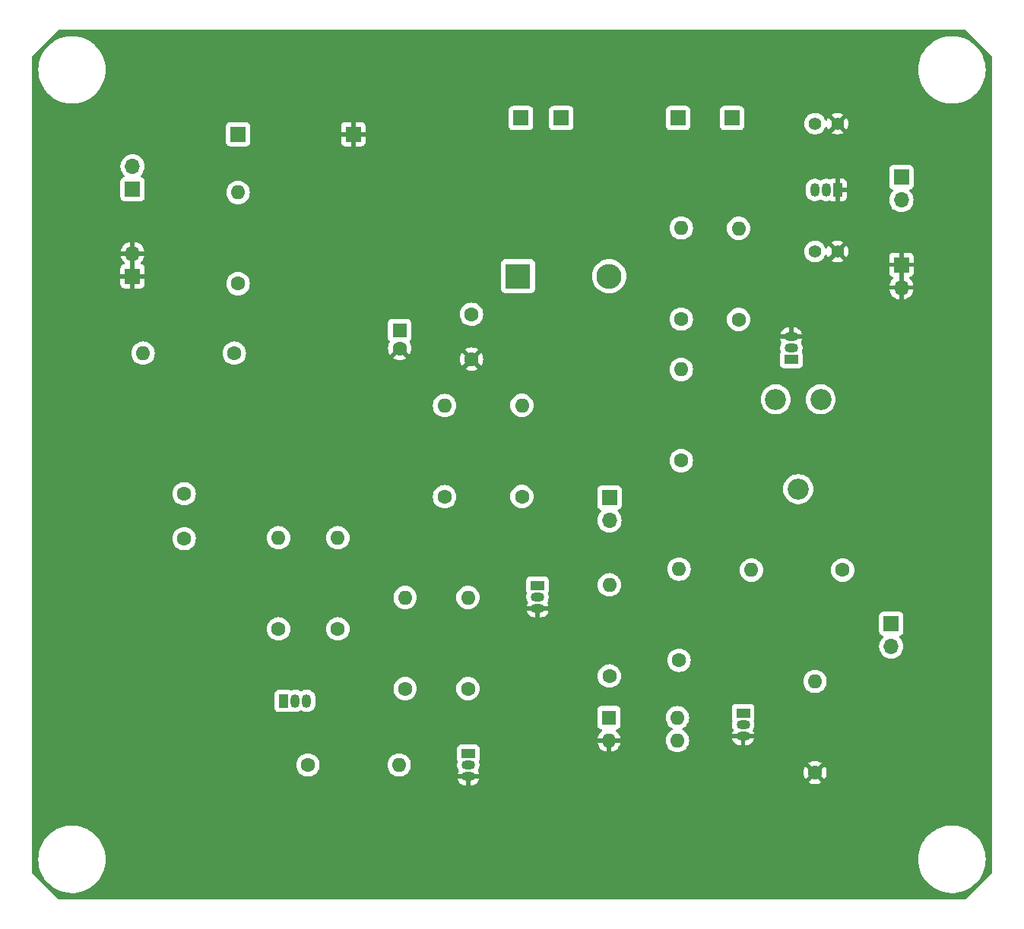
<source format=gbr>
%TF.GenerationSoftware,KiCad,Pcbnew,8.0.2*%
%TF.CreationDate,2024-12-11T18:52:05+01:00*%
%TF.ProjectId,Driver_Lampy_Dozymetrycznej,44726976-6572-45f4-9c61-6d70795f446f,rev?*%
%TF.SameCoordinates,Original*%
%TF.FileFunction,Copper,L2,Bot*%
%TF.FilePolarity,Positive*%
%FSLAX46Y46*%
G04 Gerber Fmt 4.6, Leading zero omitted, Abs format (unit mm)*
G04 Created by KiCad (PCBNEW 8.0.2) date 2024-12-11 18:52:05*
%MOMM*%
%LPD*%
G01*
G04 APERTURE LIST*
%TA.AperFunction,ComponentPad*%
%ADD10R,1.700000X1.700000*%
%TD*%
%TA.AperFunction,ComponentPad*%
%ADD11C,1.600000*%
%TD*%
%TA.AperFunction,ComponentPad*%
%ADD12O,1.600000X1.600000*%
%TD*%
%TA.AperFunction,ComponentPad*%
%ADD13R,1.500000X1.050000*%
%TD*%
%TA.AperFunction,ComponentPad*%
%ADD14O,1.500000X1.050000*%
%TD*%
%TA.AperFunction,ComponentPad*%
%ADD15R,2.800000X2.800000*%
%TD*%
%TA.AperFunction,ComponentPad*%
%ADD16O,2.800000X2.800000*%
%TD*%
%TA.AperFunction,ComponentPad*%
%ADD17C,1.400000*%
%TD*%
%TA.AperFunction,ComponentPad*%
%ADD18O,1.700000X1.700000*%
%TD*%
%TA.AperFunction,ComponentPad*%
%ADD19R,1.050000X1.500000*%
%TD*%
%TA.AperFunction,ComponentPad*%
%ADD20O,1.050000X1.500000*%
%TD*%
%TA.AperFunction,ComponentPad*%
%ADD21C,2.340000*%
%TD*%
%TA.AperFunction,ComponentPad*%
%ADD22R,1.600000X1.600000*%
%TD*%
G04 APERTURE END LIST*
D10*
%TO.P,L_GND1,1,Pin_1*%
%TO.N,GND*%
X190080000Y-30670000D03*
%TD*%
D11*
%TO.P,R6,1*%
%TO.N,Net-(Q2-C)*%
X195860000Y-92480000D03*
D12*
%TO.P,R6,2*%
%TO.N,Net-(R2-Pad2)*%
X195860000Y-82320000D03*
%TD*%
D13*
%TO.P,Q5,1,C*%
%TO.N,PULSE_ISO*%
X233500000Y-95210000D03*
D14*
%TO.P,Q5,2,B*%
%TO.N,Net-(Q5-B)*%
X233500000Y-96480000D03*
%TO.P,Q5,3,E*%
%TO.N,GND*%
X233500000Y-97750000D03*
%TD*%
D11*
%TO.P,R12,1*%
%TO.N,Net-(C1-Pad1)*%
X177250000Y-47330000D03*
D12*
%TO.P,R12,2*%
%TO.N,Net-(L_+1-Pin_1)*%
X177250000Y-37170000D03*
%TD*%
D15*
%TO.P,D2,1,K*%
%TO.N,Net-(D2-K)*%
X208420000Y-46500000D03*
D16*
%TO.P,D2,2,A*%
%TO.N,+3.3V*%
X218580000Y-46500000D03*
%TD*%
D11*
%TO.P,R1,1*%
%TO.N,Net-(Q1-E)*%
X185030000Y-100980000D03*
D12*
%TO.P,R1,2*%
%TO.N,Net-(Q2-B)*%
X195190000Y-100980000D03*
%TD*%
D11*
%TO.P,R8,1*%
%TO.N,PULSE*%
X208860000Y-71060000D03*
D12*
%TO.P,R8,2*%
%TO.N,Net-(D2-K)*%
X208860000Y-60900000D03*
%TD*%
D11*
%TO.P,C2,1*%
%TO.N,Net-(D2-K)*%
X203250000Y-50750000D03*
%TO.P,C2,2*%
%TO.N,GND*%
X203250000Y-55750000D03*
%TD*%
D10*
%TO.P,L_+1,1,Pin_1*%
%TO.N,Net-(L_+1-Pin_1)*%
X177255000Y-30670000D03*
%TD*%
D17*
%TO.P,C5,1*%
%TO.N,+3.3V*%
X241500000Y-43750000D03*
%TO.P,C5,2*%
%TO.N,GND*%
X244000000Y-43750000D03*
%TD*%
D11*
%TO.P,R15,1*%
%TO.N,PULSE_ISO*%
X244580000Y-79250000D03*
D12*
%TO.P,R15,2*%
%TO.N,+3.3V*%
X234420000Y-79250000D03*
%TD*%
D10*
%TO.P,GLED1,1,Pin_1*%
%TO.N,Net-(GLED1-Pin_1)*%
X213250000Y-28875000D03*
%TD*%
D11*
%TO.P,R3,1*%
%TO.N,Net-(Q1-C)*%
X181750000Y-85810000D03*
D12*
%TO.P,R3,2*%
%TO.N,Net-(R2-Pad2)*%
X181750000Y-75650000D03*
%TD*%
D11*
%TO.P,R13,1*%
%TO.N,Net-(C1-Pad1)*%
X176830000Y-55080000D03*
D12*
%TO.P,R13,2*%
%TO.N,+400V*%
X166670000Y-55080000D03*
%TD*%
D10*
%TO.P,+3.3V1,1,Pin_1*%
%TO.N,Net-(+3.3V1-Pin_1)*%
X251125000Y-35475000D03*
D18*
%TO.P,+3.3V1,2,Pin_2*%
X251125000Y-38015000D03*
%TD*%
D10*
%TO.P,+400V1,1,Pin_1*%
%TO.N,+400V*%
X165500000Y-36790000D03*
D18*
%TO.P,+400V1,2,Pin_2*%
X165500000Y-34250000D03*
%TD*%
D10*
%TO.P,G400V1,1,Pin_1*%
%TO.N,GND*%
X165500000Y-46500000D03*
D18*
%TO.P,G400V1,2,Pin_2*%
X165500000Y-43960000D03*
%TD*%
D10*
%TO.P,PULSE1,1,Pin_1*%
%TO.N,PULSE*%
X218610000Y-71190000D03*
D18*
%TO.P,PULSE1,2,Pin_2*%
X218610000Y-73730000D03*
%TD*%
D11*
%TO.P,R2,1*%
%TO.N,L_SIGNAL*%
X188360000Y-85810000D03*
D12*
%TO.P,R2,2*%
%TO.N,Net-(R2-Pad2)*%
X188360000Y-75650000D03*
%TD*%
D10*
%TO.P,+SPEAK1,1,Pin_1*%
%TO.N,+3.3V*%
X232250000Y-28875000D03*
%TD*%
%TO.P,GSPEAK1,1,Pin_1*%
%TO.N,Net-(GSPEAK1-Pin_1)*%
X208750000Y-28875000D03*
%TD*%
D13*
%TO.P,Q4,1,C*%
%TO.N,PULSE*%
X210610000Y-80980000D03*
D14*
%TO.P,Q4,2,B*%
%TO.N,Net-(Q4-B)*%
X210610000Y-82250000D03*
%TO.P,Q4,3,E*%
%TO.N,GND*%
X210610000Y-83520000D03*
%TD*%
D11*
%TO.P,R7,1*%
%TO.N,Net-(Q3-C)*%
X233000000Y-51330000D03*
D12*
%TO.P,R7,2*%
%TO.N,Net-(GLED1-Pin_1)*%
X233000000Y-41170000D03*
%TD*%
D17*
%TO.P,C4,1*%
%TO.N,Net-(+3.3V1-Pin_1)*%
X241500000Y-29500000D03*
%TO.P,C4,2*%
%TO.N,GND*%
X244000000Y-29500000D03*
%TD*%
D11*
%TO.P,R10,1*%
%TO.N,Net-(GSPEAK1-Pin_1)*%
X226610000Y-51285000D03*
D12*
%TO.P,R10,2*%
%TO.N,+3.3V*%
X226610000Y-41125000D03*
%TD*%
D13*
%TO.P,Q3,1,C*%
%TO.N,Net-(Q3-C)*%
X238860000Y-55770000D03*
D14*
%TO.P,Q3,2,B*%
%TO.N,Net-(Q3-B)*%
X238860000Y-54500000D03*
%TO.P,Q3,3,E*%
%TO.N,GND*%
X238860000Y-53230000D03*
%TD*%
D19*
%TO.P,U2,1,GND*%
%TO.N,GND*%
X244020000Y-36890000D03*
D20*
%TO.P,U2,2,VI*%
%TO.N,Net-(+3.3V1-Pin_1)*%
X242750000Y-36890000D03*
%TO.P,U2,3,VO*%
%TO.N,+3.3V*%
X241480000Y-36890000D03*
%TD*%
D10*
%TO.P,+LED1,1,Pin_1*%
%TO.N,+3.3V*%
X226250000Y-28875000D03*
%TD*%
%TO.P,IPULSE1,1,Pin_1*%
%TO.N,PULSE_ISO*%
X250000000Y-85225000D03*
D18*
%TO.P,IPULSE1,2,Pin_2*%
X250000000Y-87765000D03*
%TD*%
D10*
%TO.P,G3.3V1,1,Pin_1*%
%TO.N,GND*%
X251125000Y-45225000D03*
D18*
%TO.P,G3.3V1,2,Pin_2*%
X251125000Y-47765000D03*
%TD*%
D19*
%TO.P,Q1,1,C*%
%TO.N,Net-(Q1-C)*%
X182340000Y-93840000D03*
D20*
%TO.P,Q1,2,B*%
%TO.N,L_SIGNAL*%
X183610000Y-93840000D03*
%TO.P,Q1,3,E*%
%TO.N,Net-(Q1-E)*%
X184880000Y-93840000D03*
%TD*%
D21*
%TO.P,RV1,1,1*%
%TO.N,Net-(Q3-B)*%
X237135000Y-60230000D03*
%TO.P,RV1,2,2*%
%TO.N,PULSE_ISO*%
X239635000Y-70230000D03*
%TO.P,RV1,3,3*%
X242135000Y-60230000D03*
%TD*%
D11*
%TO.P,R11,1*%
%TO.N,Net-(R11-Pad1)*%
X218610000Y-91060000D03*
D12*
%TO.P,R11,2*%
%TO.N,PULSE*%
X218610000Y-80900000D03*
%TD*%
D11*
%TO.P,R16,1*%
%TO.N,GND*%
X241500000Y-101830000D03*
D12*
%TO.P,R16,2*%
%TO.N,PULSE_ISO*%
X241500000Y-91670000D03*
%TD*%
D11*
%TO.P,C1,1*%
%TO.N,Net-(C1-Pad1)*%
X171250000Y-70750000D03*
%TO.P,C1,2*%
%TO.N,L_SIGNAL*%
X171250000Y-75750000D03*
%TD*%
D13*
%TO.P,Q2,1,C*%
%TO.N,Net-(Q2-C)*%
X202890000Y-99730000D03*
D14*
%TO.P,Q2,2,B*%
%TO.N,Net-(Q2-B)*%
X202890000Y-101000000D03*
%TO.P,Q2,3,E*%
%TO.N,GND*%
X202890000Y-102270000D03*
%TD*%
D22*
%TO.P,C3,1*%
%TO.N,Net-(D2-K)*%
X195250000Y-52544888D03*
D11*
%TO.P,C3,2*%
%TO.N,GND*%
X195250000Y-54544888D03*
%TD*%
%TO.P,R9,1*%
%TO.N,Net-(Q3-C)*%
X226610000Y-67060000D03*
D12*
%TO.P,R9,2*%
%TO.N,Net-(GSPEAK1-Pin_1)*%
X226610000Y-56900000D03*
%TD*%
D11*
%TO.P,R4,1*%
%TO.N,Net-(R2-Pad2)*%
X200250000Y-71080000D03*
D12*
%TO.P,R4,2*%
%TO.N,Net-(D2-K)*%
X200250000Y-60920000D03*
%TD*%
D22*
%TO.P,U1,1*%
%TO.N,Net-(R11-Pad1)*%
X218560000Y-95705000D03*
D12*
%TO.P,U1,2*%
%TO.N,GND*%
X218560000Y-98245000D03*
%TO.P,U1,3*%
%TO.N,Net-(Q5-B)*%
X226180000Y-98245000D03*
%TO.P,U1,4*%
%TO.N,Net-(R14-Pad1)*%
X226180000Y-95705000D03*
%TD*%
D11*
%TO.P,R5,1*%
%TO.N,Net-(Q2-C)*%
X202860000Y-92480000D03*
D12*
%TO.P,R5,2*%
%TO.N,Net-(Q4-B)*%
X202860000Y-82320000D03*
%TD*%
D11*
%TO.P,R14,1*%
%TO.N,Net-(R14-Pad1)*%
X226360000Y-89310000D03*
D12*
%TO.P,R14,2*%
%TO.N,+3.3V*%
X226360000Y-79150000D03*
%TD*%
%TA.AperFunction,Conductor*%
%TO.N,GND*%
G36*
X251375000Y-47331988D02*
G01*
X251317993Y-47299075D01*
X251190826Y-47265000D01*
X251059174Y-47265000D01*
X250932007Y-47299075D01*
X250875000Y-47331988D01*
X250875000Y-45658012D01*
X250932007Y-45690925D01*
X251059174Y-45725000D01*
X251190826Y-45725000D01*
X251317993Y-45690925D01*
X251375000Y-45658012D01*
X251375000Y-47331988D01*
G37*
%TD.AperFunction*%
%TA.AperFunction,Conductor*%
G36*
X165750000Y-46066988D02*
G01*
X165692993Y-46034075D01*
X165565826Y-46000000D01*
X165434174Y-46000000D01*
X165307007Y-46034075D01*
X165250000Y-46066988D01*
X165250000Y-44393012D01*
X165307007Y-44425925D01*
X165434174Y-44460000D01*
X165565826Y-44460000D01*
X165692993Y-44425925D01*
X165750000Y-44393012D01*
X165750000Y-46066988D01*
G37*
%TD.AperFunction*%
%TA.AperFunction,Conductor*%
G36*
X258265677Y-19019685D02*
G01*
X258286319Y-19036319D01*
X261213681Y-21963681D01*
X261247166Y-22025004D01*
X261250000Y-22051362D01*
X261250000Y-112948638D01*
X261230315Y-113015677D01*
X261213681Y-113036319D01*
X258286319Y-115963681D01*
X258224996Y-115997166D01*
X258198638Y-116000000D01*
X157301362Y-116000000D01*
X157234323Y-115980315D01*
X157213681Y-115963681D01*
X154286319Y-113036319D01*
X154252834Y-112974996D01*
X154250000Y-112948638D01*
X154250000Y-111500000D01*
X154994680Y-111500000D01*
X155013946Y-111879918D01*
X155071551Y-112255935D01*
X155166904Y-112624212D01*
X155299016Y-112980925D01*
X155299022Y-112980940D01*
X155466548Y-113322463D01*
X155466553Y-113322472D01*
X155613378Y-113558030D01*
X155667771Y-113645295D01*
X155900620Y-113946112D01*
X156162709Y-114221829D01*
X156451343Y-114469614D01*
X156451346Y-114469616D01*
X156763571Y-114686931D01*
X157096179Y-114871543D01*
X157445758Y-115021559D01*
X157445761Y-115021560D01*
X157445766Y-115021562D01*
X157808709Y-115135436D01*
X157808712Y-115135436D01*
X157808720Y-115135439D01*
X158181340Y-115212015D01*
X158484104Y-115242803D01*
X158559795Y-115250500D01*
X158559796Y-115250500D01*
X158940205Y-115250500D01*
X159003280Y-115244085D01*
X159318660Y-115212015D01*
X159691280Y-115135439D01*
X159691290Y-115135436D01*
X160054233Y-115021562D01*
X160054234Y-115021561D01*
X160054242Y-115021559D01*
X160403821Y-114871543D01*
X160736429Y-114686931D01*
X161048654Y-114469616D01*
X161337291Y-114221829D01*
X161599380Y-113946112D01*
X161832229Y-113645295D01*
X162033451Y-113322464D01*
X162200981Y-112980932D01*
X162333098Y-112624204D01*
X162428448Y-112255940D01*
X162486053Y-111879919D01*
X162505320Y-111500000D01*
X252994680Y-111500000D01*
X253013946Y-111879918D01*
X253071551Y-112255935D01*
X253166904Y-112624212D01*
X253299016Y-112980925D01*
X253299022Y-112980940D01*
X253466548Y-113322463D01*
X253466553Y-113322472D01*
X253613378Y-113558030D01*
X253667771Y-113645295D01*
X253900620Y-113946112D01*
X254162709Y-114221829D01*
X254451343Y-114469614D01*
X254451346Y-114469616D01*
X254763571Y-114686931D01*
X255096179Y-114871543D01*
X255445758Y-115021559D01*
X255445761Y-115021560D01*
X255445766Y-115021562D01*
X255808709Y-115135436D01*
X255808712Y-115135436D01*
X255808720Y-115135439D01*
X256181340Y-115212015D01*
X256484104Y-115242803D01*
X256559795Y-115250500D01*
X256559796Y-115250500D01*
X256940205Y-115250500D01*
X257003280Y-115244085D01*
X257318660Y-115212015D01*
X257691280Y-115135439D01*
X257691290Y-115135436D01*
X258054233Y-115021562D01*
X258054234Y-115021561D01*
X258054242Y-115021559D01*
X258403821Y-114871543D01*
X258736429Y-114686931D01*
X259048654Y-114469616D01*
X259337291Y-114221829D01*
X259599380Y-113946112D01*
X259832229Y-113645295D01*
X260033451Y-113322464D01*
X260200981Y-112980932D01*
X260333098Y-112624204D01*
X260428448Y-112255940D01*
X260486053Y-111879919D01*
X260505320Y-111500000D01*
X260486053Y-111120081D01*
X260428448Y-110744060D01*
X260333098Y-110375796D01*
X260200981Y-110019068D01*
X260033451Y-109677536D01*
X260033446Y-109677527D01*
X259832228Y-109354704D01*
X259599384Y-109053893D01*
X259599383Y-109053892D01*
X259599380Y-109053888D01*
X259337291Y-108778171D01*
X259305058Y-108750500D01*
X259048656Y-108530385D01*
X258736429Y-108313069D01*
X258736424Y-108313066D01*
X258403820Y-108128456D01*
X258054233Y-107978437D01*
X257691290Y-107864563D01*
X257691284Y-107864562D01*
X257691281Y-107864561D01*
X257691280Y-107864561D01*
X257318660Y-107787985D01*
X257318659Y-107787984D01*
X257318655Y-107787984D01*
X256940205Y-107749500D01*
X256940204Y-107749500D01*
X256559796Y-107749500D01*
X256559795Y-107749500D01*
X256181344Y-107787984D01*
X255808715Y-107864562D01*
X255808709Y-107864563D01*
X255445766Y-107978437D01*
X255096179Y-108128456D01*
X254763575Y-108313066D01*
X254763570Y-108313069D01*
X254451343Y-108530385D01*
X254162709Y-108778170D01*
X253900615Y-109053893D01*
X253667771Y-109354704D01*
X253466553Y-109677527D01*
X253466548Y-109677536D01*
X253299022Y-110019059D01*
X253299016Y-110019074D01*
X253166904Y-110375787D01*
X253071551Y-110744064D01*
X253013946Y-111120081D01*
X252994680Y-111500000D01*
X162505320Y-111500000D01*
X162486053Y-111120081D01*
X162428448Y-110744060D01*
X162333098Y-110375796D01*
X162200981Y-110019068D01*
X162033451Y-109677536D01*
X162033446Y-109677527D01*
X161832228Y-109354704D01*
X161599384Y-109053893D01*
X161599383Y-109053892D01*
X161599380Y-109053888D01*
X161337291Y-108778171D01*
X161305058Y-108750500D01*
X161048656Y-108530385D01*
X160736429Y-108313069D01*
X160736424Y-108313066D01*
X160403820Y-108128456D01*
X160054233Y-107978437D01*
X159691290Y-107864563D01*
X159691284Y-107864562D01*
X159691281Y-107864561D01*
X159691280Y-107864561D01*
X159318660Y-107787985D01*
X159318659Y-107787984D01*
X159318655Y-107787984D01*
X158940205Y-107749500D01*
X158940204Y-107749500D01*
X158559796Y-107749500D01*
X158559795Y-107749500D01*
X158181344Y-107787984D01*
X157808715Y-107864562D01*
X157808709Y-107864563D01*
X157445766Y-107978437D01*
X157096179Y-108128456D01*
X156763575Y-108313066D01*
X156763570Y-108313069D01*
X156451343Y-108530385D01*
X156162709Y-108778170D01*
X155900615Y-109053893D01*
X155667771Y-109354704D01*
X155466553Y-109677527D01*
X155466548Y-109677536D01*
X155299022Y-110019059D01*
X155299016Y-110019074D01*
X155166904Y-110375787D01*
X155071551Y-110744064D01*
X155013946Y-111120081D01*
X154994680Y-111500000D01*
X154250000Y-111500000D01*
X154250000Y-100979998D01*
X183724532Y-100979998D01*
X183724532Y-100980001D01*
X183744364Y-101206686D01*
X183744366Y-101206697D01*
X183803258Y-101426488D01*
X183803261Y-101426497D01*
X183899431Y-101632732D01*
X183899432Y-101632734D01*
X184029954Y-101819141D01*
X184190858Y-101980045D01*
X184190861Y-101980047D01*
X184377266Y-102110568D01*
X184583504Y-102206739D01*
X184803308Y-102265635D01*
X184965230Y-102279801D01*
X185029998Y-102285468D01*
X185030000Y-102285468D01*
X185030002Y-102285468D01*
X185086673Y-102280509D01*
X185256692Y-102265635D01*
X185476496Y-102206739D01*
X185682734Y-102110568D01*
X185869139Y-101980047D01*
X186030047Y-101819139D01*
X186160568Y-101632734D01*
X186256739Y-101426496D01*
X186315635Y-101206692D01*
X186335468Y-100980000D01*
X186335468Y-100979998D01*
X193884532Y-100979998D01*
X193884532Y-100980001D01*
X193904364Y-101206686D01*
X193904366Y-101206697D01*
X193963258Y-101426488D01*
X193963261Y-101426497D01*
X194059431Y-101632732D01*
X194059432Y-101632734D01*
X194189954Y-101819141D01*
X194350858Y-101980045D01*
X194350861Y-101980047D01*
X194537266Y-102110568D01*
X194743504Y-102206739D01*
X194963308Y-102265635D01*
X195125230Y-102279801D01*
X195189998Y-102285468D01*
X195190000Y-102285468D01*
X195190002Y-102285468D01*
X195246673Y-102280509D01*
X195416692Y-102265635D01*
X195636496Y-102206739D01*
X195842734Y-102110568D01*
X196029139Y-101980047D01*
X196190047Y-101819139D01*
X196320568Y-101632734D01*
X196416739Y-101426496D01*
X196475635Y-101206692D01*
X196495468Y-100980000D01*
X196475635Y-100753308D01*
X196416739Y-100533504D01*
X196320568Y-100327266D01*
X196190047Y-100140861D01*
X196190045Y-100140858D01*
X196029141Y-99979954D01*
X195842734Y-99849432D01*
X195842732Y-99849431D01*
X195636497Y-99753261D01*
X195636488Y-99753258D01*
X195416697Y-99694366D01*
X195416693Y-99694365D01*
X195416692Y-99694365D01*
X195416691Y-99694364D01*
X195416686Y-99694364D01*
X195190002Y-99674532D01*
X195189998Y-99674532D01*
X194963313Y-99694364D01*
X194963302Y-99694366D01*
X194743511Y-99753258D01*
X194743502Y-99753261D01*
X194537267Y-99849431D01*
X194537265Y-99849432D01*
X194350858Y-99979954D01*
X194189954Y-100140858D01*
X194059432Y-100327265D01*
X194059431Y-100327267D01*
X193963261Y-100533502D01*
X193963258Y-100533511D01*
X193904366Y-100753302D01*
X193904364Y-100753313D01*
X193884532Y-100979998D01*
X186335468Y-100979998D01*
X186315635Y-100753308D01*
X186256739Y-100533504D01*
X186160568Y-100327266D01*
X186030047Y-100140861D01*
X186030045Y-100140858D01*
X185869141Y-99979954D01*
X185682734Y-99849432D01*
X185682732Y-99849431D01*
X185476497Y-99753261D01*
X185476488Y-99753258D01*
X185256697Y-99694366D01*
X185256693Y-99694365D01*
X185256692Y-99694365D01*
X185256691Y-99694364D01*
X185256686Y-99694364D01*
X185030002Y-99674532D01*
X185029998Y-99674532D01*
X184803313Y-99694364D01*
X184803302Y-99694366D01*
X184583511Y-99753258D01*
X184583502Y-99753261D01*
X184377267Y-99849431D01*
X184377265Y-99849432D01*
X184190858Y-99979954D01*
X184029954Y-100140858D01*
X183899432Y-100327265D01*
X183899431Y-100327267D01*
X183803261Y-100533502D01*
X183803258Y-100533511D01*
X183744366Y-100753302D01*
X183744364Y-100753313D01*
X183724532Y-100979998D01*
X154250000Y-100979998D01*
X154250000Y-99157135D01*
X201639500Y-99157135D01*
X201639500Y-100302870D01*
X201639501Y-100302876D01*
X201645908Y-100362483D01*
X201696202Y-100497328D01*
X201696203Y-100497330D01*
X201696204Y-100497331D01*
X201697028Y-100498432D01*
X201697509Y-100499721D01*
X201700454Y-100505114D01*
X201699678Y-100505537D01*
X201721448Y-100563895D01*
X201712325Y-100620198D01*
X201678910Y-100700868D01*
X201678907Y-100700880D01*
X201639500Y-100898992D01*
X201639500Y-101101007D01*
X201678907Y-101299119D01*
X201678909Y-101299127D01*
X201756212Y-101485754D01*
X201810204Y-101566558D01*
X201831081Y-101633235D01*
X201812596Y-101700615D01*
X201810204Y-101704337D01*
X201756655Y-101784479D01*
X201756654Y-101784481D01*
X201679390Y-101971016D01*
X201679387Y-101971025D01*
X201669647Y-102020000D01*
X202524134Y-102020000D01*
X202548326Y-102022383D01*
X202551123Y-102022939D01*
X202563995Y-102025499D01*
X202563996Y-102025500D01*
X202563997Y-102025500D01*
X202604170Y-102025500D01*
X202589925Y-102039745D01*
X202540556Y-102125255D01*
X202515000Y-102220630D01*
X202515000Y-102319370D01*
X202540556Y-102414745D01*
X202589925Y-102500255D01*
X202609670Y-102520000D01*
X201669647Y-102520000D01*
X201679387Y-102568974D01*
X201679390Y-102568983D01*
X201756652Y-102755513D01*
X201756659Y-102755526D01*
X201868829Y-102923399D01*
X201868832Y-102923403D01*
X202011596Y-103066167D01*
X202011600Y-103066170D01*
X202179473Y-103178340D01*
X202179486Y-103178347D01*
X202366016Y-103255609D01*
X202366025Y-103255612D01*
X202564041Y-103294999D01*
X202564045Y-103295000D01*
X202640000Y-103295000D01*
X202640000Y-102550330D01*
X202659745Y-102570075D01*
X202745255Y-102619444D01*
X202840630Y-102645000D01*
X202939370Y-102645000D01*
X203034745Y-102619444D01*
X203120255Y-102570075D01*
X203140000Y-102550330D01*
X203140000Y-103295000D01*
X203215955Y-103295000D01*
X203215958Y-103294999D01*
X203413974Y-103255612D01*
X203413983Y-103255609D01*
X203600513Y-103178347D01*
X203600526Y-103178340D01*
X203768399Y-103066170D01*
X203768403Y-103066167D01*
X203911167Y-102923403D01*
X203911170Y-102923399D01*
X204023340Y-102755526D01*
X204023347Y-102755513D01*
X204100609Y-102568983D01*
X204100612Y-102568974D01*
X204110353Y-102520000D01*
X203170330Y-102520000D01*
X203190075Y-102500255D01*
X203239444Y-102414745D01*
X203265000Y-102319370D01*
X203265000Y-102220630D01*
X203239444Y-102125255D01*
X203190075Y-102039745D01*
X203175830Y-102025500D01*
X203216004Y-102025500D01*
X203216004Y-102025499D01*
X203229473Y-102022820D01*
X203231674Y-102022383D01*
X203255866Y-102020000D01*
X204110353Y-102020000D01*
X204100612Y-101971025D01*
X204100609Y-101971016D01*
X204042198Y-101829997D01*
X240195034Y-101829997D01*
X240195034Y-101830002D01*
X240214858Y-102056599D01*
X240214860Y-102056610D01*
X240273730Y-102276317D01*
X240273735Y-102276331D01*
X240369863Y-102482478D01*
X240420974Y-102555472D01*
X241100000Y-101876446D01*
X241100000Y-101882661D01*
X241127259Y-101984394D01*
X241179920Y-102075606D01*
X241254394Y-102150080D01*
X241345606Y-102202741D01*
X241447339Y-102230000D01*
X241453553Y-102230000D01*
X240774526Y-102909025D01*
X240847513Y-102960132D01*
X240847521Y-102960136D01*
X241053668Y-103056264D01*
X241053682Y-103056269D01*
X241273389Y-103115139D01*
X241273400Y-103115141D01*
X241499998Y-103134966D01*
X241500002Y-103134966D01*
X241726599Y-103115141D01*
X241726610Y-103115139D01*
X241946317Y-103056269D01*
X241946331Y-103056264D01*
X242152478Y-102960136D01*
X242225471Y-102909024D01*
X241546447Y-102230000D01*
X241552661Y-102230000D01*
X241654394Y-102202741D01*
X241745606Y-102150080D01*
X241820080Y-102075606D01*
X241872741Y-101984394D01*
X241900000Y-101882661D01*
X241900000Y-101876447D01*
X242579024Y-102555471D01*
X242630136Y-102482478D01*
X242726264Y-102276331D01*
X242726269Y-102276317D01*
X242785139Y-102056610D01*
X242785141Y-102056599D01*
X242804966Y-101830002D01*
X242804966Y-101829997D01*
X242785141Y-101603400D01*
X242785139Y-101603389D01*
X242726269Y-101383682D01*
X242726264Y-101383668D01*
X242630136Y-101177521D01*
X242630132Y-101177513D01*
X242579025Y-101104526D01*
X241900000Y-101783551D01*
X241900000Y-101777339D01*
X241872741Y-101675606D01*
X241820080Y-101584394D01*
X241745606Y-101509920D01*
X241654394Y-101457259D01*
X241552661Y-101430000D01*
X241546448Y-101430000D01*
X242225472Y-100750974D01*
X242152478Y-100699863D01*
X241946331Y-100603735D01*
X241946317Y-100603730D01*
X241726610Y-100544860D01*
X241726599Y-100544858D01*
X241500002Y-100525034D01*
X241499998Y-100525034D01*
X241273400Y-100544858D01*
X241273389Y-100544860D01*
X241053682Y-100603730D01*
X241053673Y-100603734D01*
X240847516Y-100699866D01*
X240847512Y-100699868D01*
X240774526Y-100750973D01*
X240774526Y-100750974D01*
X241453553Y-101430000D01*
X241447339Y-101430000D01*
X241345606Y-101457259D01*
X241254394Y-101509920D01*
X241179920Y-101584394D01*
X241127259Y-101675606D01*
X241100000Y-101777339D01*
X241100000Y-101783552D01*
X240420974Y-101104526D01*
X240420973Y-101104526D01*
X240369868Y-101177512D01*
X240369866Y-101177516D01*
X240273734Y-101383673D01*
X240273730Y-101383682D01*
X240214860Y-101603389D01*
X240214858Y-101603400D01*
X240195034Y-101829997D01*
X204042198Y-101829997D01*
X204023347Y-101784486D01*
X204023343Y-101784479D01*
X203969795Y-101704340D01*
X203948917Y-101637662D01*
X203967401Y-101570282D01*
X203969733Y-101566652D01*
X204023786Y-101485756D01*
X204101091Y-101299127D01*
X204140500Y-101101003D01*
X204140500Y-100898997D01*
X204101091Y-100700873D01*
X204067673Y-100620198D01*
X204060205Y-100550730D01*
X204079964Y-100505340D01*
X204079547Y-100505112D01*
X204082095Y-100500444D01*
X204082972Y-100498431D01*
X204083796Y-100497331D01*
X204134091Y-100362483D01*
X204140500Y-100302873D01*
X204140499Y-99157128D01*
X204134091Y-99097517D01*
X204129101Y-99084139D01*
X204083797Y-98962671D01*
X204083793Y-98962664D01*
X203997547Y-98847455D01*
X203997544Y-98847452D01*
X203882335Y-98761206D01*
X203882328Y-98761202D01*
X203747482Y-98710908D01*
X203747483Y-98710908D01*
X203687883Y-98704501D01*
X203687881Y-98704500D01*
X203687873Y-98704500D01*
X203687864Y-98704500D01*
X202092129Y-98704500D01*
X202092123Y-98704501D01*
X202032516Y-98710908D01*
X201897671Y-98761202D01*
X201897664Y-98761206D01*
X201782455Y-98847452D01*
X201782452Y-98847455D01*
X201696206Y-98962664D01*
X201696202Y-98962671D01*
X201645908Y-99097517D01*
X201639501Y-99157116D01*
X201639501Y-99157123D01*
X201639500Y-99157135D01*
X154250000Y-99157135D01*
X154250000Y-93042135D01*
X181314500Y-93042135D01*
X181314500Y-94637870D01*
X181314501Y-94637876D01*
X181320908Y-94697483D01*
X181371202Y-94832328D01*
X181371206Y-94832335D01*
X181457452Y-94947544D01*
X181457455Y-94947547D01*
X181572664Y-95033793D01*
X181572671Y-95033797D01*
X181707517Y-95084091D01*
X181707516Y-95084091D01*
X181714444Y-95084835D01*
X181767127Y-95090500D01*
X182912872Y-95090499D01*
X182972483Y-95084091D01*
X183107331Y-95033796D01*
X183108430Y-95032972D01*
X183109717Y-95032492D01*
X183115112Y-95029547D01*
X183115535Y-95030322D01*
X183173887Y-95008552D01*
X183230198Y-95017673D01*
X183310873Y-95051091D01*
X183476777Y-95084091D01*
X183508992Y-95090499D01*
X183508996Y-95090500D01*
X183508997Y-95090500D01*
X183711004Y-95090500D01*
X183711005Y-95090499D01*
X183909127Y-95051091D01*
X184095756Y-94973786D01*
X184176110Y-94920094D01*
X184242786Y-94899217D01*
X184310166Y-94917701D01*
X184313865Y-94920078D01*
X184394244Y-94973786D01*
X184580873Y-95051091D01*
X184746777Y-95084091D01*
X184778992Y-95090499D01*
X184778996Y-95090500D01*
X184778997Y-95090500D01*
X184981004Y-95090500D01*
X184981005Y-95090499D01*
X185179127Y-95051091D01*
X185365756Y-94973786D01*
X185533718Y-94861558D01*
X185538141Y-94857135D01*
X217259500Y-94857135D01*
X217259500Y-96552870D01*
X217259501Y-96552876D01*
X217265908Y-96612483D01*
X217316202Y-96747328D01*
X217316206Y-96747335D01*
X217402452Y-96862544D01*
X217402455Y-96862547D01*
X217517664Y-96948793D01*
X217517671Y-96948797D01*
X217652513Y-96999090D01*
X217652514Y-96999090D01*
X217652517Y-96999091D01*
X217688353Y-97002944D01*
X217752901Y-97029679D01*
X217792751Y-97087070D01*
X217795246Y-97156896D01*
X217759595Y-97216985D01*
X217746223Y-97227805D01*
X217721182Y-97245339D01*
X217560342Y-97406179D01*
X217429865Y-97592517D01*
X217333734Y-97798673D01*
X217333730Y-97798682D01*
X217281127Y-97994999D01*
X217281128Y-97995000D01*
X218244314Y-97995000D01*
X218239920Y-97999394D01*
X218187259Y-98090606D01*
X218160000Y-98192339D01*
X218160000Y-98297661D01*
X218187259Y-98399394D01*
X218239920Y-98490606D01*
X218244314Y-98495000D01*
X217281128Y-98495000D01*
X217333730Y-98691317D01*
X217333734Y-98691326D01*
X217429865Y-98897482D01*
X217560342Y-99083820D01*
X217721179Y-99244657D01*
X217907517Y-99375134D01*
X218113673Y-99471265D01*
X218113682Y-99471269D01*
X218309999Y-99523872D01*
X218310000Y-99523871D01*
X218310000Y-98560686D01*
X218314394Y-98565080D01*
X218405606Y-98617741D01*
X218507339Y-98645000D01*
X218612661Y-98645000D01*
X218714394Y-98617741D01*
X218805606Y-98565080D01*
X218810000Y-98560686D01*
X218810000Y-99523872D01*
X219006317Y-99471269D01*
X219006326Y-99471265D01*
X219212482Y-99375134D01*
X219398820Y-99244657D01*
X219559657Y-99083820D01*
X219690134Y-98897482D01*
X219786265Y-98691326D01*
X219786269Y-98691317D01*
X219838872Y-98495000D01*
X218875686Y-98495000D01*
X218880080Y-98490606D01*
X218932741Y-98399394D01*
X218960000Y-98297661D01*
X218960000Y-98192339D01*
X218932741Y-98090606D01*
X218880080Y-97999394D01*
X218875686Y-97995000D01*
X219838872Y-97995000D01*
X219838872Y-97994999D01*
X219786269Y-97798682D01*
X219786265Y-97798673D01*
X219690134Y-97592517D01*
X219559657Y-97406179D01*
X219398820Y-97245342D01*
X219373779Y-97227808D01*
X219330154Y-97173230D01*
X219322962Y-97103732D01*
X219354484Y-97041377D01*
X219414714Y-97005964D01*
X219431650Y-97002943D01*
X219467483Y-96999091D01*
X219602328Y-96948797D01*
X219602327Y-96948797D01*
X219602331Y-96948796D01*
X219717546Y-96862546D01*
X219803796Y-96747331D01*
X219854091Y-96612483D01*
X219860500Y-96552873D01*
X219860499Y-95704998D01*
X224874532Y-95704998D01*
X224874532Y-95705001D01*
X224894364Y-95931686D01*
X224894366Y-95931697D01*
X224953258Y-96151488D01*
X224953261Y-96151497D01*
X225049431Y-96357732D01*
X225049432Y-96357734D01*
X225179954Y-96544141D01*
X225340858Y-96705045D01*
X225340861Y-96705047D01*
X225527266Y-96835568D01*
X225585275Y-96862618D01*
X225637714Y-96908791D01*
X225656866Y-96975984D01*
X225636650Y-97042865D01*
X225585275Y-97087382D01*
X225527267Y-97114431D01*
X225527265Y-97114432D01*
X225340858Y-97244954D01*
X225179954Y-97405858D01*
X225049432Y-97592265D01*
X225049431Y-97592267D01*
X224953261Y-97798502D01*
X224953258Y-97798511D01*
X224894366Y-98018302D01*
X224894364Y-98018313D01*
X224874532Y-98244998D01*
X224874532Y-98245001D01*
X224894364Y-98471686D01*
X224894366Y-98471697D01*
X224953258Y-98691488D01*
X224953261Y-98691497D01*
X225049431Y-98897732D01*
X225049432Y-98897734D01*
X225179954Y-99084141D01*
X225340858Y-99245045D01*
X225340861Y-99245047D01*
X225527266Y-99375568D01*
X225733504Y-99471739D01*
X225953308Y-99530635D01*
X226115230Y-99544801D01*
X226179998Y-99550468D01*
X226180000Y-99550468D01*
X226180002Y-99550468D01*
X226236673Y-99545509D01*
X226406692Y-99530635D01*
X226626496Y-99471739D01*
X226832734Y-99375568D01*
X227019139Y-99245047D01*
X227180047Y-99084139D01*
X227310568Y-98897734D01*
X227406739Y-98691496D01*
X227465635Y-98471692D01*
X227485468Y-98245000D01*
X227465635Y-98018308D01*
X227406739Y-97798504D01*
X227310568Y-97592266D01*
X227180047Y-97405861D01*
X227180045Y-97405858D01*
X227019141Y-97244954D01*
X226832734Y-97114432D01*
X226832728Y-97114429D01*
X226774725Y-97087382D01*
X226722285Y-97041210D01*
X226703133Y-96974017D01*
X226723348Y-96907135D01*
X226774725Y-96862618D01*
X226832734Y-96835568D01*
X227019139Y-96705047D01*
X227180047Y-96544139D01*
X227310568Y-96357734D01*
X227406739Y-96151496D01*
X227465635Y-95931692D01*
X227485468Y-95705000D01*
X227465635Y-95478308D01*
X227406739Y-95258504D01*
X227310568Y-95052266D01*
X227180047Y-94865861D01*
X227180045Y-94865858D01*
X227019141Y-94704954D01*
X226922284Y-94637135D01*
X232249500Y-94637135D01*
X232249500Y-95782870D01*
X232249501Y-95782876D01*
X232255908Y-95842483D01*
X232306202Y-95977328D01*
X232306203Y-95977330D01*
X232306204Y-95977331D01*
X232307028Y-95978432D01*
X232307509Y-95979721D01*
X232310454Y-95985114D01*
X232309678Y-95985537D01*
X232331448Y-96043895D01*
X232322325Y-96100198D01*
X232288910Y-96180868D01*
X232288907Y-96180880D01*
X232249500Y-96378992D01*
X232249500Y-96581007D01*
X232288907Y-96779119D01*
X232288909Y-96779127D01*
X232366212Y-96965754D01*
X232408926Y-97029679D01*
X232416630Y-97041210D01*
X232420204Y-97046558D01*
X232441081Y-97113235D01*
X232422596Y-97180615D01*
X232420204Y-97184337D01*
X232366655Y-97264479D01*
X232366654Y-97264481D01*
X232289390Y-97451016D01*
X232289387Y-97451025D01*
X232279647Y-97500000D01*
X233134134Y-97500000D01*
X233158326Y-97502383D01*
X233161123Y-97502939D01*
X233173995Y-97505499D01*
X233173996Y-97505500D01*
X233173997Y-97505500D01*
X233214170Y-97505500D01*
X233199925Y-97519745D01*
X233150556Y-97605255D01*
X233125000Y-97700630D01*
X233125000Y-97799370D01*
X233150556Y-97894745D01*
X233199925Y-97980255D01*
X233219670Y-98000000D01*
X232279647Y-98000000D01*
X232289387Y-98048974D01*
X232289390Y-98048983D01*
X232366652Y-98235513D01*
X232366659Y-98235526D01*
X232478829Y-98403399D01*
X232478832Y-98403403D01*
X232621596Y-98546167D01*
X232621600Y-98546170D01*
X232789473Y-98658340D01*
X232789486Y-98658347D01*
X232976016Y-98735609D01*
X232976025Y-98735612D01*
X233174041Y-98774999D01*
X233174045Y-98775000D01*
X233250000Y-98775000D01*
X233250000Y-98030330D01*
X233269745Y-98050075D01*
X233355255Y-98099444D01*
X233450630Y-98125000D01*
X233549370Y-98125000D01*
X233644745Y-98099444D01*
X233730255Y-98050075D01*
X233750000Y-98030330D01*
X233750000Y-98775000D01*
X233825955Y-98775000D01*
X233825958Y-98774999D01*
X234023974Y-98735612D01*
X234023983Y-98735609D01*
X234210513Y-98658347D01*
X234210526Y-98658340D01*
X234378399Y-98546170D01*
X234378403Y-98546167D01*
X234521167Y-98403403D01*
X234521170Y-98403399D01*
X234633340Y-98235526D01*
X234633347Y-98235513D01*
X234710609Y-98048983D01*
X234710612Y-98048974D01*
X234720353Y-98000000D01*
X233780330Y-98000000D01*
X233800075Y-97980255D01*
X233849444Y-97894745D01*
X233875000Y-97799370D01*
X233875000Y-97700630D01*
X233849444Y-97605255D01*
X233800075Y-97519745D01*
X233785830Y-97505500D01*
X233826004Y-97505500D01*
X233826004Y-97505499D01*
X233839473Y-97502820D01*
X233841674Y-97502383D01*
X233865866Y-97500000D01*
X234720353Y-97500000D01*
X234710612Y-97451025D01*
X234710609Y-97451016D01*
X234633347Y-97264486D01*
X234633343Y-97264479D01*
X234579795Y-97184340D01*
X234558917Y-97117662D01*
X234577401Y-97050282D01*
X234579733Y-97046652D01*
X234633786Y-96965756D01*
X234711091Y-96779127D01*
X234750500Y-96581003D01*
X234750500Y-96378997D01*
X234711091Y-96180873D01*
X234677673Y-96100198D01*
X234670205Y-96030730D01*
X234689964Y-95985340D01*
X234689547Y-95985112D01*
X234692095Y-95980444D01*
X234692972Y-95978431D01*
X234693796Y-95977331D01*
X234744091Y-95842483D01*
X234750500Y-95782873D01*
X234750499Y-94637128D01*
X234744091Y-94577517D01*
X234742940Y-94574432D01*
X234693797Y-94442671D01*
X234693793Y-94442664D01*
X234607547Y-94327455D01*
X234607544Y-94327452D01*
X234492335Y-94241206D01*
X234492328Y-94241202D01*
X234357482Y-94190908D01*
X234357483Y-94190908D01*
X234297883Y-94184501D01*
X234297881Y-94184500D01*
X234297873Y-94184500D01*
X234297864Y-94184500D01*
X232702129Y-94184500D01*
X232702123Y-94184501D01*
X232642516Y-94190908D01*
X232507671Y-94241202D01*
X232507664Y-94241206D01*
X232392455Y-94327452D01*
X232392452Y-94327455D01*
X232306206Y-94442664D01*
X232306202Y-94442671D01*
X232255908Y-94577517D01*
X232249501Y-94637116D01*
X232249501Y-94637123D01*
X232249500Y-94637135D01*
X226922284Y-94637135D01*
X226832734Y-94574432D01*
X226832732Y-94574431D01*
X226626497Y-94478261D01*
X226626488Y-94478258D01*
X226406697Y-94419366D01*
X226406693Y-94419365D01*
X226406692Y-94419365D01*
X226406691Y-94419364D01*
X226406686Y-94419364D01*
X226180002Y-94399532D01*
X226179998Y-94399532D01*
X225953313Y-94419364D01*
X225953302Y-94419366D01*
X225733511Y-94478258D01*
X225733502Y-94478261D01*
X225527267Y-94574431D01*
X225527265Y-94574432D01*
X225340858Y-94704954D01*
X225179954Y-94865858D01*
X225049432Y-95052265D01*
X225049431Y-95052267D01*
X224953261Y-95258502D01*
X224953258Y-95258511D01*
X224894366Y-95478302D01*
X224894364Y-95478313D01*
X224874532Y-95704998D01*
X219860499Y-95704998D01*
X219860499Y-94857128D01*
X219854091Y-94797517D01*
X219819567Y-94704954D01*
X219803797Y-94662671D01*
X219803793Y-94662664D01*
X219717547Y-94547455D01*
X219717544Y-94547452D01*
X219602335Y-94461206D01*
X219602328Y-94461202D01*
X219467482Y-94410908D01*
X219467483Y-94410908D01*
X219407883Y-94404501D01*
X219407881Y-94404500D01*
X219407873Y-94404500D01*
X219407864Y-94404500D01*
X217712129Y-94404500D01*
X217712123Y-94404501D01*
X217652516Y-94410908D01*
X217517671Y-94461202D01*
X217517664Y-94461206D01*
X217402455Y-94547452D01*
X217402452Y-94547455D01*
X217316206Y-94662664D01*
X217316202Y-94662671D01*
X217265908Y-94797517D01*
X217259501Y-94857116D01*
X217259501Y-94857123D01*
X217259500Y-94857135D01*
X185538141Y-94857135D01*
X185676558Y-94718718D01*
X185788786Y-94550756D01*
X185866091Y-94364127D01*
X185905500Y-94166003D01*
X185905500Y-93513997D01*
X185866091Y-93315873D01*
X185788786Y-93129244D01*
X185788784Y-93129241D01*
X185788782Y-93129237D01*
X185676558Y-92961281D01*
X185533718Y-92818441D01*
X185365762Y-92706217D01*
X185365752Y-92706212D01*
X185179127Y-92628909D01*
X185179119Y-92628907D01*
X184981007Y-92589500D01*
X184981003Y-92589500D01*
X184778997Y-92589500D01*
X184778992Y-92589500D01*
X184580880Y-92628907D01*
X184580872Y-92628909D01*
X184394244Y-92706213D01*
X184313891Y-92759904D01*
X184247213Y-92780782D01*
X184179833Y-92762297D01*
X184176109Y-92759904D01*
X184095755Y-92706213D01*
X183909127Y-92628909D01*
X183909119Y-92628907D01*
X183711007Y-92589500D01*
X183711003Y-92589500D01*
X183508997Y-92589500D01*
X183508992Y-92589500D01*
X183310880Y-92628907D01*
X183310868Y-92628910D01*
X183230198Y-92662325D01*
X183160729Y-92669794D01*
X183115342Y-92650036D01*
X183115114Y-92650454D01*
X183110447Y-92647905D01*
X183108432Y-92647028D01*
X183107331Y-92646204D01*
X183107330Y-92646203D01*
X183107328Y-92646202D01*
X182972482Y-92595908D01*
X182972483Y-92595908D01*
X182912883Y-92589501D01*
X182912881Y-92589500D01*
X182912873Y-92589500D01*
X182912864Y-92589500D01*
X181767129Y-92589500D01*
X181767123Y-92589501D01*
X181707516Y-92595908D01*
X181572671Y-92646202D01*
X181572664Y-92646206D01*
X181457455Y-92732452D01*
X181457452Y-92732455D01*
X181371206Y-92847664D01*
X181371202Y-92847671D01*
X181320908Y-92982517D01*
X181314501Y-93042116D01*
X181314500Y-93042135D01*
X154250000Y-93042135D01*
X154250000Y-92479998D01*
X194554532Y-92479998D01*
X194554532Y-92480001D01*
X194574364Y-92706686D01*
X194574366Y-92706697D01*
X194633258Y-92926488D01*
X194633261Y-92926497D01*
X194729431Y-93132732D01*
X194729432Y-93132734D01*
X194859954Y-93319141D01*
X195020858Y-93480045D01*
X195020861Y-93480047D01*
X195207266Y-93610568D01*
X195413504Y-93706739D01*
X195633308Y-93765635D01*
X195795230Y-93779801D01*
X195859998Y-93785468D01*
X195860000Y-93785468D01*
X195860002Y-93785468D01*
X195916673Y-93780509D01*
X196086692Y-93765635D01*
X196306496Y-93706739D01*
X196512734Y-93610568D01*
X196699139Y-93480047D01*
X196860047Y-93319139D01*
X196990568Y-93132734D01*
X197086739Y-92926496D01*
X197145635Y-92706692D01*
X197165468Y-92480000D01*
X197165468Y-92479998D01*
X201554532Y-92479998D01*
X201554532Y-92480001D01*
X201574364Y-92706686D01*
X201574366Y-92706697D01*
X201633258Y-92926488D01*
X201633261Y-92926497D01*
X201729431Y-93132732D01*
X201729432Y-93132734D01*
X201859954Y-93319141D01*
X202020858Y-93480045D01*
X202020861Y-93480047D01*
X202207266Y-93610568D01*
X202413504Y-93706739D01*
X202633308Y-93765635D01*
X202795230Y-93779801D01*
X202859998Y-93785468D01*
X202860000Y-93785468D01*
X202860002Y-93785468D01*
X202916673Y-93780509D01*
X203086692Y-93765635D01*
X203306496Y-93706739D01*
X203512734Y-93610568D01*
X203699139Y-93480047D01*
X203860047Y-93319139D01*
X203990568Y-93132734D01*
X204086739Y-92926496D01*
X204145635Y-92706692D01*
X204165468Y-92480000D01*
X204145635Y-92253308D01*
X204086739Y-92033504D01*
X203990568Y-91827266D01*
X203860047Y-91640861D01*
X203860045Y-91640858D01*
X203699141Y-91479954D01*
X203512734Y-91349432D01*
X203512732Y-91349431D01*
X203306497Y-91253261D01*
X203306488Y-91253258D01*
X203086697Y-91194366D01*
X203086693Y-91194365D01*
X203086692Y-91194365D01*
X203086691Y-91194364D01*
X203086686Y-91194364D01*
X202860002Y-91174532D01*
X202859998Y-91174532D01*
X202633313Y-91194364D01*
X202633302Y-91194366D01*
X202413511Y-91253258D01*
X202413502Y-91253261D01*
X202207267Y-91349431D01*
X202207265Y-91349432D01*
X202020858Y-91479954D01*
X201859954Y-91640858D01*
X201729432Y-91827265D01*
X201729431Y-91827267D01*
X201633261Y-92033502D01*
X201633258Y-92033511D01*
X201574366Y-92253302D01*
X201574364Y-92253313D01*
X201554532Y-92479998D01*
X197165468Y-92479998D01*
X197145635Y-92253308D01*
X197086739Y-92033504D01*
X196990568Y-91827266D01*
X196860047Y-91640861D01*
X196860045Y-91640858D01*
X196699141Y-91479954D01*
X196512734Y-91349432D01*
X196512732Y-91349431D01*
X196306497Y-91253261D01*
X196306488Y-91253258D01*
X196086697Y-91194366D01*
X196086693Y-91194365D01*
X196086692Y-91194365D01*
X196086691Y-91194364D01*
X196086686Y-91194364D01*
X195860002Y-91174532D01*
X195859998Y-91174532D01*
X195633313Y-91194364D01*
X195633302Y-91194366D01*
X195413511Y-91253258D01*
X195413502Y-91253261D01*
X195207267Y-91349431D01*
X195207265Y-91349432D01*
X195020858Y-91479954D01*
X194859954Y-91640858D01*
X194729432Y-91827265D01*
X194729431Y-91827267D01*
X194633261Y-92033502D01*
X194633258Y-92033511D01*
X194574366Y-92253302D01*
X194574364Y-92253313D01*
X194554532Y-92479998D01*
X154250000Y-92479998D01*
X154250000Y-91059998D01*
X217304532Y-91059998D01*
X217304532Y-91060001D01*
X217324364Y-91286686D01*
X217324366Y-91286697D01*
X217383258Y-91506488D01*
X217383261Y-91506497D01*
X217479431Y-91712732D01*
X217479432Y-91712734D01*
X217609954Y-91899141D01*
X217770858Y-92060045D01*
X217770861Y-92060047D01*
X217957266Y-92190568D01*
X218163504Y-92286739D01*
X218383308Y-92345635D01*
X218545230Y-92359801D01*
X218609998Y-92365468D01*
X218610000Y-92365468D01*
X218610002Y-92365468D01*
X218666673Y-92360509D01*
X218836692Y-92345635D01*
X219056496Y-92286739D01*
X219262734Y-92190568D01*
X219449139Y-92060047D01*
X219610047Y-91899139D01*
X219740568Y-91712734D01*
X219760496Y-91669998D01*
X240194532Y-91669998D01*
X240194532Y-91670001D01*
X240214364Y-91896686D01*
X240214366Y-91896697D01*
X240273258Y-92116488D01*
X240273261Y-92116497D01*
X240369431Y-92322732D01*
X240369432Y-92322734D01*
X240499954Y-92509141D01*
X240660858Y-92670045D01*
X240707693Y-92702839D01*
X240847266Y-92800568D01*
X241053504Y-92896739D01*
X241273308Y-92955635D01*
X241435230Y-92969801D01*
X241499998Y-92975468D01*
X241500000Y-92975468D01*
X241500002Y-92975468D01*
X241556673Y-92970509D01*
X241726692Y-92955635D01*
X241946496Y-92896739D01*
X242152734Y-92800568D01*
X242339139Y-92670047D01*
X242500047Y-92509139D01*
X242630568Y-92322734D01*
X242726739Y-92116496D01*
X242785635Y-91896692D01*
X242805468Y-91670000D01*
X242785635Y-91443308D01*
X242726739Y-91223504D01*
X242630568Y-91017266D01*
X242500047Y-90830861D01*
X242500045Y-90830858D01*
X242339141Y-90669954D01*
X242152734Y-90539432D01*
X242152732Y-90539431D01*
X241946497Y-90443261D01*
X241946488Y-90443258D01*
X241726697Y-90384366D01*
X241726693Y-90384365D01*
X241726692Y-90384365D01*
X241726691Y-90384364D01*
X241726686Y-90384364D01*
X241500002Y-90364532D01*
X241499998Y-90364532D01*
X241273313Y-90384364D01*
X241273302Y-90384366D01*
X241053511Y-90443258D01*
X241053502Y-90443261D01*
X240847267Y-90539431D01*
X240847265Y-90539432D01*
X240660858Y-90669954D01*
X240499954Y-90830858D01*
X240369432Y-91017265D01*
X240369431Y-91017267D01*
X240273261Y-91223502D01*
X240273258Y-91223511D01*
X240214366Y-91443302D01*
X240214364Y-91443313D01*
X240194532Y-91669998D01*
X219760496Y-91669998D01*
X219836739Y-91506496D01*
X219895635Y-91286692D01*
X219915468Y-91060000D01*
X219895635Y-90833308D01*
X219836739Y-90613504D01*
X219740568Y-90407266D01*
X219610047Y-90220861D01*
X219610045Y-90220858D01*
X219449141Y-90059954D01*
X219262734Y-89929432D01*
X219262732Y-89929431D01*
X219056497Y-89833261D01*
X219056488Y-89833258D01*
X218836697Y-89774366D01*
X218836693Y-89774365D01*
X218836692Y-89774365D01*
X218836691Y-89774364D01*
X218836686Y-89774364D01*
X218610002Y-89754532D01*
X218609998Y-89754532D01*
X218383313Y-89774364D01*
X218383302Y-89774366D01*
X218163511Y-89833258D01*
X218163502Y-89833261D01*
X217957267Y-89929431D01*
X217957265Y-89929432D01*
X217770858Y-90059954D01*
X217609954Y-90220858D01*
X217479432Y-90407265D01*
X217479431Y-90407267D01*
X217383261Y-90613502D01*
X217383258Y-90613511D01*
X217324366Y-90833302D01*
X217324364Y-90833313D01*
X217304532Y-91059998D01*
X154250000Y-91059998D01*
X154250000Y-89309998D01*
X225054532Y-89309998D01*
X225054532Y-89310001D01*
X225074364Y-89536686D01*
X225074366Y-89536697D01*
X225133258Y-89756488D01*
X225133261Y-89756497D01*
X225229431Y-89962732D01*
X225229432Y-89962734D01*
X225359954Y-90149141D01*
X225520858Y-90310045D01*
X225520861Y-90310047D01*
X225707266Y-90440568D01*
X225913504Y-90536739D01*
X225913509Y-90536740D01*
X225913511Y-90536741D01*
X225923554Y-90539432D01*
X226133308Y-90595635D01*
X226295230Y-90609801D01*
X226359998Y-90615468D01*
X226360000Y-90615468D01*
X226360002Y-90615468D01*
X226416673Y-90610509D01*
X226586692Y-90595635D01*
X226806496Y-90536739D01*
X227012734Y-90440568D01*
X227199139Y-90310047D01*
X227360047Y-90149139D01*
X227490568Y-89962734D01*
X227586739Y-89756496D01*
X227645635Y-89536692D01*
X227665468Y-89310000D01*
X227645635Y-89083308D01*
X227586739Y-88863504D01*
X227490568Y-88657266D01*
X227360047Y-88470861D01*
X227360045Y-88470858D01*
X227199141Y-88309954D01*
X227012734Y-88179432D01*
X227012732Y-88179431D01*
X226806497Y-88083261D01*
X226806488Y-88083258D01*
X226586697Y-88024366D01*
X226586693Y-88024365D01*
X226586692Y-88024365D01*
X226586691Y-88024364D01*
X226586686Y-88024364D01*
X226360002Y-88004532D01*
X226359998Y-88004532D01*
X226133313Y-88024364D01*
X226133302Y-88024366D01*
X225913511Y-88083258D01*
X225913502Y-88083261D01*
X225707267Y-88179431D01*
X225707265Y-88179432D01*
X225520858Y-88309954D01*
X225359954Y-88470858D01*
X225229432Y-88657265D01*
X225229431Y-88657267D01*
X225133261Y-88863502D01*
X225133258Y-88863511D01*
X225074366Y-89083302D01*
X225074364Y-89083313D01*
X225054532Y-89309998D01*
X154250000Y-89309998D01*
X154250000Y-87764999D01*
X248644341Y-87764999D01*
X248644341Y-87765000D01*
X248664936Y-88000403D01*
X248664938Y-88000413D01*
X248726094Y-88228655D01*
X248726096Y-88228659D01*
X248726097Y-88228663D01*
X248764004Y-88309954D01*
X248825965Y-88442830D01*
X248825967Y-88442834D01*
X248934281Y-88597521D01*
X248961505Y-88636401D01*
X249128599Y-88803495D01*
X249214298Y-88863502D01*
X249322165Y-88939032D01*
X249322167Y-88939033D01*
X249322170Y-88939035D01*
X249536337Y-89038903D01*
X249764592Y-89100063D01*
X249952918Y-89116539D01*
X249999999Y-89120659D01*
X250000000Y-89120659D01*
X250000001Y-89120659D01*
X250039234Y-89117226D01*
X250235408Y-89100063D01*
X250463663Y-89038903D01*
X250677830Y-88939035D01*
X250871401Y-88803495D01*
X251038495Y-88636401D01*
X251174035Y-88442830D01*
X251273903Y-88228663D01*
X251335063Y-88000408D01*
X251355659Y-87765000D01*
X251335063Y-87529592D01*
X251273903Y-87301337D01*
X251174035Y-87087171D01*
X251138722Y-87036739D01*
X251038496Y-86893600D01*
X251038495Y-86893599D01*
X250916567Y-86771671D01*
X250883084Y-86710351D01*
X250888068Y-86640659D01*
X250929939Y-86584725D01*
X250960915Y-86567810D01*
X251092331Y-86518796D01*
X251207546Y-86432546D01*
X251293796Y-86317331D01*
X251344091Y-86182483D01*
X251350500Y-86122873D01*
X251350499Y-84327128D01*
X251344091Y-84267517D01*
X251308987Y-84173399D01*
X251293797Y-84132671D01*
X251293793Y-84132664D01*
X251207547Y-84017455D01*
X251207544Y-84017452D01*
X251092335Y-83931206D01*
X251092328Y-83931202D01*
X250957482Y-83880908D01*
X250957483Y-83880908D01*
X250897883Y-83874501D01*
X250897881Y-83874500D01*
X250897873Y-83874500D01*
X250897864Y-83874500D01*
X249102129Y-83874500D01*
X249102123Y-83874501D01*
X249042516Y-83880908D01*
X248907671Y-83931202D01*
X248907664Y-83931206D01*
X248792455Y-84017452D01*
X248792452Y-84017455D01*
X248706206Y-84132664D01*
X248706202Y-84132671D01*
X248655908Y-84267517D01*
X248650678Y-84316167D01*
X248649501Y-84327123D01*
X248649500Y-84327135D01*
X248649500Y-86122870D01*
X248649501Y-86122876D01*
X248655908Y-86182483D01*
X248706202Y-86317328D01*
X248706206Y-86317335D01*
X248792452Y-86432544D01*
X248792455Y-86432547D01*
X248907664Y-86518793D01*
X248907671Y-86518797D01*
X249039081Y-86567810D01*
X249095015Y-86609681D01*
X249119432Y-86675145D01*
X249104580Y-86743418D01*
X249083430Y-86771673D01*
X248961503Y-86893600D01*
X248825965Y-87087169D01*
X248825964Y-87087171D01*
X248726098Y-87301335D01*
X248726094Y-87301344D01*
X248664938Y-87529586D01*
X248664936Y-87529596D01*
X248644341Y-87764999D01*
X154250000Y-87764999D01*
X154250000Y-85809998D01*
X180444532Y-85809998D01*
X180444532Y-85810001D01*
X180464364Y-86036686D01*
X180464366Y-86036697D01*
X180523258Y-86256488D01*
X180523261Y-86256497D01*
X180619431Y-86462732D01*
X180619432Y-86462734D01*
X180749954Y-86649141D01*
X180910858Y-86810045D01*
X180910861Y-86810047D01*
X181097266Y-86940568D01*
X181303504Y-87036739D01*
X181523308Y-87095635D01*
X181685230Y-87109801D01*
X181749998Y-87115468D01*
X181750000Y-87115468D01*
X181750002Y-87115468D01*
X181806673Y-87110509D01*
X181976692Y-87095635D01*
X182196496Y-87036739D01*
X182402734Y-86940568D01*
X182589139Y-86810047D01*
X182750047Y-86649139D01*
X182880568Y-86462734D01*
X182976739Y-86256496D01*
X183035635Y-86036692D01*
X183055468Y-85810000D01*
X183055468Y-85809998D01*
X187054532Y-85809998D01*
X187054532Y-85810001D01*
X187074364Y-86036686D01*
X187074366Y-86036697D01*
X187133258Y-86256488D01*
X187133261Y-86256497D01*
X187229431Y-86462732D01*
X187229432Y-86462734D01*
X187359954Y-86649141D01*
X187520858Y-86810045D01*
X187520861Y-86810047D01*
X187707266Y-86940568D01*
X187913504Y-87036739D01*
X188133308Y-87095635D01*
X188295230Y-87109801D01*
X188359998Y-87115468D01*
X188360000Y-87115468D01*
X188360002Y-87115468D01*
X188416673Y-87110509D01*
X188586692Y-87095635D01*
X188806496Y-87036739D01*
X189012734Y-86940568D01*
X189199139Y-86810047D01*
X189360047Y-86649139D01*
X189490568Y-86462734D01*
X189586739Y-86256496D01*
X189645635Y-86036692D01*
X189665468Y-85810000D01*
X189645635Y-85583308D01*
X189586739Y-85363504D01*
X189490568Y-85157266D01*
X189360047Y-84970861D01*
X189360045Y-84970858D01*
X189199141Y-84809954D01*
X189012734Y-84679432D01*
X189012732Y-84679431D01*
X188806497Y-84583261D01*
X188806488Y-84583258D01*
X188586697Y-84524366D01*
X188586693Y-84524365D01*
X188586692Y-84524365D01*
X188586691Y-84524364D01*
X188586686Y-84524364D01*
X188360002Y-84504532D01*
X188359998Y-84504532D01*
X188133313Y-84524364D01*
X188133302Y-84524366D01*
X187913511Y-84583258D01*
X187913502Y-84583261D01*
X187707267Y-84679431D01*
X187707265Y-84679432D01*
X187520858Y-84809954D01*
X187359954Y-84970858D01*
X187229432Y-85157265D01*
X187229431Y-85157267D01*
X187133261Y-85363502D01*
X187133258Y-85363511D01*
X187074366Y-85583302D01*
X187074364Y-85583313D01*
X187054532Y-85809998D01*
X183055468Y-85809998D01*
X183035635Y-85583308D01*
X182976739Y-85363504D01*
X182880568Y-85157266D01*
X182750047Y-84970861D01*
X182750045Y-84970858D01*
X182589141Y-84809954D01*
X182402734Y-84679432D01*
X182402732Y-84679431D01*
X182196497Y-84583261D01*
X182196488Y-84583258D01*
X181976697Y-84524366D01*
X181976693Y-84524365D01*
X181976692Y-84524365D01*
X181976691Y-84524364D01*
X181976686Y-84524364D01*
X181750002Y-84504532D01*
X181749998Y-84504532D01*
X181523313Y-84524364D01*
X181523302Y-84524366D01*
X181303511Y-84583258D01*
X181303502Y-84583261D01*
X181097267Y-84679431D01*
X181097265Y-84679432D01*
X180910858Y-84809954D01*
X180749954Y-84970858D01*
X180619432Y-85157265D01*
X180619431Y-85157267D01*
X180523261Y-85363502D01*
X180523258Y-85363511D01*
X180464366Y-85583302D01*
X180464364Y-85583313D01*
X180444532Y-85809998D01*
X154250000Y-85809998D01*
X154250000Y-82319998D01*
X194554532Y-82319998D01*
X194554532Y-82320001D01*
X194574364Y-82546686D01*
X194574366Y-82546697D01*
X194633258Y-82766488D01*
X194633261Y-82766497D01*
X194729431Y-82972732D01*
X194729432Y-82972734D01*
X194859954Y-83159141D01*
X195020858Y-83320045D01*
X195020861Y-83320047D01*
X195207266Y-83450568D01*
X195413504Y-83546739D01*
X195633308Y-83605635D01*
X195795230Y-83619801D01*
X195859998Y-83625468D01*
X195860000Y-83625468D01*
X195860002Y-83625468D01*
X195916673Y-83620509D01*
X196086692Y-83605635D01*
X196306496Y-83546739D01*
X196512734Y-83450568D01*
X196699139Y-83320047D01*
X196860047Y-83159139D01*
X196990568Y-82972734D01*
X197086739Y-82766496D01*
X197145635Y-82546692D01*
X197162755Y-82351007D01*
X197165468Y-82320001D01*
X197165468Y-82319998D01*
X201554532Y-82319998D01*
X201554532Y-82320001D01*
X201574364Y-82546686D01*
X201574366Y-82546697D01*
X201633258Y-82766488D01*
X201633261Y-82766497D01*
X201729431Y-82972732D01*
X201729432Y-82972734D01*
X201859954Y-83159141D01*
X202020858Y-83320045D01*
X202020861Y-83320047D01*
X202207266Y-83450568D01*
X202413504Y-83546739D01*
X202633308Y-83605635D01*
X202795230Y-83619801D01*
X202859998Y-83625468D01*
X202860000Y-83625468D01*
X202860002Y-83625468D01*
X202916673Y-83620509D01*
X203086692Y-83605635D01*
X203306496Y-83546739D01*
X203512734Y-83450568D01*
X203699139Y-83320047D01*
X203860047Y-83159139D01*
X203990568Y-82972734D01*
X204086739Y-82766496D01*
X204145635Y-82546692D01*
X204162755Y-82351007D01*
X204165468Y-82320001D01*
X204165468Y-82319998D01*
X204155448Y-82205468D01*
X204145635Y-82093308D01*
X204086739Y-81873504D01*
X203990568Y-81667266D01*
X203860047Y-81480861D01*
X203860045Y-81480858D01*
X203699141Y-81319954D01*
X203512734Y-81189432D01*
X203512732Y-81189431D01*
X203306497Y-81093261D01*
X203306488Y-81093258D01*
X203086697Y-81034366D01*
X203086693Y-81034365D01*
X203086692Y-81034365D01*
X203086691Y-81034364D01*
X203086686Y-81034364D01*
X202860002Y-81014532D01*
X202859998Y-81014532D01*
X202633313Y-81034364D01*
X202633302Y-81034366D01*
X202413511Y-81093258D01*
X202413502Y-81093261D01*
X202207267Y-81189431D01*
X202207265Y-81189432D01*
X202020858Y-81319954D01*
X201859954Y-81480858D01*
X201729432Y-81667265D01*
X201729431Y-81667267D01*
X201633261Y-81873502D01*
X201633258Y-81873511D01*
X201574366Y-82093302D01*
X201574364Y-82093313D01*
X201554532Y-82319998D01*
X197165468Y-82319998D01*
X197155448Y-82205468D01*
X197145635Y-82093308D01*
X197086739Y-81873504D01*
X196990568Y-81667266D01*
X196860047Y-81480861D01*
X196860045Y-81480858D01*
X196699141Y-81319954D01*
X196512734Y-81189432D01*
X196512732Y-81189431D01*
X196306497Y-81093261D01*
X196306488Y-81093258D01*
X196086697Y-81034366D01*
X196086693Y-81034365D01*
X196086692Y-81034365D01*
X196086691Y-81034364D01*
X196086686Y-81034364D01*
X195860002Y-81014532D01*
X195859998Y-81014532D01*
X195633313Y-81034364D01*
X195633302Y-81034366D01*
X195413511Y-81093258D01*
X195413502Y-81093261D01*
X195207267Y-81189431D01*
X195207265Y-81189432D01*
X195020858Y-81319954D01*
X194859954Y-81480858D01*
X194729432Y-81667265D01*
X194729431Y-81667267D01*
X194633261Y-81873502D01*
X194633258Y-81873511D01*
X194574366Y-82093302D01*
X194574364Y-82093313D01*
X194554532Y-82319998D01*
X154250000Y-82319998D01*
X154250000Y-80407135D01*
X209359500Y-80407135D01*
X209359500Y-81552870D01*
X209359501Y-81552876D01*
X209365908Y-81612483D01*
X209416202Y-81747328D01*
X209416203Y-81747330D01*
X209416204Y-81747331D01*
X209417028Y-81748432D01*
X209417509Y-81749721D01*
X209420454Y-81755114D01*
X209419678Y-81755537D01*
X209441448Y-81813895D01*
X209432325Y-81870198D01*
X209398910Y-81950868D01*
X209398907Y-81950880D01*
X209359500Y-82148992D01*
X209359500Y-82351007D01*
X209398907Y-82549119D01*
X209398909Y-82549127D01*
X209476212Y-82735754D01*
X209530204Y-82816558D01*
X209551081Y-82883235D01*
X209532596Y-82950615D01*
X209530204Y-82954337D01*
X209476655Y-83034479D01*
X209476654Y-83034481D01*
X209399390Y-83221016D01*
X209399387Y-83221025D01*
X209389647Y-83270000D01*
X210244134Y-83270000D01*
X210268326Y-83272383D01*
X210271123Y-83272939D01*
X210283995Y-83275499D01*
X210283996Y-83275500D01*
X210283997Y-83275500D01*
X210324170Y-83275500D01*
X210309925Y-83289745D01*
X210260556Y-83375255D01*
X210235000Y-83470630D01*
X210235000Y-83569370D01*
X210260556Y-83664745D01*
X210309925Y-83750255D01*
X210329670Y-83770000D01*
X209389647Y-83770000D01*
X209399387Y-83818974D01*
X209399390Y-83818983D01*
X209476652Y-84005513D01*
X209476659Y-84005526D01*
X209588829Y-84173399D01*
X209588832Y-84173403D01*
X209731596Y-84316167D01*
X209731600Y-84316170D01*
X209899473Y-84428340D01*
X209899486Y-84428347D01*
X210086016Y-84505609D01*
X210086025Y-84505612D01*
X210284041Y-84544999D01*
X210284045Y-84545000D01*
X210360000Y-84545000D01*
X210360000Y-83800330D01*
X210379745Y-83820075D01*
X210465255Y-83869444D01*
X210560630Y-83895000D01*
X210659370Y-83895000D01*
X210754745Y-83869444D01*
X210840255Y-83820075D01*
X210860000Y-83800330D01*
X210860000Y-84545000D01*
X210935955Y-84545000D01*
X210935958Y-84544999D01*
X211133974Y-84505612D01*
X211133983Y-84505609D01*
X211320513Y-84428347D01*
X211320526Y-84428340D01*
X211488399Y-84316170D01*
X211488403Y-84316167D01*
X211631167Y-84173403D01*
X211631170Y-84173399D01*
X211743340Y-84005526D01*
X211743347Y-84005513D01*
X211820609Y-83818983D01*
X211820612Y-83818974D01*
X211830353Y-83770000D01*
X210890330Y-83770000D01*
X210910075Y-83750255D01*
X210959444Y-83664745D01*
X210985000Y-83569370D01*
X210985000Y-83470630D01*
X210959444Y-83375255D01*
X210910075Y-83289745D01*
X210895830Y-83275500D01*
X210936004Y-83275500D01*
X210936004Y-83275499D01*
X210949473Y-83272820D01*
X210951674Y-83272383D01*
X210975866Y-83270000D01*
X211830353Y-83270000D01*
X211820612Y-83221025D01*
X211820609Y-83221016D01*
X211743347Y-83034486D01*
X211743343Y-83034479D01*
X211689795Y-82954340D01*
X211668917Y-82887662D01*
X211687401Y-82820282D01*
X211689733Y-82816652D01*
X211743786Y-82735756D01*
X211821091Y-82549127D01*
X211860500Y-82351003D01*
X211860500Y-82148997D01*
X211821091Y-81950873D01*
X211787673Y-81870198D01*
X211780205Y-81800730D01*
X211799964Y-81755340D01*
X211799547Y-81755112D01*
X211802095Y-81750444D01*
X211802972Y-81748431D01*
X211803796Y-81747331D01*
X211854091Y-81612483D01*
X211860500Y-81552873D01*
X211860499Y-80899998D01*
X217304532Y-80899998D01*
X217304532Y-80900001D01*
X217324364Y-81126686D01*
X217324366Y-81126697D01*
X217383258Y-81346488D01*
X217383261Y-81346497D01*
X217479431Y-81552732D01*
X217479432Y-81552734D01*
X217609954Y-81739141D01*
X217770858Y-81900045D01*
X217770861Y-81900047D01*
X217957266Y-82030568D01*
X218163504Y-82126739D01*
X218383308Y-82185635D01*
X218545230Y-82199801D01*
X218609998Y-82205468D01*
X218610000Y-82205468D01*
X218610002Y-82205468D01*
X218666673Y-82200509D01*
X218836692Y-82185635D01*
X219056496Y-82126739D01*
X219262734Y-82030568D01*
X219449139Y-81900047D01*
X219610047Y-81739139D01*
X219740568Y-81552734D01*
X219836739Y-81346496D01*
X219895635Y-81126692D01*
X219915468Y-80900000D01*
X219895635Y-80673308D01*
X219842965Y-80476739D01*
X219836741Y-80453511D01*
X219836738Y-80453502D01*
X219828406Y-80435635D01*
X219740568Y-80247266D01*
X219610047Y-80060861D01*
X219610045Y-80060858D01*
X219449141Y-79899954D01*
X219262734Y-79769432D01*
X219262732Y-79769431D01*
X219056497Y-79673261D01*
X219056488Y-79673258D01*
X218836697Y-79614366D01*
X218836693Y-79614365D01*
X218836692Y-79614365D01*
X218836691Y-79614364D01*
X218836686Y-79614364D01*
X218610002Y-79594532D01*
X218609998Y-79594532D01*
X218383313Y-79614364D01*
X218383302Y-79614366D01*
X218163511Y-79673258D01*
X218163502Y-79673261D01*
X217957267Y-79769431D01*
X217957265Y-79769432D01*
X217770858Y-79899954D01*
X217609954Y-80060858D01*
X217479432Y-80247265D01*
X217479431Y-80247267D01*
X217383261Y-80453502D01*
X217383258Y-80453511D01*
X217324366Y-80673302D01*
X217324364Y-80673313D01*
X217304532Y-80899998D01*
X211860499Y-80899998D01*
X211860499Y-80407128D01*
X211854091Y-80347517D01*
X211829120Y-80280567D01*
X211803797Y-80212671D01*
X211803793Y-80212664D01*
X211717547Y-80097455D01*
X211717544Y-80097452D01*
X211602335Y-80011206D01*
X211602328Y-80011202D01*
X211467482Y-79960908D01*
X211467483Y-79960908D01*
X211407883Y-79954501D01*
X211407881Y-79954500D01*
X211407873Y-79954500D01*
X211407864Y-79954500D01*
X209812129Y-79954500D01*
X209812123Y-79954501D01*
X209752516Y-79960908D01*
X209617671Y-80011202D01*
X209617664Y-80011206D01*
X209502455Y-80097452D01*
X209502452Y-80097455D01*
X209416206Y-80212664D01*
X209416202Y-80212671D01*
X209365908Y-80347517D01*
X209359501Y-80407116D01*
X209359501Y-80407123D01*
X209359500Y-80407135D01*
X154250000Y-80407135D01*
X154250000Y-79149998D01*
X225054532Y-79149998D01*
X225054532Y-79150001D01*
X225074364Y-79376686D01*
X225074366Y-79376697D01*
X225133258Y-79596488D01*
X225133261Y-79596497D01*
X225229431Y-79802732D01*
X225229432Y-79802734D01*
X225359954Y-79989141D01*
X225520858Y-80150045D01*
X225520861Y-80150047D01*
X225707266Y-80280568D01*
X225913504Y-80376739D01*
X226133308Y-80435635D01*
X226295230Y-80449801D01*
X226359998Y-80455468D01*
X226360000Y-80455468D01*
X226360002Y-80455468D01*
X226416673Y-80450509D01*
X226586692Y-80435635D01*
X226806496Y-80376739D01*
X227012734Y-80280568D01*
X227199139Y-80150047D01*
X227360047Y-79989139D01*
X227490568Y-79802734D01*
X227586739Y-79596496D01*
X227645635Y-79376692D01*
X227656719Y-79249998D01*
X233114532Y-79249998D01*
X233114532Y-79250001D01*
X233134364Y-79476686D01*
X233134366Y-79476697D01*
X233193258Y-79696488D01*
X233193261Y-79696497D01*
X233289431Y-79902732D01*
X233289432Y-79902734D01*
X233419954Y-80089141D01*
X233580858Y-80250045D01*
X233580861Y-80250047D01*
X233767266Y-80380568D01*
X233973504Y-80476739D01*
X234193308Y-80535635D01*
X234355230Y-80549801D01*
X234419998Y-80555468D01*
X234420000Y-80555468D01*
X234420002Y-80555468D01*
X234476673Y-80550509D01*
X234646692Y-80535635D01*
X234866496Y-80476739D01*
X235072734Y-80380568D01*
X235259139Y-80250047D01*
X235420047Y-80089139D01*
X235550568Y-79902734D01*
X235646739Y-79696496D01*
X235705635Y-79476692D01*
X235725468Y-79250000D01*
X235725468Y-79249998D01*
X243274532Y-79249998D01*
X243274532Y-79250001D01*
X243294364Y-79476686D01*
X243294366Y-79476697D01*
X243353258Y-79696488D01*
X243353261Y-79696497D01*
X243449431Y-79902732D01*
X243449432Y-79902734D01*
X243579954Y-80089141D01*
X243740858Y-80250045D01*
X243740861Y-80250047D01*
X243927266Y-80380568D01*
X244133504Y-80476739D01*
X244353308Y-80535635D01*
X244515230Y-80549801D01*
X244579998Y-80555468D01*
X244580000Y-80555468D01*
X244580002Y-80555468D01*
X244636673Y-80550509D01*
X244806692Y-80535635D01*
X245026496Y-80476739D01*
X245232734Y-80380568D01*
X245419139Y-80250047D01*
X245580047Y-80089139D01*
X245710568Y-79902734D01*
X245806739Y-79696496D01*
X245865635Y-79476692D01*
X245885468Y-79250000D01*
X245865635Y-79023308D01*
X245806739Y-78803504D01*
X245710568Y-78597266D01*
X245580047Y-78410861D01*
X245580045Y-78410858D01*
X245419141Y-78249954D01*
X245232734Y-78119432D01*
X245232732Y-78119431D01*
X245026497Y-78023261D01*
X245026488Y-78023258D01*
X244806697Y-77964366D01*
X244806693Y-77964365D01*
X244806692Y-77964365D01*
X244806691Y-77964364D01*
X244806686Y-77964364D01*
X244580002Y-77944532D01*
X244579998Y-77944532D01*
X244353313Y-77964364D01*
X244353302Y-77964366D01*
X244133511Y-78023258D01*
X244133502Y-78023261D01*
X243927267Y-78119431D01*
X243927265Y-78119432D01*
X243740858Y-78249954D01*
X243579954Y-78410858D01*
X243449432Y-78597265D01*
X243449431Y-78597267D01*
X243353261Y-78803502D01*
X243353258Y-78803511D01*
X243294366Y-79023302D01*
X243294364Y-79023313D01*
X243274532Y-79249998D01*
X235725468Y-79249998D01*
X235705635Y-79023308D01*
X235646739Y-78803504D01*
X235550568Y-78597266D01*
X235420047Y-78410861D01*
X235420045Y-78410858D01*
X235259141Y-78249954D01*
X235072734Y-78119432D01*
X235072732Y-78119431D01*
X234866497Y-78023261D01*
X234866488Y-78023258D01*
X234646697Y-77964366D01*
X234646693Y-77964365D01*
X234646692Y-77964365D01*
X234646691Y-77964364D01*
X234646686Y-77964364D01*
X234420002Y-77944532D01*
X234419998Y-77944532D01*
X234193313Y-77964364D01*
X234193302Y-77964366D01*
X233973511Y-78023258D01*
X233973502Y-78023261D01*
X233767267Y-78119431D01*
X233767265Y-78119432D01*
X233580858Y-78249954D01*
X233419954Y-78410858D01*
X233289432Y-78597265D01*
X233289431Y-78597267D01*
X233193261Y-78803502D01*
X233193258Y-78803511D01*
X233134366Y-79023302D01*
X233134364Y-79023313D01*
X233114532Y-79249998D01*
X227656719Y-79249998D01*
X227665468Y-79150000D01*
X227645635Y-78923308D01*
X227586739Y-78703504D01*
X227490568Y-78497266D01*
X227360047Y-78310861D01*
X227360045Y-78310858D01*
X227199141Y-78149954D01*
X227012734Y-78019432D01*
X227012732Y-78019431D01*
X226806497Y-77923261D01*
X226806488Y-77923258D01*
X226586697Y-77864366D01*
X226586693Y-77864365D01*
X226586692Y-77864365D01*
X226586691Y-77864364D01*
X226586686Y-77864364D01*
X226360002Y-77844532D01*
X226359998Y-77844532D01*
X226133313Y-77864364D01*
X226133302Y-77864366D01*
X225913511Y-77923258D01*
X225913502Y-77923261D01*
X225707267Y-78019431D01*
X225707265Y-78019432D01*
X225520858Y-78149954D01*
X225359954Y-78310858D01*
X225229432Y-78497265D01*
X225229431Y-78497267D01*
X225133261Y-78703502D01*
X225133258Y-78703511D01*
X225074366Y-78923302D01*
X225074364Y-78923313D01*
X225054532Y-79149998D01*
X154250000Y-79149998D01*
X154250000Y-75749998D01*
X169944532Y-75749998D01*
X169944532Y-75750001D01*
X169964364Y-75976686D01*
X169964366Y-75976697D01*
X170023258Y-76196488D01*
X170023261Y-76196497D01*
X170119431Y-76402732D01*
X170119432Y-76402734D01*
X170249954Y-76589141D01*
X170410858Y-76750045D01*
X170410861Y-76750047D01*
X170597266Y-76880568D01*
X170803504Y-76976739D01*
X171023308Y-77035635D01*
X171185230Y-77049801D01*
X171249998Y-77055468D01*
X171250000Y-77055468D01*
X171250002Y-77055468D01*
X171306673Y-77050509D01*
X171476692Y-77035635D01*
X171696496Y-76976739D01*
X171902734Y-76880568D01*
X172089139Y-76750047D01*
X172250047Y-76589139D01*
X172380568Y-76402734D01*
X172476739Y-76196496D01*
X172535635Y-75976692D01*
X172555468Y-75750000D01*
X172546719Y-75649998D01*
X180444532Y-75649998D01*
X180444532Y-75650001D01*
X180464364Y-75876686D01*
X180464366Y-75876697D01*
X180523258Y-76096488D01*
X180523261Y-76096497D01*
X180619431Y-76302732D01*
X180619432Y-76302734D01*
X180749954Y-76489141D01*
X180910858Y-76650045D01*
X180910861Y-76650047D01*
X181097266Y-76780568D01*
X181303504Y-76876739D01*
X181523308Y-76935635D01*
X181685230Y-76949801D01*
X181749998Y-76955468D01*
X181750000Y-76955468D01*
X181750002Y-76955468D01*
X181806673Y-76950509D01*
X181976692Y-76935635D01*
X182196496Y-76876739D01*
X182402734Y-76780568D01*
X182589139Y-76650047D01*
X182750047Y-76489139D01*
X182880568Y-76302734D01*
X182976739Y-76096496D01*
X183035635Y-75876692D01*
X183055468Y-75650000D01*
X183055468Y-75649998D01*
X187054532Y-75649998D01*
X187054532Y-75650001D01*
X187074364Y-75876686D01*
X187074366Y-75876697D01*
X187133258Y-76096488D01*
X187133261Y-76096497D01*
X187229431Y-76302732D01*
X187229432Y-76302734D01*
X187359954Y-76489141D01*
X187520858Y-76650045D01*
X187520861Y-76650047D01*
X187707266Y-76780568D01*
X187913504Y-76876739D01*
X188133308Y-76935635D01*
X188295230Y-76949801D01*
X188359998Y-76955468D01*
X188360000Y-76955468D01*
X188360002Y-76955468D01*
X188416673Y-76950509D01*
X188586692Y-76935635D01*
X188806496Y-76876739D01*
X189012734Y-76780568D01*
X189199139Y-76650047D01*
X189360047Y-76489139D01*
X189490568Y-76302734D01*
X189586739Y-76096496D01*
X189645635Y-75876692D01*
X189665468Y-75650000D01*
X189645635Y-75423308D01*
X189586739Y-75203504D01*
X189490568Y-74997266D01*
X189360047Y-74810861D01*
X189360045Y-74810858D01*
X189199141Y-74649954D01*
X189012734Y-74519432D01*
X189012732Y-74519431D01*
X188806497Y-74423261D01*
X188806488Y-74423258D01*
X188586697Y-74364366D01*
X188586693Y-74364365D01*
X188586692Y-74364365D01*
X188586691Y-74364364D01*
X188586686Y-74364364D01*
X188360002Y-74344532D01*
X188359998Y-74344532D01*
X188133313Y-74364364D01*
X188133302Y-74364366D01*
X187913511Y-74423258D01*
X187913502Y-74423261D01*
X187707267Y-74519431D01*
X187707265Y-74519432D01*
X187520858Y-74649954D01*
X187359954Y-74810858D01*
X187229432Y-74997265D01*
X187229431Y-74997267D01*
X187133261Y-75203502D01*
X187133258Y-75203511D01*
X187074366Y-75423302D01*
X187074364Y-75423313D01*
X187054532Y-75649998D01*
X183055468Y-75649998D01*
X183035635Y-75423308D01*
X182976739Y-75203504D01*
X182880568Y-74997266D01*
X182750047Y-74810861D01*
X182750045Y-74810858D01*
X182589141Y-74649954D01*
X182402734Y-74519432D01*
X182402732Y-74519431D01*
X182196497Y-74423261D01*
X182196488Y-74423258D01*
X181976697Y-74364366D01*
X181976693Y-74364365D01*
X181976692Y-74364365D01*
X181976691Y-74364364D01*
X181976686Y-74364364D01*
X181750002Y-74344532D01*
X181749998Y-74344532D01*
X181523313Y-74364364D01*
X181523302Y-74364366D01*
X181303511Y-74423258D01*
X181303502Y-74423261D01*
X181097267Y-74519431D01*
X181097265Y-74519432D01*
X180910858Y-74649954D01*
X180749954Y-74810858D01*
X180619432Y-74997265D01*
X180619431Y-74997267D01*
X180523261Y-75203502D01*
X180523258Y-75203511D01*
X180464366Y-75423302D01*
X180464364Y-75423313D01*
X180444532Y-75649998D01*
X172546719Y-75649998D01*
X172535635Y-75523308D01*
X172476739Y-75303504D01*
X172380568Y-75097266D01*
X172250047Y-74910861D01*
X172250045Y-74910858D01*
X172089141Y-74749954D01*
X171902734Y-74619432D01*
X171902732Y-74619431D01*
X171696497Y-74523261D01*
X171696488Y-74523258D01*
X171476697Y-74464366D01*
X171476693Y-74464365D01*
X171476692Y-74464365D01*
X171476691Y-74464364D01*
X171476686Y-74464364D01*
X171250002Y-74444532D01*
X171249998Y-74444532D01*
X171023313Y-74464364D01*
X171023302Y-74464366D01*
X170803511Y-74523258D01*
X170803502Y-74523261D01*
X170597267Y-74619431D01*
X170597265Y-74619432D01*
X170410858Y-74749954D01*
X170249954Y-74910858D01*
X170119432Y-75097265D01*
X170119431Y-75097267D01*
X170023261Y-75303502D01*
X170023258Y-75303511D01*
X169964366Y-75523302D01*
X169964364Y-75523313D01*
X169944532Y-75749998D01*
X154250000Y-75749998D01*
X154250000Y-73729999D01*
X217254341Y-73729999D01*
X217254341Y-73730000D01*
X217274936Y-73965403D01*
X217274938Y-73965413D01*
X217336094Y-74193655D01*
X217336096Y-74193659D01*
X217336097Y-74193663D01*
X217415697Y-74364365D01*
X217435965Y-74407830D01*
X217435967Y-74407834D01*
X217516791Y-74523261D01*
X217571505Y-74601401D01*
X217738599Y-74768495D01*
X217799100Y-74810858D01*
X217932165Y-74904032D01*
X217932167Y-74904033D01*
X217932170Y-74904035D01*
X218146337Y-75003903D01*
X218374592Y-75065063D01*
X218562918Y-75081539D01*
X218609999Y-75085659D01*
X218610000Y-75085659D01*
X218610001Y-75085659D01*
X218649234Y-75082226D01*
X218845408Y-75065063D01*
X219073663Y-75003903D01*
X219287830Y-74904035D01*
X219481401Y-74768495D01*
X219648495Y-74601401D01*
X219784035Y-74407830D01*
X219883903Y-74193663D01*
X219945063Y-73965408D01*
X219965659Y-73730000D01*
X219945063Y-73494592D01*
X219883903Y-73266337D01*
X219784035Y-73052171D01*
X219648495Y-72858599D01*
X219526567Y-72736671D01*
X219493084Y-72675351D01*
X219498068Y-72605659D01*
X219539939Y-72549725D01*
X219570915Y-72532810D01*
X219702331Y-72483796D01*
X219817546Y-72397546D01*
X219903796Y-72282331D01*
X219954091Y-72147483D01*
X219960500Y-72087873D01*
X219960499Y-70292128D01*
X219954091Y-70232517D01*
X219953152Y-70230000D01*
X219953150Y-70229995D01*
X237959816Y-70229995D01*
X237959816Y-70230004D01*
X237978524Y-70479663D01*
X237978525Y-70479668D01*
X238034236Y-70723755D01*
X238034238Y-70723764D01*
X238034240Y-70723769D01*
X238125711Y-70956835D01*
X238250898Y-71173665D01*
X238341034Y-71286692D01*
X238407006Y-71369418D01*
X238554733Y-71506488D01*
X238590540Y-71539712D01*
X238797408Y-71680752D01*
X238797413Y-71680754D01*
X238797414Y-71680755D01*
X238797415Y-71680756D01*
X238863815Y-71712732D01*
X239022983Y-71789383D01*
X239022984Y-71789383D01*
X239022987Y-71789385D01*
X239262236Y-71863184D01*
X239262237Y-71863184D01*
X239262240Y-71863185D01*
X239509805Y-71900499D01*
X239509810Y-71900499D01*
X239509813Y-71900500D01*
X239509814Y-71900500D01*
X239760186Y-71900500D01*
X239760187Y-71900500D01*
X239760194Y-71900499D01*
X240007759Y-71863185D01*
X240007760Y-71863184D01*
X240007764Y-71863184D01*
X240247013Y-71789385D01*
X240472592Y-71680752D01*
X240679460Y-71539712D01*
X240862997Y-71369414D01*
X241019102Y-71173665D01*
X241144289Y-70956835D01*
X241235760Y-70723769D01*
X241291474Y-70479673D01*
X241295401Y-70427267D01*
X241310184Y-70230004D01*
X241310184Y-70229995D01*
X241291475Y-69980336D01*
X241291474Y-69980331D01*
X241291474Y-69980327D01*
X241235760Y-69736231D01*
X241144289Y-69503165D01*
X241019102Y-69286335D01*
X240862997Y-69090586D01*
X240862996Y-69090585D01*
X240862993Y-69090581D01*
X240679460Y-68920288D01*
X240472592Y-68779248D01*
X240472588Y-68779246D01*
X240472585Y-68779244D01*
X240472584Y-68779243D01*
X240247015Y-68670616D01*
X240247017Y-68670616D01*
X240007765Y-68596816D01*
X240007759Y-68596814D01*
X239760194Y-68559500D01*
X239760187Y-68559500D01*
X239509813Y-68559500D01*
X239509805Y-68559500D01*
X239262240Y-68596814D01*
X239262234Y-68596816D01*
X239022983Y-68670616D01*
X238797415Y-68779243D01*
X238797414Y-68779244D01*
X238590539Y-68920288D01*
X238407006Y-69090581D01*
X238250898Y-69286335D01*
X238125711Y-69503164D01*
X238034242Y-69736225D01*
X238034236Y-69736244D01*
X237978525Y-69980331D01*
X237978524Y-69980336D01*
X237959816Y-70229995D01*
X219953150Y-70229995D01*
X219903797Y-70097671D01*
X219903793Y-70097664D01*
X219817547Y-69982455D01*
X219817544Y-69982452D01*
X219702335Y-69896206D01*
X219702328Y-69896202D01*
X219567482Y-69845908D01*
X219567483Y-69845908D01*
X219507883Y-69839501D01*
X219507881Y-69839500D01*
X219507873Y-69839500D01*
X219507864Y-69839500D01*
X217712129Y-69839500D01*
X217712123Y-69839501D01*
X217652516Y-69845908D01*
X217517671Y-69896202D01*
X217517664Y-69896206D01*
X217402455Y-69982452D01*
X217402452Y-69982455D01*
X217316206Y-70097664D01*
X217316202Y-70097671D01*
X217265908Y-70232517D01*
X217259501Y-70292116D01*
X217259501Y-70292123D01*
X217259500Y-70292135D01*
X217259500Y-72087870D01*
X217259501Y-72087876D01*
X217265908Y-72147483D01*
X217316202Y-72282328D01*
X217316206Y-72282335D01*
X217402452Y-72397544D01*
X217402455Y-72397547D01*
X217517664Y-72483793D01*
X217517671Y-72483797D01*
X217649081Y-72532810D01*
X217705015Y-72574681D01*
X217729432Y-72640145D01*
X217714580Y-72708418D01*
X217693430Y-72736673D01*
X217571503Y-72858600D01*
X217435965Y-73052169D01*
X217435964Y-73052171D01*
X217336098Y-73266335D01*
X217336094Y-73266344D01*
X217274938Y-73494586D01*
X217274936Y-73494596D01*
X217254341Y-73729999D01*
X154250000Y-73729999D01*
X154250000Y-70749998D01*
X169944532Y-70749998D01*
X169944532Y-70750001D01*
X169964364Y-70976686D01*
X169964366Y-70976697D01*
X170023258Y-71196488D01*
X170023261Y-71196497D01*
X170119431Y-71402732D01*
X170119432Y-71402734D01*
X170249954Y-71589141D01*
X170410858Y-71750045D01*
X170410861Y-71750047D01*
X170597266Y-71880568D01*
X170803504Y-71976739D01*
X171023308Y-72035635D01*
X171185230Y-72049801D01*
X171249998Y-72055468D01*
X171250000Y-72055468D01*
X171250002Y-72055468D01*
X171306673Y-72050509D01*
X171476692Y-72035635D01*
X171696496Y-71976739D01*
X171902734Y-71880568D01*
X172089139Y-71750047D01*
X172250047Y-71589139D01*
X172380568Y-71402734D01*
X172476739Y-71196496D01*
X172507954Y-71079998D01*
X198944532Y-71079998D01*
X198944532Y-71080001D01*
X198964364Y-71306686D01*
X198964366Y-71306697D01*
X199023258Y-71526488D01*
X199023261Y-71526497D01*
X199119431Y-71732732D01*
X199119432Y-71732734D01*
X199249954Y-71919141D01*
X199410858Y-72080045D01*
X199422036Y-72087872D01*
X199597266Y-72210568D01*
X199803504Y-72306739D01*
X200023308Y-72365635D01*
X200185230Y-72379801D01*
X200249998Y-72385468D01*
X200250000Y-72385468D01*
X200250002Y-72385468D01*
X200306673Y-72380509D01*
X200476692Y-72365635D01*
X200696496Y-72306739D01*
X200902734Y-72210568D01*
X201089139Y-72080047D01*
X201250047Y-71919139D01*
X201380568Y-71732734D01*
X201476739Y-71526496D01*
X201535635Y-71306692D01*
X201555468Y-71080000D01*
X201553718Y-71059998D01*
X207554532Y-71059998D01*
X207554532Y-71060001D01*
X207574364Y-71286686D01*
X207574366Y-71286697D01*
X207633258Y-71506488D01*
X207633261Y-71506497D01*
X207729431Y-71712732D01*
X207729432Y-71712734D01*
X207859954Y-71899141D01*
X208020858Y-72060045D01*
X208020861Y-72060047D01*
X208207266Y-72190568D01*
X208413504Y-72286739D01*
X208633308Y-72345635D01*
X208795230Y-72359801D01*
X208859998Y-72365468D01*
X208860000Y-72365468D01*
X208860002Y-72365468D01*
X208916673Y-72360509D01*
X209086692Y-72345635D01*
X209306496Y-72286739D01*
X209512734Y-72190568D01*
X209699139Y-72060047D01*
X209860047Y-71899139D01*
X209990568Y-71712734D01*
X210086739Y-71506496D01*
X210145635Y-71286692D01*
X210165468Y-71060000D01*
X210145635Y-70833308D01*
X210086739Y-70613504D01*
X209990568Y-70407266D01*
X209860047Y-70220861D01*
X209860045Y-70220858D01*
X209699141Y-70059954D01*
X209512734Y-69929432D01*
X209512732Y-69929431D01*
X209306497Y-69833261D01*
X209306488Y-69833258D01*
X209086697Y-69774366D01*
X209086693Y-69774365D01*
X209086692Y-69774365D01*
X209086691Y-69774364D01*
X209086686Y-69774364D01*
X208860002Y-69754532D01*
X208859998Y-69754532D01*
X208633313Y-69774364D01*
X208633302Y-69774366D01*
X208413511Y-69833258D01*
X208413502Y-69833261D01*
X208207267Y-69929431D01*
X208207265Y-69929432D01*
X208020858Y-70059954D01*
X207859954Y-70220858D01*
X207729432Y-70407265D01*
X207729431Y-70407267D01*
X207633261Y-70613502D01*
X207633258Y-70613511D01*
X207574366Y-70833302D01*
X207574364Y-70833313D01*
X207554532Y-71059998D01*
X201553718Y-71059998D01*
X201535635Y-70853308D01*
X201476739Y-70633504D01*
X201380568Y-70427266D01*
X201250047Y-70240861D01*
X201250045Y-70240858D01*
X201089141Y-70079954D01*
X200902734Y-69949432D01*
X200902732Y-69949431D01*
X200696497Y-69853261D01*
X200696488Y-69853258D01*
X200476697Y-69794366D01*
X200476693Y-69794365D01*
X200476692Y-69794365D01*
X200476691Y-69794364D01*
X200476686Y-69794364D01*
X200250002Y-69774532D01*
X200249998Y-69774532D01*
X200023313Y-69794364D01*
X200023302Y-69794366D01*
X199803511Y-69853258D01*
X199803502Y-69853261D01*
X199597267Y-69949431D01*
X199597265Y-69949432D01*
X199410858Y-70079954D01*
X199249954Y-70240858D01*
X199119432Y-70427265D01*
X199119431Y-70427267D01*
X199023261Y-70633502D01*
X199023258Y-70633511D01*
X198964366Y-70853302D01*
X198964364Y-70853313D01*
X198944532Y-71079998D01*
X172507954Y-71079998D01*
X172535635Y-70976692D01*
X172555468Y-70750000D01*
X172535635Y-70523308D01*
X172476739Y-70303504D01*
X172380568Y-70097266D01*
X172250047Y-69910861D01*
X172250045Y-69910858D01*
X172089141Y-69749954D01*
X171902734Y-69619432D01*
X171902732Y-69619431D01*
X171696497Y-69523261D01*
X171696488Y-69523258D01*
X171476697Y-69464366D01*
X171476693Y-69464365D01*
X171476692Y-69464365D01*
X171476691Y-69464364D01*
X171476686Y-69464364D01*
X171250002Y-69444532D01*
X171249998Y-69444532D01*
X171023313Y-69464364D01*
X171023302Y-69464366D01*
X170803511Y-69523258D01*
X170803502Y-69523261D01*
X170597267Y-69619431D01*
X170597265Y-69619432D01*
X170410858Y-69749954D01*
X170249954Y-69910858D01*
X170119432Y-70097265D01*
X170119431Y-70097267D01*
X170023261Y-70303502D01*
X170023258Y-70303511D01*
X169964366Y-70523302D01*
X169964364Y-70523313D01*
X169944532Y-70749998D01*
X154250000Y-70749998D01*
X154250000Y-67059998D01*
X225304532Y-67059998D01*
X225304532Y-67060001D01*
X225324364Y-67286686D01*
X225324366Y-67286697D01*
X225383258Y-67506488D01*
X225383261Y-67506497D01*
X225479431Y-67712732D01*
X225479432Y-67712734D01*
X225609954Y-67899141D01*
X225770858Y-68060045D01*
X225770861Y-68060047D01*
X225957266Y-68190568D01*
X226163504Y-68286739D01*
X226383308Y-68345635D01*
X226545230Y-68359801D01*
X226609998Y-68365468D01*
X226610000Y-68365468D01*
X226610002Y-68365468D01*
X226666673Y-68360509D01*
X226836692Y-68345635D01*
X227056496Y-68286739D01*
X227262734Y-68190568D01*
X227449139Y-68060047D01*
X227610047Y-67899139D01*
X227740568Y-67712734D01*
X227836739Y-67506496D01*
X227895635Y-67286692D01*
X227915468Y-67060000D01*
X227895635Y-66833308D01*
X227836739Y-66613504D01*
X227740568Y-66407266D01*
X227610047Y-66220861D01*
X227610045Y-66220858D01*
X227449141Y-66059954D01*
X227262734Y-65929432D01*
X227262732Y-65929431D01*
X227056497Y-65833261D01*
X227056488Y-65833258D01*
X226836697Y-65774366D01*
X226836693Y-65774365D01*
X226836692Y-65774365D01*
X226836691Y-65774364D01*
X226836686Y-65774364D01*
X226610002Y-65754532D01*
X226609998Y-65754532D01*
X226383313Y-65774364D01*
X226383302Y-65774366D01*
X226163511Y-65833258D01*
X226163502Y-65833261D01*
X225957267Y-65929431D01*
X225957265Y-65929432D01*
X225770858Y-66059954D01*
X225609954Y-66220858D01*
X225479432Y-66407265D01*
X225479431Y-66407267D01*
X225383261Y-66613502D01*
X225383258Y-66613511D01*
X225324366Y-66833302D01*
X225324364Y-66833313D01*
X225304532Y-67059998D01*
X154250000Y-67059998D01*
X154250000Y-60919998D01*
X198944532Y-60919998D01*
X198944532Y-60920001D01*
X198964364Y-61146686D01*
X198964366Y-61146697D01*
X199023258Y-61366488D01*
X199023261Y-61366497D01*
X199119431Y-61572732D01*
X199119432Y-61572734D01*
X199249954Y-61759141D01*
X199410858Y-61920045D01*
X199410861Y-61920047D01*
X199597266Y-62050568D01*
X199803504Y-62146739D01*
X200023308Y-62205635D01*
X200185230Y-62219801D01*
X200249998Y-62225468D01*
X200250000Y-62225468D01*
X200250002Y-62225468D01*
X200306673Y-62220509D01*
X200476692Y-62205635D01*
X200696496Y-62146739D01*
X200902734Y-62050568D01*
X201089139Y-61920047D01*
X201250047Y-61759139D01*
X201380568Y-61572734D01*
X201476739Y-61366496D01*
X201535635Y-61146692D01*
X201555468Y-60920000D01*
X201553718Y-60899998D01*
X207554532Y-60899998D01*
X207554532Y-60900001D01*
X207574364Y-61126686D01*
X207574366Y-61126697D01*
X207633258Y-61346488D01*
X207633261Y-61346497D01*
X207729431Y-61552732D01*
X207729432Y-61552734D01*
X207859954Y-61739141D01*
X208020858Y-61900045D01*
X208021508Y-61900500D01*
X208207266Y-62030568D01*
X208413504Y-62126739D01*
X208633308Y-62185635D01*
X208795230Y-62199801D01*
X208859998Y-62205468D01*
X208860000Y-62205468D01*
X208860002Y-62205468D01*
X208916673Y-62200509D01*
X209086692Y-62185635D01*
X209306496Y-62126739D01*
X209512734Y-62030568D01*
X209699139Y-61900047D01*
X209860047Y-61739139D01*
X209990568Y-61552734D01*
X210086739Y-61346496D01*
X210145635Y-61126692D01*
X210165468Y-60900000D01*
X210145635Y-60673308D01*
X210086739Y-60453504D01*
X209990568Y-60247266D01*
X209978475Y-60229995D01*
X235459816Y-60229995D01*
X235459816Y-60230004D01*
X235478524Y-60479663D01*
X235478525Y-60479668D01*
X235534236Y-60723755D01*
X235534238Y-60723764D01*
X235534240Y-60723769D01*
X235625711Y-60956835D01*
X235750898Y-61173665D01*
X235876981Y-61331768D01*
X235907006Y-61369418D01*
X236080264Y-61530177D01*
X236090540Y-61539712D01*
X236297408Y-61680752D01*
X236297413Y-61680754D01*
X236297414Y-61680755D01*
X236297415Y-61680756D01*
X236417218Y-61738449D01*
X236522983Y-61789383D01*
X236522984Y-61789383D01*
X236522987Y-61789385D01*
X236762236Y-61863184D01*
X236762237Y-61863184D01*
X236762240Y-61863185D01*
X237009805Y-61900499D01*
X237009810Y-61900499D01*
X237009813Y-61900500D01*
X237009814Y-61900500D01*
X237260186Y-61900500D01*
X237260187Y-61900500D01*
X237260194Y-61900499D01*
X237507759Y-61863185D01*
X237507760Y-61863184D01*
X237507764Y-61863184D01*
X237747013Y-61789385D01*
X237972592Y-61680752D01*
X238179460Y-61539712D01*
X238362997Y-61369414D01*
X238519102Y-61173665D01*
X238644289Y-60956835D01*
X238735760Y-60723769D01*
X238791474Y-60479673D01*
X238791936Y-60473511D01*
X238810184Y-60230004D01*
X238810184Y-60229995D01*
X240459816Y-60229995D01*
X240459816Y-60230004D01*
X240478524Y-60479663D01*
X240478525Y-60479668D01*
X240534236Y-60723755D01*
X240534238Y-60723764D01*
X240534240Y-60723769D01*
X240625711Y-60956835D01*
X240750898Y-61173665D01*
X240876981Y-61331768D01*
X240907006Y-61369418D01*
X241080264Y-61530177D01*
X241090540Y-61539712D01*
X241297408Y-61680752D01*
X241297413Y-61680754D01*
X241297414Y-61680755D01*
X241297415Y-61680756D01*
X241417218Y-61738449D01*
X241522983Y-61789383D01*
X241522984Y-61789383D01*
X241522987Y-61789385D01*
X241762236Y-61863184D01*
X241762237Y-61863184D01*
X241762240Y-61863185D01*
X242009805Y-61900499D01*
X242009810Y-61900499D01*
X242009813Y-61900500D01*
X242009814Y-61900500D01*
X242260186Y-61900500D01*
X242260187Y-61900500D01*
X242260194Y-61900499D01*
X242507759Y-61863185D01*
X242507760Y-61863184D01*
X242507764Y-61863184D01*
X242747013Y-61789385D01*
X242972592Y-61680752D01*
X243179460Y-61539712D01*
X243362997Y-61369414D01*
X243519102Y-61173665D01*
X243644289Y-60956835D01*
X243735760Y-60723769D01*
X243791474Y-60479673D01*
X243791936Y-60473511D01*
X243810184Y-60230004D01*
X243810184Y-60229995D01*
X243791475Y-59980336D01*
X243791474Y-59980331D01*
X243791474Y-59980327D01*
X243735760Y-59736231D01*
X243644289Y-59503165D01*
X243519102Y-59286335D01*
X243362997Y-59090586D01*
X243362996Y-59090585D01*
X243362993Y-59090581D01*
X243179460Y-58920288D01*
X242972592Y-58779248D01*
X242972588Y-58779246D01*
X242972585Y-58779244D01*
X242972584Y-58779243D01*
X242747015Y-58670616D01*
X242747017Y-58670616D01*
X242507765Y-58596816D01*
X242507759Y-58596814D01*
X242260194Y-58559500D01*
X242260187Y-58559500D01*
X242009813Y-58559500D01*
X242009805Y-58559500D01*
X241762240Y-58596814D01*
X241762234Y-58596816D01*
X241522983Y-58670616D01*
X241297415Y-58779243D01*
X241297414Y-58779244D01*
X241090539Y-58920288D01*
X240907006Y-59090581D01*
X240750898Y-59286335D01*
X240625711Y-59503164D01*
X240534242Y-59736225D01*
X240534236Y-59736244D01*
X240478525Y-59980331D01*
X240478524Y-59980336D01*
X240459816Y-60229995D01*
X238810184Y-60229995D01*
X238791475Y-59980336D01*
X238791474Y-59980331D01*
X238791474Y-59980327D01*
X238735760Y-59736231D01*
X238644289Y-59503165D01*
X238519102Y-59286335D01*
X238362997Y-59090586D01*
X238362996Y-59090585D01*
X238362993Y-59090581D01*
X238179460Y-58920288D01*
X237972592Y-58779248D01*
X237972588Y-58779246D01*
X237972585Y-58779244D01*
X237972584Y-58779243D01*
X237747015Y-58670616D01*
X237747017Y-58670616D01*
X237507765Y-58596816D01*
X237507759Y-58596814D01*
X237260194Y-58559500D01*
X237260187Y-58559500D01*
X237009813Y-58559500D01*
X237009805Y-58559500D01*
X236762240Y-58596814D01*
X236762234Y-58596816D01*
X236522983Y-58670616D01*
X236297415Y-58779243D01*
X236297414Y-58779244D01*
X236090539Y-58920288D01*
X235907006Y-59090581D01*
X235750898Y-59286335D01*
X235625711Y-59503164D01*
X235534242Y-59736225D01*
X235534236Y-59736244D01*
X235478525Y-59980331D01*
X235478524Y-59980336D01*
X235459816Y-60229995D01*
X209978475Y-60229995D01*
X209860047Y-60060861D01*
X209860045Y-60060858D01*
X209699141Y-59899954D01*
X209512734Y-59769432D01*
X209512732Y-59769431D01*
X209306497Y-59673261D01*
X209306488Y-59673258D01*
X209086697Y-59614366D01*
X209086693Y-59614365D01*
X209086692Y-59614365D01*
X209086691Y-59614364D01*
X209086686Y-59614364D01*
X208860002Y-59594532D01*
X208859998Y-59594532D01*
X208633313Y-59614364D01*
X208633302Y-59614366D01*
X208413511Y-59673258D01*
X208413502Y-59673261D01*
X208207267Y-59769431D01*
X208207265Y-59769432D01*
X208020858Y-59899954D01*
X207859954Y-60060858D01*
X207729432Y-60247265D01*
X207729431Y-60247267D01*
X207633261Y-60453502D01*
X207633258Y-60453511D01*
X207574366Y-60673302D01*
X207574364Y-60673313D01*
X207554532Y-60899998D01*
X201553718Y-60899998D01*
X201535635Y-60693308D01*
X201476739Y-60473504D01*
X201380568Y-60267266D01*
X201250047Y-60080861D01*
X201250045Y-60080858D01*
X201089141Y-59919954D01*
X200902734Y-59789432D01*
X200902732Y-59789431D01*
X200696497Y-59693261D01*
X200696488Y-59693258D01*
X200476697Y-59634366D01*
X200476693Y-59634365D01*
X200476692Y-59634365D01*
X200476691Y-59634364D01*
X200476686Y-59634364D01*
X200250002Y-59614532D01*
X200249998Y-59614532D01*
X200023313Y-59634364D01*
X200023302Y-59634366D01*
X199803511Y-59693258D01*
X199803502Y-59693261D01*
X199597267Y-59789431D01*
X199597265Y-59789432D01*
X199410858Y-59919954D01*
X199249954Y-60080858D01*
X199119432Y-60267265D01*
X199119431Y-60267267D01*
X199023261Y-60473502D01*
X199023258Y-60473511D01*
X198964366Y-60693302D01*
X198964364Y-60693313D01*
X198944532Y-60919998D01*
X154250000Y-60919998D01*
X154250000Y-55079998D01*
X165364532Y-55079998D01*
X165364532Y-55080001D01*
X165384364Y-55306686D01*
X165384366Y-55306697D01*
X165443258Y-55526488D01*
X165443261Y-55526497D01*
X165539431Y-55732732D01*
X165539432Y-55732734D01*
X165669954Y-55919141D01*
X165830858Y-56080045D01*
X165830861Y-56080047D01*
X166017266Y-56210568D01*
X166223504Y-56306739D01*
X166443308Y-56365635D01*
X166605230Y-56379801D01*
X166669998Y-56385468D01*
X166670000Y-56385468D01*
X166670002Y-56385468D01*
X166726673Y-56380509D01*
X166896692Y-56365635D01*
X167116496Y-56306739D01*
X167322734Y-56210568D01*
X167509139Y-56080047D01*
X167670047Y-55919139D01*
X167800568Y-55732734D01*
X167896739Y-55526496D01*
X167955635Y-55306692D01*
X167975468Y-55080000D01*
X167975468Y-55079998D01*
X175524532Y-55079998D01*
X175524532Y-55080001D01*
X175544364Y-55306686D01*
X175544366Y-55306697D01*
X175603258Y-55526488D01*
X175603261Y-55526497D01*
X175699431Y-55732732D01*
X175699432Y-55732734D01*
X175829954Y-55919141D01*
X175990858Y-56080045D01*
X175990861Y-56080047D01*
X176177266Y-56210568D01*
X176383504Y-56306739D01*
X176603308Y-56365635D01*
X176765230Y-56379801D01*
X176829998Y-56385468D01*
X176830000Y-56385468D01*
X176830002Y-56385468D01*
X176886673Y-56380509D01*
X177056692Y-56365635D01*
X177276496Y-56306739D01*
X177482734Y-56210568D01*
X177669139Y-56080047D01*
X177830047Y-55919139D01*
X177960568Y-55732734D01*
X178056739Y-55526496D01*
X178115635Y-55306692D01*
X178135468Y-55080000D01*
X178115635Y-54853308D01*
X178056739Y-54633504D01*
X178015415Y-54544885D01*
X193945034Y-54544885D01*
X193945034Y-54544890D01*
X193964858Y-54771487D01*
X193964860Y-54771498D01*
X194023730Y-54991205D01*
X194023735Y-54991219D01*
X194119863Y-55197366D01*
X194170974Y-55270360D01*
X194850000Y-54591334D01*
X194850000Y-54597549D01*
X194877259Y-54699282D01*
X194929920Y-54790494D01*
X195004394Y-54864968D01*
X195095606Y-54917629D01*
X195197339Y-54944888D01*
X195203553Y-54944888D01*
X194524526Y-55623913D01*
X194597513Y-55675020D01*
X194597521Y-55675024D01*
X194803668Y-55771152D01*
X194803682Y-55771157D01*
X195023389Y-55830027D01*
X195023400Y-55830029D01*
X195249998Y-55849854D01*
X195250002Y-55849854D01*
X195476599Y-55830029D01*
X195476610Y-55830027D01*
X195696317Y-55771157D01*
X195696331Y-55771152D01*
X195741698Y-55749997D01*
X201945034Y-55749997D01*
X201945034Y-55750002D01*
X201964858Y-55976599D01*
X201964860Y-55976610D01*
X202023730Y-56196317D01*
X202023735Y-56196331D01*
X202119863Y-56402478D01*
X202170974Y-56475472D01*
X202850000Y-55796446D01*
X202850000Y-55802661D01*
X202877259Y-55904394D01*
X202929920Y-55995606D01*
X203004394Y-56070080D01*
X203095606Y-56122741D01*
X203197339Y-56150000D01*
X203203553Y-56150000D01*
X202524526Y-56829025D01*
X202597513Y-56880132D01*
X202597521Y-56880136D01*
X202803668Y-56976264D01*
X202803682Y-56976269D01*
X203023389Y-57035139D01*
X203023400Y-57035141D01*
X203249998Y-57054966D01*
X203250002Y-57054966D01*
X203476599Y-57035141D01*
X203476610Y-57035139D01*
X203696317Y-56976269D01*
X203696331Y-56976264D01*
X203859884Y-56899998D01*
X225304532Y-56899998D01*
X225304532Y-56900001D01*
X225324364Y-57126686D01*
X225324366Y-57126697D01*
X225383258Y-57346488D01*
X225383261Y-57346497D01*
X225479431Y-57552732D01*
X225479432Y-57552734D01*
X225609954Y-57739141D01*
X225770858Y-57900045D01*
X225770861Y-57900047D01*
X225957266Y-58030568D01*
X226163504Y-58126739D01*
X226383308Y-58185635D01*
X226545230Y-58199801D01*
X226609998Y-58205468D01*
X226610000Y-58205468D01*
X226610002Y-58205468D01*
X226666673Y-58200509D01*
X226836692Y-58185635D01*
X227056496Y-58126739D01*
X227262734Y-58030568D01*
X227449139Y-57900047D01*
X227610047Y-57739139D01*
X227740568Y-57552734D01*
X227836739Y-57346496D01*
X227895635Y-57126692D01*
X227915468Y-56900000D01*
X227895635Y-56673308D01*
X227836739Y-56453504D01*
X227740568Y-56247266D01*
X227610047Y-56060861D01*
X227610045Y-56060858D01*
X227449141Y-55899954D01*
X227262734Y-55769432D01*
X227262732Y-55769431D01*
X227056497Y-55673261D01*
X227056488Y-55673258D01*
X226836697Y-55614366D01*
X226836693Y-55614365D01*
X226836692Y-55614365D01*
X226836691Y-55614364D01*
X226836686Y-55614364D01*
X226610002Y-55594532D01*
X226609998Y-55594532D01*
X226383313Y-55614364D01*
X226383302Y-55614366D01*
X226163511Y-55673258D01*
X226163502Y-55673261D01*
X225957267Y-55769431D01*
X225957265Y-55769432D01*
X225770858Y-55899954D01*
X225609954Y-56060858D01*
X225479432Y-56247265D01*
X225479431Y-56247267D01*
X225383261Y-56453502D01*
X225383258Y-56453511D01*
X225324366Y-56673302D01*
X225324364Y-56673313D01*
X225304532Y-56899998D01*
X203859884Y-56899998D01*
X203902478Y-56880136D01*
X203975471Y-56829024D01*
X203296447Y-56150000D01*
X203302661Y-56150000D01*
X203404394Y-56122741D01*
X203495606Y-56070080D01*
X203570080Y-55995606D01*
X203622741Y-55904394D01*
X203650000Y-55802661D01*
X203650000Y-55796447D01*
X204329024Y-56475471D01*
X204380136Y-56402478D01*
X204476264Y-56196331D01*
X204476269Y-56196317D01*
X204535139Y-55976610D01*
X204535141Y-55976599D01*
X204554966Y-55750002D01*
X204554966Y-55749997D01*
X204535141Y-55523400D01*
X204535139Y-55523389D01*
X204476269Y-55303682D01*
X204476264Y-55303668D01*
X204380136Y-55097521D01*
X204380132Y-55097513D01*
X204329025Y-55024526D01*
X203650000Y-55703551D01*
X203650000Y-55697339D01*
X203622741Y-55595606D01*
X203570080Y-55504394D01*
X203495606Y-55429920D01*
X203404394Y-55377259D01*
X203302661Y-55350000D01*
X203296448Y-55350000D01*
X203975472Y-54670974D01*
X203902478Y-54619863D01*
X203696331Y-54523735D01*
X203696317Y-54523730D01*
X203476610Y-54464860D01*
X203476599Y-54464858D01*
X203250002Y-54445034D01*
X203249998Y-54445034D01*
X203023400Y-54464858D01*
X203023389Y-54464860D01*
X202803682Y-54523730D01*
X202803673Y-54523734D01*
X202597516Y-54619866D01*
X202597512Y-54619868D01*
X202524526Y-54670973D01*
X202524526Y-54670974D01*
X203203553Y-55350000D01*
X203197339Y-55350000D01*
X203095606Y-55377259D01*
X203004394Y-55429920D01*
X202929920Y-55504394D01*
X202877259Y-55595606D01*
X202850000Y-55697339D01*
X202850000Y-55703552D01*
X202170974Y-55024526D01*
X202170973Y-55024526D01*
X202119868Y-55097512D01*
X202119866Y-55097516D01*
X202023734Y-55303673D01*
X202023730Y-55303682D01*
X201964860Y-55523389D01*
X201964858Y-55523400D01*
X201945034Y-55749997D01*
X195741698Y-55749997D01*
X195902478Y-55675024D01*
X195975471Y-55623912D01*
X195296447Y-54944888D01*
X195302661Y-54944888D01*
X195404394Y-54917629D01*
X195495606Y-54864968D01*
X195570080Y-54790494D01*
X195622741Y-54699282D01*
X195650000Y-54597549D01*
X195650000Y-54591335D01*
X196329024Y-55270359D01*
X196380136Y-55197366D01*
X196476264Y-54991219D01*
X196476269Y-54991205D01*
X196535139Y-54771498D01*
X196535141Y-54771487D01*
X196554966Y-54544890D01*
X196554966Y-54544885D01*
X196542202Y-54398992D01*
X237609500Y-54398992D01*
X237609500Y-54601007D01*
X237648907Y-54799119D01*
X237648909Y-54799127D01*
X237682325Y-54879800D01*
X237689794Y-54949270D01*
X237670038Y-54994660D01*
X237670454Y-54994887D01*
X237667919Y-54999528D01*
X237667037Y-55001556D01*
X237666206Y-55002665D01*
X237666202Y-55002672D01*
X237615908Y-55137517D01*
X237609501Y-55197116D01*
X237609501Y-55197123D01*
X237609500Y-55197135D01*
X237609500Y-56342870D01*
X237609501Y-56342876D01*
X237615908Y-56402483D01*
X237666202Y-56537328D01*
X237666206Y-56537335D01*
X237752452Y-56652544D01*
X237752455Y-56652547D01*
X237867664Y-56738793D01*
X237867671Y-56738797D01*
X238002517Y-56789091D01*
X238002516Y-56789091D01*
X238009444Y-56789835D01*
X238062127Y-56795500D01*
X239657872Y-56795499D01*
X239717483Y-56789091D01*
X239852331Y-56738796D01*
X239967546Y-56652546D01*
X240053796Y-56537331D01*
X240104091Y-56402483D01*
X240110500Y-56342873D01*
X240110499Y-55197128D01*
X240104091Y-55137517D01*
X240089173Y-55097521D01*
X240053797Y-55002671D01*
X240053796Y-55002670D01*
X240053796Y-55002669D01*
X240052967Y-55001562D01*
X240052485Y-55000268D01*
X240049546Y-54994886D01*
X240050319Y-54994463D01*
X240028551Y-54936099D01*
X240037675Y-54879798D01*
X240071089Y-54799132D01*
X240071089Y-54799131D01*
X240071091Y-54799127D01*
X240110500Y-54601003D01*
X240110500Y-54398997D01*
X240071091Y-54200873D01*
X239993786Y-54014244D01*
X239939794Y-53933439D01*
X239918917Y-53866764D01*
X239937401Y-53799384D01*
X239939796Y-53795658D01*
X239993344Y-53715518D01*
X239993346Y-53715515D01*
X240070609Y-53528983D01*
X240070612Y-53528974D01*
X240080353Y-53480000D01*
X239225866Y-53480000D01*
X239201674Y-53477617D01*
X239186004Y-53474500D01*
X239186003Y-53474500D01*
X239145830Y-53474500D01*
X239160075Y-53460255D01*
X239209444Y-53374745D01*
X239235000Y-53279370D01*
X239235000Y-53180630D01*
X239209444Y-53085255D01*
X239160075Y-52999745D01*
X239140330Y-52980000D01*
X240080353Y-52980000D01*
X240070612Y-52931025D01*
X240070609Y-52931016D01*
X239993347Y-52744486D01*
X239993340Y-52744473D01*
X239881170Y-52576600D01*
X239881167Y-52576596D01*
X239738403Y-52433832D01*
X239738399Y-52433829D01*
X239570526Y-52321659D01*
X239570513Y-52321652D01*
X239383983Y-52244390D01*
X239383974Y-52244387D01*
X239185958Y-52205000D01*
X239110000Y-52205000D01*
X239110000Y-52949670D01*
X239090255Y-52929925D01*
X239004745Y-52880556D01*
X238909370Y-52855000D01*
X238810630Y-52855000D01*
X238715255Y-52880556D01*
X238629745Y-52929925D01*
X238610000Y-52949670D01*
X238610000Y-52205000D01*
X238534041Y-52205000D01*
X238336025Y-52244387D01*
X238336016Y-52244390D01*
X238149486Y-52321652D01*
X238149473Y-52321659D01*
X237981600Y-52433829D01*
X237981596Y-52433832D01*
X237838832Y-52576596D01*
X237838829Y-52576600D01*
X237726659Y-52744473D01*
X237726652Y-52744486D01*
X237649390Y-52931016D01*
X237649387Y-52931025D01*
X237639647Y-52980000D01*
X238579670Y-52980000D01*
X238559925Y-52999745D01*
X238510556Y-53085255D01*
X238485000Y-53180630D01*
X238485000Y-53279370D01*
X238510556Y-53374745D01*
X238559925Y-53460255D01*
X238574170Y-53474500D01*
X238533997Y-53474500D01*
X238533996Y-53474500D01*
X238518326Y-53477617D01*
X238494134Y-53480000D01*
X237639647Y-53480000D01*
X237649387Y-53528974D01*
X237649390Y-53528983D01*
X237726652Y-53715513D01*
X237726659Y-53715526D01*
X237780203Y-53795659D01*
X237801081Y-53862336D01*
X237782597Y-53929716D01*
X237780204Y-53933439D01*
X237726214Y-54014243D01*
X237648909Y-54200872D01*
X237648907Y-54200880D01*
X237609500Y-54398992D01*
X196542202Y-54398992D01*
X196535141Y-54318288D01*
X196535139Y-54318277D01*
X196476269Y-54098570D01*
X196476265Y-54098561D01*
X196380134Y-53892406D01*
X196380130Y-53892400D01*
X196371188Y-53879628D01*
X196348861Y-53813422D01*
X196365873Y-53745655D01*
X196398454Y-53709239D01*
X196407546Y-53702434D01*
X196493796Y-53587219D01*
X196544091Y-53452371D01*
X196550500Y-53392761D01*
X196550499Y-51697016D01*
X196544091Y-51637405D01*
X196493796Y-51502557D01*
X196493795Y-51502556D01*
X196493793Y-51502552D01*
X196407547Y-51387343D01*
X196407544Y-51387340D01*
X196292335Y-51301094D01*
X196292328Y-51301090D01*
X196157482Y-51250796D01*
X196157483Y-51250796D01*
X196097883Y-51244389D01*
X196097881Y-51244388D01*
X196097873Y-51244388D01*
X196097864Y-51244388D01*
X194402129Y-51244388D01*
X194402123Y-51244389D01*
X194342516Y-51250796D01*
X194207671Y-51301090D01*
X194207664Y-51301094D01*
X194092455Y-51387340D01*
X194092452Y-51387343D01*
X194006206Y-51502552D01*
X194006202Y-51502559D01*
X193955908Y-51637405D01*
X193949501Y-51697004D01*
X193949501Y-51697011D01*
X193949500Y-51697023D01*
X193949500Y-53392758D01*
X193949501Y-53392764D01*
X193955908Y-53452371D01*
X194006202Y-53587216D01*
X194006206Y-53587223D01*
X194092452Y-53702432D01*
X194092453Y-53702432D01*
X194092454Y-53702434D01*
X194101545Y-53709239D01*
X194143416Y-53765170D01*
X194148402Y-53834862D01*
X194128813Y-53879624D01*
X194119871Y-53892395D01*
X194119868Y-53892400D01*
X194023734Y-54098561D01*
X194023730Y-54098570D01*
X193964860Y-54318277D01*
X193964858Y-54318288D01*
X193945034Y-54544885D01*
X178015415Y-54544885D01*
X177960568Y-54427266D01*
X177830047Y-54240861D01*
X177830045Y-54240858D01*
X177669141Y-54079954D01*
X177482734Y-53949432D01*
X177482732Y-53949431D01*
X177276497Y-53853261D01*
X177276488Y-53853258D01*
X177056697Y-53794366D01*
X177056693Y-53794365D01*
X177056692Y-53794365D01*
X177056691Y-53794364D01*
X177056686Y-53794364D01*
X176830002Y-53774532D01*
X176829998Y-53774532D01*
X176603313Y-53794364D01*
X176603302Y-53794366D01*
X176383511Y-53853258D01*
X176383502Y-53853261D01*
X176177267Y-53949431D01*
X176177265Y-53949432D01*
X175990858Y-54079954D01*
X175829954Y-54240858D01*
X175699432Y-54427265D01*
X175699431Y-54427267D01*
X175603261Y-54633502D01*
X175603258Y-54633511D01*
X175544366Y-54853302D01*
X175544364Y-54853313D01*
X175524532Y-55079998D01*
X167975468Y-55079998D01*
X167955635Y-54853308D01*
X167896739Y-54633504D01*
X167800568Y-54427266D01*
X167670047Y-54240861D01*
X167670045Y-54240858D01*
X167509141Y-54079954D01*
X167322734Y-53949432D01*
X167322732Y-53949431D01*
X167116497Y-53853261D01*
X167116488Y-53853258D01*
X166896697Y-53794366D01*
X166896693Y-53794365D01*
X166896692Y-53794365D01*
X166896691Y-53794364D01*
X166896686Y-53794364D01*
X166670002Y-53774532D01*
X166669998Y-53774532D01*
X166443313Y-53794364D01*
X166443302Y-53794366D01*
X166223511Y-53853258D01*
X166223502Y-53853261D01*
X166017267Y-53949431D01*
X166017265Y-53949432D01*
X165830858Y-54079954D01*
X165669954Y-54240858D01*
X165539432Y-54427265D01*
X165539431Y-54427267D01*
X165443261Y-54633502D01*
X165443258Y-54633511D01*
X165384366Y-54853302D01*
X165384364Y-54853313D01*
X165364532Y-55079998D01*
X154250000Y-55079998D01*
X154250000Y-50749998D01*
X201944532Y-50749998D01*
X201944532Y-50750001D01*
X201964364Y-50976686D01*
X201964366Y-50976697D01*
X202023258Y-51196488D01*
X202023261Y-51196497D01*
X202119431Y-51402732D01*
X202119432Y-51402734D01*
X202249954Y-51589141D01*
X202410858Y-51750045D01*
X202410861Y-51750047D01*
X202597266Y-51880568D01*
X202803504Y-51976739D01*
X202803509Y-51976740D01*
X202803511Y-51976741D01*
X202856415Y-51990916D01*
X203023308Y-52035635D01*
X203185230Y-52049801D01*
X203249998Y-52055468D01*
X203250000Y-52055468D01*
X203250002Y-52055468D01*
X203306673Y-52050509D01*
X203476692Y-52035635D01*
X203696496Y-51976739D01*
X203902734Y-51880568D01*
X204089139Y-51750047D01*
X204250047Y-51589139D01*
X204380568Y-51402734D01*
X204435470Y-51284998D01*
X225304532Y-51284998D01*
X225304532Y-51285001D01*
X225324364Y-51511686D01*
X225324366Y-51511697D01*
X225383258Y-51731488D01*
X225383261Y-51731497D01*
X225479431Y-51937732D01*
X225479432Y-51937734D01*
X225609954Y-52124141D01*
X225770858Y-52285045D01*
X225770861Y-52285047D01*
X225957266Y-52415568D01*
X226163504Y-52511739D01*
X226383308Y-52570635D01*
X226545230Y-52584801D01*
X226609998Y-52590468D01*
X226610000Y-52590468D01*
X226610002Y-52590468D01*
X226666673Y-52585509D01*
X226836692Y-52570635D01*
X227056496Y-52511739D01*
X227262734Y-52415568D01*
X227449139Y-52285047D01*
X227610047Y-52124139D01*
X227740568Y-51937734D01*
X227836739Y-51731496D01*
X227895635Y-51511692D01*
X227911531Y-51329998D01*
X231694532Y-51329998D01*
X231694532Y-51330001D01*
X231714364Y-51556686D01*
X231714366Y-51556697D01*
X231773258Y-51776488D01*
X231773261Y-51776497D01*
X231869431Y-51982732D01*
X231869432Y-51982734D01*
X231999954Y-52169141D01*
X232160858Y-52330045D01*
X232160861Y-52330047D01*
X232347266Y-52460568D01*
X232553504Y-52556739D01*
X232773308Y-52615635D01*
X232935230Y-52629801D01*
X232999998Y-52635468D01*
X233000000Y-52635468D01*
X233000002Y-52635468D01*
X233056673Y-52630509D01*
X233226692Y-52615635D01*
X233446496Y-52556739D01*
X233652734Y-52460568D01*
X233839139Y-52330047D01*
X234000047Y-52169139D01*
X234130568Y-51982734D01*
X234226739Y-51776496D01*
X234285635Y-51556692D01*
X234305468Y-51330000D01*
X234285635Y-51103308D01*
X234226739Y-50883504D01*
X234130568Y-50677266D01*
X234000047Y-50490861D01*
X234000045Y-50490858D01*
X233839141Y-50329954D01*
X233652734Y-50199432D01*
X233652732Y-50199431D01*
X233446497Y-50103261D01*
X233446488Y-50103258D01*
X233226697Y-50044366D01*
X233226693Y-50044365D01*
X233226692Y-50044365D01*
X233226691Y-50044364D01*
X233226686Y-50044364D01*
X233000002Y-50024532D01*
X232999998Y-50024532D01*
X232773313Y-50044364D01*
X232773302Y-50044366D01*
X232553511Y-50103258D01*
X232553502Y-50103261D01*
X232347267Y-50199431D01*
X232347265Y-50199432D01*
X232160858Y-50329954D01*
X231999954Y-50490858D01*
X231869432Y-50677265D01*
X231869431Y-50677267D01*
X231773261Y-50883502D01*
X231773258Y-50883511D01*
X231714366Y-51103302D01*
X231714364Y-51103313D01*
X231694532Y-51329998D01*
X227911531Y-51329998D01*
X227915468Y-51285000D01*
X227895635Y-51058308D01*
X227836739Y-50838504D01*
X227740568Y-50632266D01*
X227610047Y-50445861D01*
X227610045Y-50445858D01*
X227449141Y-50284954D01*
X227262734Y-50154432D01*
X227262732Y-50154431D01*
X227056497Y-50058261D01*
X227056488Y-50058258D01*
X226836697Y-49999366D01*
X226836693Y-49999365D01*
X226836692Y-49999365D01*
X226836691Y-49999364D01*
X226836686Y-49999364D01*
X226610002Y-49979532D01*
X226609998Y-49979532D01*
X226383313Y-49999364D01*
X226383302Y-49999366D01*
X226163511Y-50058258D01*
X226163502Y-50058261D01*
X225957267Y-50154431D01*
X225957265Y-50154432D01*
X225770858Y-50284954D01*
X225609954Y-50445858D01*
X225479432Y-50632265D01*
X225479431Y-50632267D01*
X225383261Y-50838502D01*
X225383258Y-50838511D01*
X225324366Y-51058302D01*
X225324364Y-51058313D01*
X225304532Y-51284998D01*
X204435470Y-51284998D01*
X204476739Y-51196496D01*
X204535635Y-50976692D01*
X204555468Y-50750000D01*
X204535635Y-50523308D01*
X204476739Y-50303504D01*
X204380568Y-50097266D01*
X204250047Y-49910861D01*
X204250045Y-49910858D01*
X204089141Y-49749954D01*
X203902734Y-49619432D01*
X203902732Y-49619431D01*
X203696497Y-49523261D01*
X203696488Y-49523258D01*
X203476697Y-49464366D01*
X203476693Y-49464365D01*
X203476692Y-49464365D01*
X203476691Y-49464364D01*
X203476686Y-49464364D01*
X203250002Y-49444532D01*
X203249998Y-49444532D01*
X203023313Y-49464364D01*
X203023302Y-49464366D01*
X202803511Y-49523258D01*
X202803502Y-49523261D01*
X202597267Y-49619431D01*
X202597265Y-49619432D01*
X202410858Y-49749954D01*
X202249954Y-49910858D01*
X202119432Y-50097265D01*
X202119431Y-50097267D01*
X202023261Y-50303502D01*
X202023258Y-50303511D01*
X201964366Y-50523302D01*
X201964364Y-50523313D01*
X201944532Y-50749998D01*
X154250000Y-50749998D01*
X154250000Y-45602155D01*
X164150000Y-45602155D01*
X164150000Y-46250000D01*
X165066988Y-46250000D01*
X165034075Y-46307007D01*
X165000000Y-46434174D01*
X165000000Y-46565826D01*
X165034075Y-46692993D01*
X165066988Y-46750000D01*
X164150000Y-46750000D01*
X164150000Y-47397844D01*
X164156401Y-47457372D01*
X164156403Y-47457379D01*
X164206645Y-47592086D01*
X164206649Y-47592093D01*
X164292809Y-47707187D01*
X164292812Y-47707190D01*
X164407906Y-47793350D01*
X164407913Y-47793354D01*
X164542620Y-47843596D01*
X164542627Y-47843598D01*
X164602155Y-47849999D01*
X164602172Y-47850000D01*
X165250000Y-47850000D01*
X165250000Y-46933012D01*
X165307007Y-46965925D01*
X165434174Y-47000000D01*
X165565826Y-47000000D01*
X165692993Y-46965925D01*
X165750000Y-46933012D01*
X165750000Y-47850000D01*
X166397828Y-47850000D01*
X166397844Y-47849999D01*
X166457372Y-47843598D01*
X166457379Y-47843596D01*
X166592086Y-47793354D01*
X166592093Y-47793350D01*
X166707187Y-47707190D01*
X166707190Y-47707187D01*
X166793350Y-47592093D01*
X166793354Y-47592086D01*
X166843596Y-47457379D01*
X166843598Y-47457372D01*
X166849999Y-47397844D01*
X166850000Y-47397827D01*
X166850000Y-47329998D01*
X175944532Y-47329998D01*
X175944532Y-47330001D01*
X175964364Y-47556686D01*
X175964366Y-47556697D01*
X176023258Y-47776488D01*
X176023261Y-47776497D01*
X176119431Y-47982732D01*
X176119432Y-47982734D01*
X176249954Y-48169141D01*
X176410858Y-48330045D01*
X176430497Y-48343796D01*
X176597266Y-48460568D01*
X176803504Y-48556739D01*
X177023308Y-48615635D01*
X177185230Y-48629801D01*
X177249998Y-48635468D01*
X177250000Y-48635468D01*
X177250002Y-48635468D01*
X177306673Y-48630509D01*
X177476692Y-48615635D01*
X177696496Y-48556739D01*
X177902734Y-48460568D01*
X178089139Y-48330047D01*
X178250047Y-48169139D01*
X178380568Y-47982734D01*
X178476739Y-47776496D01*
X178535635Y-47556692D01*
X178555468Y-47330000D01*
X178552762Y-47299075D01*
X178535635Y-47103313D01*
X178535635Y-47103308D01*
X178476739Y-46883504D01*
X178380568Y-46677266D01*
X178250047Y-46490861D01*
X178250045Y-46490858D01*
X178089141Y-46329954D01*
X177902734Y-46199432D01*
X177902732Y-46199431D01*
X177696497Y-46103261D01*
X177696488Y-46103258D01*
X177476697Y-46044366D01*
X177476693Y-46044365D01*
X177476692Y-46044365D01*
X177476691Y-46044364D01*
X177476686Y-46044364D01*
X177250002Y-46024532D01*
X177249998Y-46024532D01*
X177023313Y-46044364D01*
X177023302Y-46044366D01*
X176803511Y-46103258D01*
X176803502Y-46103261D01*
X176597267Y-46199431D01*
X176597265Y-46199432D01*
X176410858Y-46329954D01*
X176249954Y-46490858D01*
X176119432Y-46677265D01*
X176119431Y-46677267D01*
X176023261Y-46883502D01*
X176023258Y-46883511D01*
X175964366Y-47103302D01*
X175964364Y-47103313D01*
X175944532Y-47329998D01*
X166850000Y-47329998D01*
X166850000Y-46750000D01*
X165933012Y-46750000D01*
X165965925Y-46692993D01*
X166000000Y-46565826D01*
X166000000Y-46434174D01*
X165965925Y-46307007D01*
X165933012Y-46250000D01*
X166850000Y-46250000D01*
X166850000Y-45602172D01*
X166849999Y-45602155D01*
X166843598Y-45542627D01*
X166843596Y-45542620D01*
X166793354Y-45407913D01*
X166793350Y-45407906D01*
X166707190Y-45292812D01*
X166707187Y-45292809D01*
X166592093Y-45206649D01*
X166592086Y-45206645D01*
X166460013Y-45157385D01*
X166404079Y-45115514D01*
X166380440Y-45052135D01*
X206519500Y-45052135D01*
X206519500Y-47947870D01*
X206519501Y-47947876D01*
X206525908Y-48007483D01*
X206576202Y-48142328D01*
X206576206Y-48142335D01*
X206662452Y-48257544D01*
X206662455Y-48257547D01*
X206777664Y-48343793D01*
X206777671Y-48343797D01*
X206912517Y-48394091D01*
X206912516Y-48394091D01*
X206919444Y-48394835D01*
X206972127Y-48400500D01*
X209867872Y-48400499D01*
X209927483Y-48394091D01*
X210062331Y-48343796D01*
X210177546Y-48257546D01*
X210263796Y-48142331D01*
X210314091Y-48007483D01*
X210320500Y-47947873D01*
X210320499Y-46499998D01*
X216674645Y-46499998D01*
X216674645Y-46500001D01*
X216694039Y-46771160D01*
X216694040Y-46771167D01*
X216751823Y-47036793D01*
X216751825Y-47036801D01*
X216776633Y-47103313D01*
X216846830Y-47291519D01*
X216977109Y-47530107D01*
X216977110Y-47530108D01*
X216977113Y-47530113D01*
X217140029Y-47747742D01*
X217140033Y-47747746D01*
X217140038Y-47747752D01*
X217332247Y-47939961D01*
X217332253Y-47939966D01*
X217332258Y-47939971D01*
X217549887Y-48102887D01*
X217549891Y-48102889D01*
X217549892Y-48102890D01*
X217788481Y-48233169D01*
X217788480Y-48233169D01*
X217788484Y-48233170D01*
X217788487Y-48233172D01*
X218043199Y-48328175D01*
X218308840Y-48385961D01*
X218560605Y-48403967D01*
X218579999Y-48405355D01*
X218580000Y-48405355D01*
X218580001Y-48405355D01*
X218598100Y-48404060D01*
X218851160Y-48385961D01*
X219116801Y-48328175D01*
X219371513Y-48233172D01*
X219371517Y-48233169D01*
X219371519Y-48233169D01*
X219537882Y-48142328D01*
X219610113Y-48102887D01*
X219827742Y-47939971D01*
X220019971Y-47747742D01*
X220182887Y-47530113D01*
X220313172Y-47291513D01*
X220408175Y-47036801D01*
X220465961Y-46771160D01*
X220485355Y-46500000D01*
X220465961Y-46228840D01*
X220408175Y-45963199D01*
X220313172Y-45708487D01*
X220313170Y-45708484D01*
X220313169Y-45708480D01*
X220182890Y-45469892D01*
X220182889Y-45469891D01*
X220182887Y-45469887D01*
X220019971Y-45252258D01*
X220019966Y-45252253D01*
X220019961Y-45252247D01*
X219827752Y-45060038D01*
X219827746Y-45060033D01*
X219827742Y-45060029D01*
X219610113Y-44897113D01*
X219610108Y-44897110D01*
X219610107Y-44897109D01*
X219371518Y-44766830D01*
X219371519Y-44766830D01*
X219321920Y-44748330D01*
X219116801Y-44671825D01*
X219116794Y-44671823D01*
X219116793Y-44671823D01*
X218851167Y-44614040D01*
X218851160Y-44614039D01*
X218580001Y-44594645D01*
X218579999Y-44594645D01*
X218308839Y-44614039D01*
X218308832Y-44614040D01*
X218043206Y-44671823D01*
X218043202Y-44671824D01*
X218043199Y-44671825D01*
X217935154Y-44712124D01*
X217788480Y-44766830D01*
X217549892Y-44897109D01*
X217549891Y-44897110D01*
X217332259Y-45060028D01*
X217332247Y-45060038D01*
X217140038Y-45252247D01*
X217140028Y-45252259D01*
X216977110Y-45469891D01*
X216977109Y-45469892D01*
X216846830Y-45708480D01*
X216799326Y-45835843D01*
X216751825Y-45963199D01*
X216751824Y-45963202D01*
X216751823Y-45963206D01*
X216694040Y-46228832D01*
X216694039Y-46228839D01*
X216674645Y-46499998D01*
X210320499Y-46499998D01*
X210320499Y-45052128D01*
X210314091Y-44992517D01*
X210299546Y-44953521D01*
X210263797Y-44857671D01*
X210263793Y-44857664D01*
X210177547Y-44742455D01*
X210177544Y-44742452D01*
X210062335Y-44656206D01*
X210062328Y-44656202D01*
X209927482Y-44605908D01*
X209927483Y-44605908D01*
X209867883Y-44599501D01*
X209867881Y-44599500D01*
X209867873Y-44599500D01*
X209867864Y-44599500D01*
X206972129Y-44599500D01*
X206972123Y-44599501D01*
X206912516Y-44605908D01*
X206777671Y-44656202D01*
X206777664Y-44656206D01*
X206662455Y-44742452D01*
X206662452Y-44742455D01*
X206576206Y-44857664D01*
X206576202Y-44857671D01*
X206525908Y-44992517D01*
X206523508Y-45014845D01*
X206519501Y-45052123D01*
X206519500Y-45052135D01*
X166380440Y-45052135D01*
X166379662Y-45050049D01*
X166394514Y-44981776D01*
X166415665Y-44953521D01*
X166538108Y-44831078D01*
X166673600Y-44637578D01*
X166773429Y-44423492D01*
X166773432Y-44423486D01*
X166830636Y-44210000D01*
X165933012Y-44210000D01*
X165965925Y-44152993D01*
X166000000Y-44025826D01*
X166000000Y-43894174D01*
X165965925Y-43767007D01*
X165956105Y-43749999D01*
X240294357Y-43749999D01*
X240294357Y-43750000D01*
X240314884Y-43971535D01*
X240314885Y-43971537D01*
X240375769Y-44185523D01*
X240375775Y-44185538D01*
X240474938Y-44384683D01*
X240474943Y-44384691D01*
X240609020Y-44562238D01*
X240773437Y-44712123D01*
X240773439Y-44712125D01*
X240962595Y-44829245D01*
X240962596Y-44829245D01*
X240962599Y-44829247D01*
X241170060Y-44909618D01*
X241388757Y-44950500D01*
X241388759Y-44950500D01*
X241611241Y-44950500D01*
X241611243Y-44950500D01*
X241829940Y-44909618D01*
X242037401Y-44829247D01*
X242154280Y-44756879D01*
X243346672Y-44756879D01*
X243346672Y-44756880D01*
X243462821Y-44828797D01*
X243462822Y-44828798D01*
X243670195Y-44909134D01*
X243888807Y-44950000D01*
X244111193Y-44950000D01*
X244329809Y-44909133D01*
X244537168Y-44828801D01*
X244537181Y-44828795D01*
X244653326Y-44756879D01*
X244000001Y-44103553D01*
X244000000Y-44103553D01*
X243346672Y-44756879D01*
X242154280Y-44756879D01*
X242226562Y-44712124D01*
X242390981Y-44562236D01*
X242525058Y-44384689D01*
X242624229Y-44185528D01*
X242630994Y-44161750D01*
X242668271Y-44102661D01*
X242731580Y-44073102D01*
X242800820Y-44082463D01*
X242854007Y-44127772D01*
X242869525Y-44161753D01*
X242876236Y-44185342D01*
X242876239Y-44185348D01*
X242975369Y-44384428D01*
X242991137Y-44405308D01*
X242991138Y-44405308D01*
X243646447Y-43750000D01*
X243600369Y-43703922D01*
X243650000Y-43703922D01*
X243650000Y-43796078D01*
X243673852Y-43885095D01*
X243719930Y-43964905D01*
X243785095Y-44030070D01*
X243864905Y-44076148D01*
X243953922Y-44100000D01*
X244046078Y-44100000D01*
X244135095Y-44076148D01*
X244214905Y-44030070D01*
X244280070Y-43964905D01*
X244326148Y-43885095D01*
X244350000Y-43796078D01*
X244350000Y-43749999D01*
X244353553Y-43749999D01*
X244353553Y-43750000D01*
X245008861Y-44405308D01*
X245024631Y-44384425D01*
X245024633Y-44384422D01*
X245053149Y-44327155D01*
X249775000Y-44327155D01*
X249775000Y-44975000D01*
X250691988Y-44975000D01*
X250659075Y-45032007D01*
X250625000Y-45159174D01*
X250625000Y-45290826D01*
X250659075Y-45417993D01*
X250691988Y-45475000D01*
X249775000Y-45475000D01*
X249775000Y-46122844D01*
X249781401Y-46182372D01*
X249781403Y-46182379D01*
X249831645Y-46317086D01*
X249831649Y-46317093D01*
X249917809Y-46432187D01*
X249917812Y-46432190D01*
X250032906Y-46518350D01*
X250032913Y-46518354D01*
X250164986Y-46567614D01*
X250220920Y-46609485D01*
X250245337Y-46674949D01*
X250230486Y-46743222D01*
X250209335Y-46771477D01*
X250086886Y-46893926D01*
X249951400Y-47087420D01*
X249951399Y-47087422D01*
X249851570Y-47301507D01*
X249851567Y-47301513D01*
X249794364Y-47514999D01*
X249794364Y-47515000D01*
X250691988Y-47515000D01*
X250659075Y-47572007D01*
X250625000Y-47699174D01*
X250625000Y-47830826D01*
X250659075Y-47957993D01*
X250691988Y-48015000D01*
X249794364Y-48015000D01*
X249851567Y-48228486D01*
X249851570Y-48228492D01*
X249951399Y-48442578D01*
X250086894Y-48636082D01*
X250253917Y-48803105D01*
X250447421Y-48938600D01*
X250661507Y-49038429D01*
X250661516Y-49038433D01*
X250875000Y-49095634D01*
X250875000Y-48198012D01*
X250932007Y-48230925D01*
X251059174Y-48265000D01*
X251190826Y-48265000D01*
X251317993Y-48230925D01*
X251375000Y-48198012D01*
X251375000Y-49095633D01*
X251588483Y-49038433D01*
X251588492Y-49038429D01*
X251802578Y-48938600D01*
X251996082Y-48803105D01*
X252163105Y-48636082D01*
X252298600Y-48442578D01*
X252398429Y-48228492D01*
X252398432Y-48228486D01*
X252455636Y-48015000D01*
X251558012Y-48015000D01*
X251590925Y-47957993D01*
X251625000Y-47830826D01*
X251625000Y-47699174D01*
X251590925Y-47572007D01*
X251558012Y-47515000D01*
X252455636Y-47515000D01*
X252455635Y-47514999D01*
X252398432Y-47301513D01*
X252398429Y-47301507D01*
X252298600Y-47087422D01*
X252298599Y-47087420D01*
X252163113Y-46893926D01*
X252163108Y-46893920D01*
X252040665Y-46771477D01*
X252007180Y-46710154D01*
X252012164Y-46640462D01*
X252054036Y-46584529D01*
X252085013Y-46567614D01*
X252217086Y-46518354D01*
X252217093Y-46518350D01*
X252332187Y-46432190D01*
X252332190Y-46432187D01*
X252418350Y-46317093D01*
X252418354Y-46317086D01*
X252468596Y-46182379D01*
X252468598Y-46182372D01*
X252474999Y-46122844D01*
X252475000Y-46122827D01*
X252475000Y-45475000D01*
X251558012Y-45475000D01*
X251590925Y-45417993D01*
X251625000Y-45290826D01*
X251625000Y-45159174D01*
X251590925Y-45032007D01*
X251558012Y-44975000D01*
X252475000Y-44975000D01*
X252475000Y-44327172D01*
X252474999Y-44327155D01*
X252468598Y-44267627D01*
X252468596Y-44267620D01*
X252418354Y-44132913D01*
X252418350Y-44132906D01*
X252332190Y-44017812D01*
X252332187Y-44017809D01*
X252217093Y-43931649D01*
X252217086Y-43931645D01*
X252082379Y-43881403D01*
X252082372Y-43881401D01*
X252022844Y-43875000D01*
X251375000Y-43875000D01*
X251375000Y-44791988D01*
X251317993Y-44759075D01*
X251190826Y-44725000D01*
X251059174Y-44725000D01*
X250932007Y-44759075D01*
X250875000Y-44791988D01*
X250875000Y-43875000D01*
X250227155Y-43875000D01*
X250167627Y-43881401D01*
X250167620Y-43881403D01*
X250032913Y-43931645D01*
X250032906Y-43931649D01*
X249917812Y-44017809D01*
X249917809Y-44017812D01*
X249831649Y-44132906D01*
X249831645Y-44132913D01*
X249781403Y-44267620D01*
X249781401Y-44267627D01*
X249775000Y-44327155D01*
X245053149Y-44327155D01*
X245123759Y-44185350D01*
X245184621Y-43971439D01*
X245205141Y-43750000D01*
X245205141Y-43749999D01*
X245184621Y-43528560D01*
X245123759Y-43314649D01*
X245024635Y-43115580D01*
X245024630Y-43115572D01*
X245008860Y-43094690D01*
X244353553Y-43749999D01*
X244350000Y-43749999D01*
X244350000Y-43703922D01*
X244326148Y-43614905D01*
X244280070Y-43535095D01*
X244214905Y-43469930D01*
X244135095Y-43423852D01*
X244046078Y-43400000D01*
X243953922Y-43400000D01*
X243864905Y-43423852D01*
X243785095Y-43469930D01*
X243719930Y-43535095D01*
X243673852Y-43614905D01*
X243650000Y-43703922D01*
X243600369Y-43703922D01*
X242991138Y-43094691D01*
X242991137Y-43094691D01*
X242975368Y-43115574D01*
X242876239Y-43314651D01*
X242876238Y-43314652D01*
X242869525Y-43338248D01*
X242832245Y-43397340D01*
X242768935Y-43426898D01*
X242699696Y-43417535D01*
X242646510Y-43372224D01*
X242630995Y-43338253D01*
X242624229Y-43314472D01*
X242525188Y-43115572D01*
X242525061Y-43115316D01*
X242525056Y-43115308D01*
X242390979Y-42937761D01*
X242226562Y-42787876D01*
X242226560Y-42787874D01*
X242154278Y-42743119D01*
X243346671Y-42743119D01*
X244000000Y-43396447D01*
X244000001Y-43396447D01*
X244653327Y-42743119D01*
X244537178Y-42671202D01*
X244537177Y-42671201D01*
X244329804Y-42590865D01*
X244111193Y-42550000D01*
X243888807Y-42550000D01*
X243670195Y-42590865D01*
X243462824Y-42671200D01*
X243462823Y-42671201D01*
X243346671Y-42743119D01*
X242154278Y-42743119D01*
X242037404Y-42670754D01*
X242037398Y-42670752D01*
X241829940Y-42590382D01*
X241611243Y-42549500D01*
X241388757Y-42549500D01*
X241170060Y-42590382D01*
X241069436Y-42629364D01*
X240962601Y-42670752D01*
X240962595Y-42670754D01*
X240773439Y-42787874D01*
X240773437Y-42787876D01*
X240609020Y-42937761D01*
X240474943Y-43115308D01*
X240474938Y-43115316D01*
X240375775Y-43314461D01*
X240375769Y-43314476D01*
X240314885Y-43528462D01*
X240314884Y-43528464D01*
X240294357Y-43749999D01*
X165956105Y-43749999D01*
X165933012Y-43710000D01*
X166830636Y-43710000D01*
X166830635Y-43709999D01*
X166773432Y-43496513D01*
X166773429Y-43496507D01*
X166673600Y-43282422D01*
X166673599Y-43282420D01*
X166538113Y-43088926D01*
X166538108Y-43088920D01*
X166371082Y-42921894D01*
X166177578Y-42786399D01*
X165963492Y-42686570D01*
X165963486Y-42686567D01*
X165750000Y-42629364D01*
X165750000Y-43526988D01*
X165692993Y-43494075D01*
X165565826Y-43460000D01*
X165434174Y-43460000D01*
X165307007Y-43494075D01*
X165250000Y-43526988D01*
X165250000Y-42629364D01*
X165249999Y-42629364D01*
X165036513Y-42686567D01*
X165036507Y-42686570D01*
X164822422Y-42786399D01*
X164822420Y-42786400D01*
X164628926Y-42921886D01*
X164628920Y-42921891D01*
X164461891Y-43088920D01*
X164461886Y-43088926D01*
X164326400Y-43282420D01*
X164326399Y-43282422D01*
X164226570Y-43496507D01*
X164226567Y-43496513D01*
X164169364Y-43709999D01*
X164169364Y-43710000D01*
X165066988Y-43710000D01*
X165034075Y-43767007D01*
X165000000Y-43894174D01*
X165000000Y-44025826D01*
X165034075Y-44152993D01*
X165066988Y-44210000D01*
X164169364Y-44210000D01*
X164226567Y-44423486D01*
X164226570Y-44423492D01*
X164326399Y-44637578D01*
X164461894Y-44831082D01*
X164584334Y-44953522D01*
X164617819Y-45014845D01*
X164612835Y-45084537D01*
X164570963Y-45140470D01*
X164539987Y-45157385D01*
X164407911Y-45206646D01*
X164407906Y-45206649D01*
X164292812Y-45292809D01*
X164292809Y-45292812D01*
X164206649Y-45407906D01*
X164206645Y-45407913D01*
X164156403Y-45542620D01*
X164156401Y-45542627D01*
X164150000Y-45602155D01*
X154250000Y-45602155D01*
X154250000Y-41124998D01*
X225304532Y-41124998D01*
X225304532Y-41125001D01*
X225324364Y-41351686D01*
X225324366Y-41351697D01*
X225383258Y-41571488D01*
X225383261Y-41571497D01*
X225479431Y-41777732D01*
X225479432Y-41777734D01*
X225609954Y-41964141D01*
X225770858Y-42125045D01*
X225770861Y-42125047D01*
X225957266Y-42255568D01*
X226163504Y-42351739D01*
X226383308Y-42410635D01*
X226545230Y-42424801D01*
X226609998Y-42430468D01*
X226610000Y-42430468D01*
X226610002Y-42430468D01*
X226666673Y-42425509D01*
X226836692Y-42410635D01*
X227056496Y-42351739D01*
X227262734Y-42255568D01*
X227449139Y-42125047D01*
X227610047Y-41964139D01*
X227740568Y-41777734D01*
X227836739Y-41571496D01*
X227895635Y-41351692D01*
X227911531Y-41169998D01*
X231694532Y-41169998D01*
X231694532Y-41170001D01*
X231714364Y-41396686D01*
X231714366Y-41396697D01*
X231773258Y-41616488D01*
X231773261Y-41616497D01*
X231869431Y-41822732D01*
X231869432Y-41822734D01*
X231999954Y-42009141D01*
X232160858Y-42170045D01*
X232160861Y-42170047D01*
X232347266Y-42300568D01*
X232553504Y-42396739D01*
X232773308Y-42455635D01*
X232935230Y-42469801D01*
X232999998Y-42475468D01*
X233000000Y-42475468D01*
X233000002Y-42475468D01*
X233056673Y-42470509D01*
X233226692Y-42455635D01*
X233446496Y-42396739D01*
X233652734Y-42300568D01*
X233839139Y-42170047D01*
X234000047Y-42009139D01*
X234130568Y-41822734D01*
X234226739Y-41616496D01*
X234285635Y-41396692D01*
X234305468Y-41170000D01*
X234285635Y-40943308D01*
X234226739Y-40723504D01*
X234130568Y-40517266D01*
X234000047Y-40330861D01*
X234000045Y-40330858D01*
X233839141Y-40169954D01*
X233652734Y-40039432D01*
X233652732Y-40039431D01*
X233446497Y-39943261D01*
X233446488Y-39943258D01*
X233226697Y-39884366D01*
X233226693Y-39884365D01*
X233226692Y-39884365D01*
X233226691Y-39884364D01*
X233226686Y-39884364D01*
X233000002Y-39864532D01*
X232999998Y-39864532D01*
X232773313Y-39884364D01*
X232773302Y-39884366D01*
X232553511Y-39943258D01*
X232553502Y-39943261D01*
X232347267Y-40039431D01*
X232347265Y-40039432D01*
X232160858Y-40169954D01*
X231999954Y-40330858D01*
X231869432Y-40517265D01*
X231869431Y-40517267D01*
X231773261Y-40723502D01*
X231773258Y-40723511D01*
X231714366Y-40943302D01*
X231714364Y-40943313D01*
X231694532Y-41169998D01*
X227911531Y-41169998D01*
X227915468Y-41125000D01*
X227895635Y-40898308D01*
X227836739Y-40678504D01*
X227740568Y-40472266D01*
X227610047Y-40285861D01*
X227610045Y-40285858D01*
X227449141Y-40124954D01*
X227262734Y-39994432D01*
X227262732Y-39994431D01*
X227056497Y-39898261D01*
X227056488Y-39898258D01*
X226836697Y-39839366D01*
X226836693Y-39839365D01*
X226836692Y-39839365D01*
X226836691Y-39839364D01*
X226836686Y-39839364D01*
X226610002Y-39819532D01*
X226609998Y-39819532D01*
X226383313Y-39839364D01*
X226383302Y-39839366D01*
X226163511Y-39898258D01*
X226163502Y-39898261D01*
X225957267Y-39994431D01*
X225957265Y-39994432D01*
X225770858Y-40124954D01*
X225609954Y-40285858D01*
X225479432Y-40472265D01*
X225479431Y-40472267D01*
X225383261Y-40678502D01*
X225383258Y-40678511D01*
X225324366Y-40898302D01*
X225324364Y-40898313D01*
X225304532Y-41124998D01*
X154250000Y-41124998D01*
X154250000Y-34249999D01*
X164144341Y-34249999D01*
X164144341Y-34250000D01*
X164164936Y-34485403D01*
X164164938Y-34485413D01*
X164226094Y-34713655D01*
X164226096Y-34713659D01*
X164226097Y-34713663D01*
X164325965Y-34927830D01*
X164325967Y-34927834D01*
X164434281Y-35082521D01*
X164461501Y-35121396D01*
X164461506Y-35121402D01*
X164583430Y-35243326D01*
X164616915Y-35304649D01*
X164611931Y-35374341D01*
X164570059Y-35430274D01*
X164539083Y-35447189D01*
X164407669Y-35496203D01*
X164407664Y-35496206D01*
X164292455Y-35582452D01*
X164292452Y-35582455D01*
X164206206Y-35697664D01*
X164206202Y-35697671D01*
X164155908Y-35832517D01*
X164150334Y-35884366D01*
X164149501Y-35892123D01*
X164149500Y-35892135D01*
X164149500Y-37687870D01*
X164149501Y-37687876D01*
X164155908Y-37747483D01*
X164206202Y-37882328D01*
X164206206Y-37882335D01*
X164292452Y-37997544D01*
X164292455Y-37997547D01*
X164407664Y-38083793D01*
X164407671Y-38083797D01*
X164542517Y-38134091D01*
X164542516Y-38134091D01*
X164549444Y-38134835D01*
X164602127Y-38140500D01*
X166397872Y-38140499D01*
X166457483Y-38134091D01*
X166592331Y-38083796D01*
X166707546Y-37997546D01*
X166793796Y-37882331D01*
X166844091Y-37747483D01*
X166850500Y-37687873D01*
X166850500Y-37169998D01*
X175944532Y-37169998D01*
X175944532Y-37170001D01*
X175964364Y-37396686D01*
X175964366Y-37396697D01*
X176023258Y-37616488D01*
X176023261Y-37616497D01*
X176119431Y-37822732D01*
X176119432Y-37822734D01*
X176249954Y-38009141D01*
X176410858Y-38170045D01*
X176410861Y-38170047D01*
X176597266Y-38300568D01*
X176803504Y-38396739D01*
X177023308Y-38455635D01*
X177185230Y-38469801D01*
X177249998Y-38475468D01*
X177250000Y-38475468D01*
X177250002Y-38475468D01*
X177306673Y-38470509D01*
X177476692Y-38455635D01*
X177696496Y-38396739D01*
X177902734Y-38300568D01*
X178089139Y-38170047D01*
X178250047Y-38009139D01*
X178380568Y-37822734D01*
X178476739Y-37616496D01*
X178535635Y-37396692D01*
X178555468Y-37170000D01*
X178535635Y-36943308D01*
X178476739Y-36723504D01*
X178402357Y-36563992D01*
X240454500Y-36563992D01*
X240454500Y-37216007D01*
X240493907Y-37414119D01*
X240493909Y-37414127D01*
X240571212Y-37600752D01*
X240571217Y-37600762D01*
X240683441Y-37768718D01*
X240826281Y-37911558D01*
X240994237Y-38023782D01*
X240994241Y-38023784D01*
X240994244Y-38023786D01*
X241180873Y-38101091D01*
X241344288Y-38133596D01*
X241378992Y-38140499D01*
X241378996Y-38140500D01*
X241378997Y-38140500D01*
X241581004Y-38140500D01*
X241581005Y-38140499D01*
X241779127Y-38101091D01*
X241965756Y-38023786D01*
X242046110Y-37970094D01*
X242112786Y-37949217D01*
X242180166Y-37967701D01*
X242183865Y-37970078D01*
X242264244Y-38023786D01*
X242450873Y-38101091D01*
X242614288Y-38133596D01*
X242648992Y-38140499D01*
X242648996Y-38140500D01*
X242648997Y-38140500D01*
X242851004Y-38140500D01*
X242851005Y-38140499D01*
X243049127Y-38101091D01*
X243130338Y-38067451D01*
X243199804Y-38059983D01*
X243244859Y-38079594D01*
X243245128Y-38079103D01*
X243250613Y-38082098D01*
X243252099Y-38082745D01*
X243252911Y-38083353D01*
X243252913Y-38083354D01*
X243387620Y-38133596D01*
X243387627Y-38133598D01*
X243447155Y-38139999D01*
X243447172Y-38140000D01*
X243770000Y-38140000D01*
X243770000Y-37255865D01*
X243772383Y-37231671D01*
X243775500Y-37216002D01*
X243775500Y-37175830D01*
X243789745Y-37190075D01*
X243875255Y-37239444D01*
X243970630Y-37265000D01*
X244069370Y-37265000D01*
X244164745Y-37239444D01*
X244250255Y-37190075D01*
X244270000Y-37170330D01*
X244270000Y-38140000D01*
X244592828Y-38140000D01*
X244592844Y-38139999D01*
X244652372Y-38133598D01*
X244652379Y-38133596D01*
X244787086Y-38083354D01*
X244787093Y-38083350D01*
X244878397Y-38014999D01*
X249769341Y-38014999D01*
X249769341Y-38015000D01*
X249789936Y-38250403D01*
X249789938Y-38250413D01*
X249851094Y-38478655D01*
X249851096Y-38478659D01*
X249851097Y-38478663D01*
X249950965Y-38692830D01*
X249950967Y-38692834D01*
X250059281Y-38847521D01*
X250086505Y-38886401D01*
X250253599Y-39053495D01*
X250350384Y-39121265D01*
X250447165Y-39189032D01*
X250447167Y-39189033D01*
X250447170Y-39189035D01*
X250661337Y-39288903D01*
X250889592Y-39350063D01*
X251077918Y-39366539D01*
X251124999Y-39370659D01*
X251125000Y-39370659D01*
X251125001Y-39370659D01*
X251164234Y-39367226D01*
X251360408Y-39350063D01*
X251588663Y-39288903D01*
X251802830Y-39189035D01*
X251996401Y-39053495D01*
X252163495Y-38886401D01*
X252299035Y-38692830D01*
X252398903Y-38478663D01*
X252460063Y-38250408D01*
X252480659Y-38015000D01*
X252460063Y-37779592D01*
X252398903Y-37551337D01*
X252299035Y-37337171D01*
X252242104Y-37255865D01*
X252163496Y-37143600D01*
X252140151Y-37120255D01*
X252041567Y-37021671D01*
X252008084Y-36960351D01*
X252013068Y-36890659D01*
X252054939Y-36834725D01*
X252085915Y-36817810D01*
X252217331Y-36768796D01*
X252332546Y-36682546D01*
X252418796Y-36567331D01*
X252469091Y-36432483D01*
X252475500Y-36372873D01*
X252475499Y-34577128D01*
X252469091Y-34517517D01*
X252457113Y-34485403D01*
X252418797Y-34382671D01*
X252418793Y-34382664D01*
X252332547Y-34267455D01*
X252332544Y-34267452D01*
X252217335Y-34181206D01*
X252217328Y-34181202D01*
X252082482Y-34130908D01*
X252082483Y-34130908D01*
X252022883Y-34124501D01*
X252022881Y-34124500D01*
X252022873Y-34124500D01*
X252022864Y-34124500D01*
X250227129Y-34124500D01*
X250227123Y-34124501D01*
X250167516Y-34130908D01*
X250032671Y-34181202D01*
X250032664Y-34181206D01*
X249917455Y-34267452D01*
X249917452Y-34267455D01*
X249831206Y-34382664D01*
X249831202Y-34382671D01*
X249780908Y-34517517D01*
X249774501Y-34577116D01*
X249774501Y-34577123D01*
X249774500Y-34577135D01*
X249774500Y-36372870D01*
X249774501Y-36372876D01*
X249780908Y-36432483D01*
X249831202Y-36567328D01*
X249831206Y-36567335D01*
X249917452Y-36682544D01*
X249917455Y-36682547D01*
X250032664Y-36768793D01*
X250032671Y-36768797D01*
X250164081Y-36817810D01*
X250220015Y-36859681D01*
X250244432Y-36925145D01*
X250229580Y-36993418D01*
X250208430Y-37021673D01*
X250086503Y-37143600D01*
X249950965Y-37337169D01*
X249950964Y-37337171D01*
X249851098Y-37551335D01*
X249851094Y-37551344D01*
X249789938Y-37779586D01*
X249789936Y-37779596D01*
X249769341Y-38014999D01*
X244878397Y-38014999D01*
X244902187Y-37997190D01*
X244902190Y-37997187D01*
X244988350Y-37882093D01*
X244988354Y-37882086D01*
X245038596Y-37747379D01*
X245038598Y-37747372D01*
X245044999Y-37687844D01*
X245045000Y-37687827D01*
X245045000Y-37140000D01*
X244300330Y-37140000D01*
X244320075Y-37120255D01*
X244369444Y-37034745D01*
X244395000Y-36939370D01*
X244395000Y-36840630D01*
X244369444Y-36745255D01*
X244320075Y-36659745D01*
X244300330Y-36640000D01*
X245045000Y-36640000D01*
X245045000Y-36092172D01*
X245044999Y-36092155D01*
X245038598Y-36032627D01*
X245038596Y-36032620D01*
X244988354Y-35897913D01*
X244988350Y-35897906D01*
X244902190Y-35782812D01*
X244902187Y-35782809D01*
X244787093Y-35696649D01*
X244787086Y-35696645D01*
X244652379Y-35646403D01*
X244652372Y-35646401D01*
X244592844Y-35640000D01*
X244270000Y-35640000D01*
X244270000Y-36609670D01*
X244250255Y-36589925D01*
X244164745Y-36540556D01*
X244069370Y-36515000D01*
X243970630Y-36515000D01*
X243875255Y-36540556D01*
X243789745Y-36589925D01*
X243775500Y-36604170D01*
X243775500Y-36563996D01*
X243775499Y-36563995D01*
X243772383Y-36548326D01*
X243770000Y-36524134D01*
X243770000Y-35640000D01*
X243447155Y-35640000D01*
X243387627Y-35646401D01*
X243387620Y-35646403D01*
X243252913Y-35696645D01*
X243252911Y-35696646D01*
X243252092Y-35697260D01*
X243251134Y-35697616D01*
X243245132Y-35700895D01*
X243244660Y-35700031D01*
X243186625Y-35721671D01*
X243130338Y-35712547D01*
X243049131Y-35678910D01*
X243049119Y-35678907D01*
X242851007Y-35639500D01*
X242851003Y-35639500D01*
X242648997Y-35639500D01*
X242648992Y-35639500D01*
X242450880Y-35678907D01*
X242450872Y-35678909D01*
X242264244Y-35756213D01*
X242183891Y-35809904D01*
X242117213Y-35830782D01*
X242049833Y-35812297D01*
X242046109Y-35809904D01*
X241965755Y-35756213D01*
X241779127Y-35678909D01*
X241779119Y-35678907D01*
X241581007Y-35639500D01*
X241581003Y-35639500D01*
X241378997Y-35639500D01*
X241378992Y-35639500D01*
X241180880Y-35678907D01*
X241180872Y-35678909D01*
X240994247Y-35756212D01*
X240994237Y-35756217D01*
X240826281Y-35868441D01*
X240683441Y-36011281D01*
X240571217Y-36179237D01*
X240571212Y-36179247D01*
X240493909Y-36365872D01*
X240493907Y-36365880D01*
X240454500Y-36563992D01*
X178402357Y-36563992D01*
X178380568Y-36517266D01*
X178250047Y-36330861D01*
X178250045Y-36330858D01*
X178089141Y-36169954D01*
X177902734Y-36039432D01*
X177902732Y-36039431D01*
X177696497Y-35943261D01*
X177696488Y-35943258D01*
X177476697Y-35884366D01*
X177476693Y-35884365D01*
X177476692Y-35884365D01*
X177476691Y-35884364D01*
X177476686Y-35884364D01*
X177250002Y-35864532D01*
X177249998Y-35864532D01*
X177023313Y-35884364D01*
X177023302Y-35884366D01*
X176803511Y-35943258D01*
X176803502Y-35943261D01*
X176597267Y-36039431D01*
X176597265Y-36039432D01*
X176410858Y-36169954D01*
X176249954Y-36330858D01*
X176119432Y-36517265D01*
X176119431Y-36517267D01*
X176023261Y-36723502D01*
X176023258Y-36723511D01*
X175964366Y-36943302D01*
X175964364Y-36943313D01*
X175944532Y-37169998D01*
X166850500Y-37169998D01*
X166850499Y-35892128D01*
X166844091Y-35832517D01*
X166836549Y-35812297D01*
X166793797Y-35697671D01*
X166793793Y-35697664D01*
X166707547Y-35582455D01*
X166707544Y-35582452D01*
X166592335Y-35496206D01*
X166592328Y-35496202D01*
X166460917Y-35447189D01*
X166404983Y-35405318D01*
X166380566Y-35339853D01*
X166395418Y-35271580D01*
X166416563Y-35243332D01*
X166538495Y-35121401D01*
X166674035Y-34927830D01*
X166773903Y-34713663D01*
X166835063Y-34485408D01*
X166855659Y-34250000D01*
X166835063Y-34014592D01*
X166773903Y-33786337D01*
X166674035Y-33572171D01*
X166538495Y-33378599D01*
X166538494Y-33378597D01*
X166371402Y-33211506D01*
X166371395Y-33211501D01*
X166177834Y-33075967D01*
X166177830Y-33075965D01*
X166177828Y-33075964D01*
X165963663Y-32976097D01*
X165963659Y-32976096D01*
X165963655Y-32976094D01*
X165735413Y-32914938D01*
X165735403Y-32914936D01*
X165500001Y-32894341D01*
X165499999Y-32894341D01*
X165264596Y-32914936D01*
X165264586Y-32914938D01*
X165036344Y-32976094D01*
X165036335Y-32976098D01*
X164822171Y-33075964D01*
X164822169Y-33075965D01*
X164628597Y-33211505D01*
X164461505Y-33378597D01*
X164325965Y-33572169D01*
X164325964Y-33572171D01*
X164226098Y-33786335D01*
X164226094Y-33786344D01*
X164164938Y-34014586D01*
X164164936Y-34014596D01*
X164144341Y-34249999D01*
X154250000Y-34249999D01*
X154250000Y-29772135D01*
X175904500Y-29772135D01*
X175904500Y-31567870D01*
X175904501Y-31567876D01*
X175910908Y-31627483D01*
X175961202Y-31762328D01*
X175961206Y-31762335D01*
X176047452Y-31877544D01*
X176047455Y-31877547D01*
X176162664Y-31963793D01*
X176162671Y-31963797D01*
X176297517Y-32014091D01*
X176297516Y-32014091D01*
X176304444Y-32014835D01*
X176357127Y-32020500D01*
X178152872Y-32020499D01*
X178212483Y-32014091D01*
X178347331Y-31963796D01*
X178462546Y-31877546D01*
X178548796Y-31762331D01*
X178599091Y-31627483D01*
X178605500Y-31567873D01*
X178605499Y-29772155D01*
X188730000Y-29772155D01*
X188730000Y-30420000D01*
X189646988Y-30420000D01*
X189614075Y-30477007D01*
X189580000Y-30604174D01*
X189580000Y-30735826D01*
X189614075Y-30862993D01*
X189646988Y-30920000D01*
X188730000Y-30920000D01*
X188730000Y-31567844D01*
X188736401Y-31627372D01*
X188736403Y-31627379D01*
X188786645Y-31762086D01*
X188786649Y-31762093D01*
X188872809Y-31877187D01*
X188872812Y-31877190D01*
X188987906Y-31963350D01*
X188987913Y-31963354D01*
X189122620Y-32013596D01*
X189122627Y-32013598D01*
X189182155Y-32019999D01*
X189182172Y-32020000D01*
X189830000Y-32020000D01*
X189830000Y-31103012D01*
X189887007Y-31135925D01*
X190014174Y-31170000D01*
X190145826Y-31170000D01*
X190272993Y-31135925D01*
X190330000Y-31103012D01*
X190330000Y-32020000D01*
X190977828Y-32020000D01*
X190977844Y-32019999D01*
X191037372Y-32013598D01*
X191037379Y-32013596D01*
X191172086Y-31963354D01*
X191172093Y-31963350D01*
X191287187Y-31877190D01*
X191287190Y-31877187D01*
X191373350Y-31762093D01*
X191373354Y-31762086D01*
X191423596Y-31627379D01*
X191423598Y-31627372D01*
X191429999Y-31567844D01*
X191430000Y-31567827D01*
X191430000Y-30920000D01*
X190513012Y-30920000D01*
X190545925Y-30862993D01*
X190580000Y-30735826D01*
X190580000Y-30604174D01*
X190545925Y-30477007D01*
X190513012Y-30420000D01*
X191430000Y-30420000D01*
X191430000Y-29772172D01*
X191429999Y-29772155D01*
X191423598Y-29712627D01*
X191423596Y-29712620D01*
X191373354Y-29577913D01*
X191373350Y-29577906D01*
X191287190Y-29462812D01*
X191287187Y-29462809D01*
X191172093Y-29376649D01*
X191172086Y-29376645D01*
X191037379Y-29326403D01*
X191037372Y-29326401D01*
X190977844Y-29320000D01*
X190330000Y-29320000D01*
X190330000Y-30236988D01*
X190272993Y-30204075D01*
X190145826Y-30170000D01*
X190014174Y-30170000D01*
X189887007Y-30204075D01*
X189830000Y-30236988D01*
X189830000Y-29320000D01*
X189182155Y-29320000D01*
X189122627Y-29326401D01*
X189122620Y-29326403D01*
X188987913Y-29376645D01*
X188987906Y-29376649D01*
X188872812Y-29462809D01*
X188872809Y-29462812D01*
X188786649Y-29577906D01*
X188786645Y-29577913D01*
X188736403Y-29712620D01*
X188736401Y-29712627D01*
X188730000Y-29772155D01*
X178605499Y-29772155D01*
X178605499Y-29772128D01*
X178599091Y-29712517D01*
X178570214Y-29635095D01*
X178548797Y-29577671D01*
X178548793Y-29577664D01*
X178462547Y-29462455D01*
X178462544Y-29462452D01*
X178347335Y-29376206D01*
X178347328Y-29376202D01*
X178212482Y-29325908D01*
X178212483Y-29325908D01*
X178152883Y-29319501D01*
X178152881Y-29319500D01*
X178152873Y-29319500D01*
X178152864Y-29319500D01*
X176357129Y-29319500D01*
X176357123Y-29319501D01*
X176297516Y-29325908D01*
X176162671Y-29376202D01*
X176162664Y-29376206D01*
X176047455Y-29462452D01*
X176047452Y-29462455D01*
X175961206Y-29577664D01*
X175961202Y-29577671D01*
X175910908Y-29712517D01*
X175904501Y-29772116D01*
X175904501Y-29772123D01*
X175904500Y-29772135D01*
X154250000Y-29772135D01*
X154250000Y-27977135D01*
X207399500Y-27977135D01*
X207399500Y-29772870D01*
X207399501Y-29772876D01*
X207405908Y-29832483D01*
X207456202Y-29967328D01*
X207456206Y-29967335D01*
X207542452Y-30082544D01*
X207542455Y-30082547D01*
X207657664Y-30168793D01*
X207657671Y-30168797D01*
X207792517Y-30219091D01*
X207792516Y-30219091D01*
X207799444Y-30219835D01*
X207852127Y-30225500D01*
X209647872Y-30225499D01*
X209707483Y-30219091D01*
X209842331Y-30168796D01*
X209957546Y-30082546D01*
X210043796Y-29967331D01*
X210094091Y-29832483D01*
X210100500Y-29772873D01*
X210100499Y-27977135D01*
X211899500Y-27977135D01*
X211899500Y-29772870D01*
X211899501Y-29772876D01*
X211905908Y-29832483D01*
X211956202Y-29967328D01*
X211956206Y-29967335D01*
X212042452Y-30082544D01*
X212042455Y-30082547D01*
X212157664Y-30168793D01*
X212157671Y-30168797D01*
X212292517Y-30219091D01*
X212292516Y-30219091D01*
X212299444Y-30219835D01*
X212352127Y-30225500D01*
X214147872Y-30225499D01*
X214207483Y-30219091D01*
X214342331Y-30168796D01*
X214457546Y-30082546D01*
X214543796Y-29967331D01*
X214594091Y-29832483D01*
X214600500Y-29772873D01*
X214600499Y-27977135D01*
X224899500Y-27977135D01*
X224899500Y-29772870D01*
X224899501Y-29772876D01*
X224905908Y-29832483D01*
X224956202Y-29967328D01*
X224956206Y-29967335D01*
X225042452Y-30082544D01*
X225042455Y-30082547D01*
X225157664Y-30168793D01*
X225157671Y-30168797D01*
X225292517Y-30219091D01*
X225292516Y-30219091D01*
X225299444Y-30219835D01*
X225352127Y-30225500D01*
X227147872Y-30225499D01*
X227207483Y-30219091D01*
X227342331Y-30168796D01*
X227457546Y-30082546D01*
X227543796Y-29967331D01*
X227594091Y-29832483D01*
X227600500Y-29772873D01*
X227600499Y-27977135D01*
X230899500Y-27977135D01*
X230899500Y-29772870D01*
X230899501Y-29772876D01*
X230905908Y-29832483D01*
X230956202Y-29967328D01*
X230956206Y-29967335D01*
X231042452Y-30082544D01*
X231042455Y-30082547D01*
X231157664Y-30168793D01*
X231157671Y-30168797D01*
X231292517Y-30219091D01*
X231292516Y-30219091D01*
X231299444Y-30219835D01*
X231352127Y-30225500D01*
X233147872Y-30225499D01*
X233207483Y-30219091D01*
X233342331Y-30168796D01*
X233457546Y-30082546D01*
X233543796Y-29967331D01*
X233594091Y-29832483D01*
X233600500Y-29772873D01*
X233600500Y-29499999D01*
X240294357Y-29499999D01*
X240294357Y-29500000D01*
X240314884Y-29721535D01*
X240314885Y-29721537D01*
X240375769Y-29935523D01*
X240375775Y-29935538D01*
X240474938Y-30134683D01*
X240474943Y-30134691D01*
X240609020Y-30312238D01*
X240773437Y-30462123D01*
X240773439Y-30462125D01*
X240962595Y-30579245D01*
X240962596Y-30579245D01*
X240962599Y-30579247D01*
X241170060Y-30659618D01*
X241388757Y-30700500D01*
X241388759Y-30700500D01*
X241611241Y-30700500D01*
X241611243Y-30700500D01*
X241829940Y-30659618D01*
X242037401Y-30579247D01*
X242154280Y-30506879D01*
X243346672Y-30506879D01*
X243346672Y-30506880D01*
X243462821Y-30578797D01*
X243462822Y-30578798D01*
X243670195Y-30659134D01*
X243888807Y-30700000D01*
X244111193Y-30700000D01*
X244329809Y-30659133D01*
X244537168Y-30578801D01*
X244537181Y-30578795D01*
X244653326Y-30506879D01*
X244000001Y-29853553D01*
X244000000Y-29853553D01*
X243346672Y-30506879D01*
X242154280Y-30506879D01*
X242226562Y-30462124D01*
X242390981Y-30312236D01*
X242525058Y-30134689D01*
X242624229Y-29935528D01*
X242630994Y-29911750D01*
X242668271Y-29852661D01*
X242731580Y-29823102D01*
X242800820Y-29832463D01*
X242854007Y-29877772D01*
X242869525Y-29911753D01*
X242876236Y-29935342D01*
X242876239Y-29935348D01*
X242975369Y-30134428D01*
X242991137Y-30155308D01*
X242991138Y-30155308D01*
X243646447Y-29500000D01*
X243600369Y-29453922D01*
X243650000Y-29453922D01*
X243650000Y-29546078D01*
X243673852Y-29635095D01*
X243719930Y-29714905D01*
X243785095Y-29780070D01*
X243864905Y-29826148D01*
X243953922Y-29850000D01*
X244046078Y-29850000D01*
X244135095Y-29826148D01*
X244214905Y-29780070D01*
X244280070Y-29714905D01*
X244326148Y-29635095D01*
X244350000Y-29546078D01*
X244350000Y-29499999D01*
X244353553Y-29499999D01*
X244353553Y-29500000D01*
X245008861Y-30155308D01*
X245024631Y-30134425D01*
X245024633Y-30134422D01*
X245123759Y-29935350D01*
X245184621Y-29721439D01*
X245205141Y-29500000D01*
X245205141Y-29499999D01*
X245184621Y-29278560D01*
X245123759Y-29064649D01*
X245024635Y-28865580D01*
X245024630Y-28865572D01*
X245008860Y-28844690D01*
X244353553Y-29499999D01*
X244350000Y-29499999D01*
X244350000Y-29453922D01*
X244326148Y-29364905D01*
X244280070Y-29285095D01*
X244214905Y-29219930D01*
X244135095Y-29173852D01*
X244046078Y-29150000D01*
X243953922Y-29150000D01*
X243864905Y-29173852D01*
X243785095Y-29219930D01*
X243719930Y-29285095D01*
X243673852Y-29364905D01*
X243650000Y-29453922D01*
X243600369Y-29453922D01*
X242991138Y-28844691D01*
X242991137Y-28844691D01*
X242975368Y-28865574D01*
X242876239Y-29064651D01*
X242876238Y-29064652D01*
X242869525Y-29088248D01*
X242832245Y-29147340D01*
X242768935Y-29176898D01*
X242699696Y-29167535D01*
X242646510Y-29122224D01*
X242630995Y-29088253D01*
X242624229Y-29064472D01*
X242525188Y-28865572D01*
X242525061Y-28865316D01*
X242525056Y-28865308D01*
X242390979Y-28687761D01*
X242226562Y-28537876D01*
X242226560Y-28537874D01*
X242154278Y-28493119D01*
X243346671Y-28493119D01*
X244000000Y-29146447D01*
X244000001Y-29146447D01*
X244653327Y-28493119D01*
X244537178Y-28421202D01*
X244537177Y-28421201D01*
X244329804Y-28340865D01*
X244111193Y-28300000D01*
X243888807Y-28300000D01*
X243670195Y-28340865D01*
X243462824Y-28421200D01*
X243462823Y-28421201D01*
X243346671Y-28493119D01*
X242154278Y-28493119D01*
X242037404Y-28420754D01*
X242037398Y-28420752D01*
X241829940Y-28340382D01*
X241611243Y-28299500D01*
X241388757Y-28299500D01*
X241170060Y-28340382D01*
X241038864Y-28391207D01*
X240962601Y-28420752D01*
X240962595Y-28420754D01*
X240773439Y-28537874D01*
X240773437Y-28537876D01*
X240609020Y-28687761D01*
X240474943Y-28865308D01*
X240474938Y-28865316D01*
X240375775Y-29064461D01*
X240375769Y-29064476D01*
X240314885Y-29278462D01*
X240314884Y-29278464D01*
X240294357Y-29499999D01*
X233600500Y-29499999D01*
X233600499Y-27977128D01*
X233594091Y-27917517D01*
X233543796Y-27782669D01*
X233543795Y-27782668D01*
X233543793Y-27782664D01*
X233457547Y-27667455D01*
X233457544Y-27667452D01*
X233342335Y-27581206D01*
X233342328Y-27581202D01*
X233207482Y-27530908D01*
X233207483Y-27530908D01*
X233147883Y-27524501D01*
X233147881Y-27524500D01*
X233147873Y-27524500D01*
X233147864Y-27524500D01*
X231352129Y-27524500D01*
X231352123Y-27524501D01*
X231292516Y-27530908D01*
X231157671Y-27581202D01*
X231157664Y-27581206D01*
X231042455Y-27667452D01*
X231042452Y-27667455D01*
X230956206Y-27782664D01*
X230956202Y-27782671D01*
X230905908Y-27917517D01*
X230899501Y-27977116D01*
X230899501Y-27977123D01*
X230899500Y-27977135D01*
X227600499Y-27977135D01*
X227600499Y-27977128D01*
X227594091Y-27917517D01*
X227543796Y-27782669D01*
X227543795Y-27782668D01*
X227543793Y-27782664D01*
X227457547Y-27667455D01*
X227457544Y-27667452D01*
X227342335Y-27581206D01*
X227342328Y-27581202D01*
X227207482Y-27530908D01*
X227207483Y-27530908D01*
X227147883Y-27524501D01*
X227147881Y-27524500D01*
X227147873Y-27524500D01*
X227147864Y-27524500D01*
X225352129Y-27524500D01*
X225352123Y-27524501D01*
X225292516Y-27530908D01*
X225157671Y-27581202D01*
X225157664Y-27581206D01*
X225042455Y-27667452D01*
X225042452Y-27667455D01*
X224956206Y-27782664D01*
X224956202Y-27782671D01*
X224905908Y-27917517D01*
X224899501Y-27977116D01*
X224899501Y-27977123D01*
X224899500Y-27977135D01*
X214600499Y-27977135D01*
X214600499Y-27977128D01*
X214594091Y-27917517D01*
X214543796Y-27782669D01*
X214543795Y-27782668D01*
X214543793Y-27782664D01*
X214457547Y-27667455D01*
X214457544Y-27667452D01*
X214342335Y-27581206D01*
X214342328Y-27581202D01*
X214207482Y-27530908D01*
X214207483Y-27530908D01*
X214147883Y-27524501D01*
X214147881Y-27524500D01*
X214147873Y-27524500D01*
X214147864Y-27524500D01*
X212352129Y-27524500D01*
X212352123Y-27524501D01*
X212292516Y-27530908D01*
X212157671Y-27581202D01*
X212157664Y-27581206D01*
X212042455Y-27667452D01*
X212042452Y-27667455D01*
X211956206Y-27782664D01*
X211956202Y-27782671D01*
X211905908Y-27917517D01*
X211899501Y-27977116D01*
X211899501Y-27977123D01*
X211899500Y-27977135D01*
X210100499Y-27977135D01*
X210100499Y-27977128D01*
X210094091Y-27917517D01*
X210043796Y-27782669D01*
X210043795Y-27782668D01*
X210043793Y-27782664D01*
X209957547Y-27667455D01*
X209957544Y-27667452D01*
X209842335Y-27581206D01*
X209842328Y-27581202D01*
X209707482Y-27530908D01*
X209707483Y-27530908D01*
X209647883Y-27524501D01*
X209647881Y-27524500D01*
X209647873Y-27524500D01*
X209647864Y-27524500D01*
X207852129Y-27524500D01*
X207852123Y-27524501D01*
X207792516Y-27530908D01*
X207657671Y-27581202D01*
X207657664Y-27581206D01*
X207542455Y-27667452D01*
X207542452Y-27667455D01*
X207456206Y-27782664D01*
X207456202Y-27782671D01*
X207405908Y-27917517D01*
X207399501Y-27977116D01*
X207399501Y-27977123D01*
X207399500Y-27977135D01*
X154250000Y-27977135D01*
X154250000Y-23500000D01*
X154994680Y-23500000D01*
X155013946Y-23879918D01*
X155071551Y-24255935D01*
X155166904Y-24624212D01*
X155299016Y-24980925D01*
X155299022Y-24980940D01*
X155466548Y-25322463D01*
X155466553Y-25322472D01*
X155613378Y-25558030D01*
X155667771Y-25645295D01*
X155900620Y-25946112D01*
X156019171Y-26070827D01*
X156162709Y-26221829D01*
X156451343Y-26469614D01*
X156451346Y-26469616D01*
X156763571Y-26686931D01*
X157096179Y-26871543D01*
X157445758Y-27021559D01*
X157445761Y-27021560D01*
X157445766Y-27021562D01*
X157808709Y-27135436D01*
X157808712Y-27135436D01*
X157808720Y-27135439D01*
X158181340Y-27212015D01*
X158484104Y-27242803D01*
X158559795Y-27250500D01*
X158559796Y-27250500D01*
X158940205Y-27250500D01*
X159003280Y-27244085D01*
X159318660Y-27212015D01*
X159691280Y-27135439D01*
X159691290Y-27135436D01*
X160054233Y-27021562D01*
X160054234Y-27021561D01*
X160054242Y-27021559D01*
X160403821Y-26871543D01*
X160736429Y-26686931D01*
X161048654Y-26469616D01*
X161337291Y-26221829D01*
X161599380Y-25946112D01*
X161832229Y-25645295D01*
X162033451Y-25322464D01*
X162200981Y-24980932D01*
X162333098Y-24624204D01*
X162428448Y-24255940D01*
X162486053Y-23879919D01*
X162505320Y-23500000D01*
X252994680Y-23500000D01*
X253013946Y-23879918D01*
X253071551Y-24255935D01*
X253166904Y-24624212D01*
X253299016Y-24980925D01*
X253299022Y-24980940D01*
X253466548Y-25322463D01*
X253466553Y-25322472D01*
X253613378Y-25558030D01*
X253667771Y-25645295D01*
X253900620Y-25946112D01*
X254019171Y-26070827D01*
X254162709Y-26221829D01*
X254451343Y-26469614D01*
X254451346Y-26469616D01*
X254763571Y-26686931D01*
X255096179Y-26871543D01*
X255445758Y-27021559D01*
X255445761Y-27021560D01*
X255445766Y-27021562D01*
X255808709Y-27135436D01*
X255808712Y-27135436D01*
X255808720Y-27135439D01*
X256181340Y-27212015D01*
X256484104Y-27242803D01*
X256559795Y-27250500D01*
X256559796Y-27250500D01*
X256940205Y-27250500D01*
X257003280Y-27244085D01*
X257318660Y-27212015D01*
X257691280Y-27135439D01*
X257691290Y-27135436D01*
X258054233Y-27021562D01*
X258054234Y-27021561D01*
X258054242Y-27021559D01*
X258403821Y-26871543D01*
X258736429Y-26686931D01*
X259048654Y-26469616D01*
X259337291Y-26221829D01*
X259599380Y-25946112D01*
X259832229Y-25645295D01*
X260033451Y-25322464D01*
X260200981Y-24980932D01*
X260333098Y-24624204D01*
X260428448Y-24255940D01*
X260486053Y-23879919D01*
X260505320Y-23500000D01*
X260486053Y-23120081D01*
X260428448Y-22744060D01*
X260333098Y-22375796D01*
X260200981Y-22019068D01*
X260173812Y-21963681D01*
X260033451Y-21677536D01*
X260033446Y-21677527D01*
X259832228Y-21354704D01*
X259599384Y-21053893D01*
X259599383Y-21053892D01*
X259599380Y-21053888D01*
X259337291Y-20778171D01*
X259305058Y-20750500D01*
X259048656Y-20530385D01*
X258736429Y-20313069D01*
X258736424Y-20313066D01*
X258403820Y-20128456D01*
X258054233Y-19978437D01*
X257691290Y-19864563D01*
X257691284Y-19864562D01*
X257691281Y-19864561D01*
X257691280Y-19864561D01*
X257318660Y-19787985D01*
X257318659Y-19787984D01*
X257318655Y-19787984D01*
X256940205Y-19749500D01*
X256940204Y-19749500D01*
X256559796Y-19749500D01*
X256559795Y-19749500D01*
X256181344Y-19787984D01*
X255808715Y-19864562D01*
X255808709Y-19864563D01*
X255445766Y-19978437D01*
X255096179Y-20128456D01*
X254763575Y-20313066D01*
X254763570Y-20313069D01*
X254451343Y-20530385D01*
X254162709Y-20778170D01*
X253900615Y-21053893D01*
X253667771Y-21354704D01*
X253466553Y-21677527D01*
X253466548Y-21677536D01*
X253299022Y-22019059D01*
X253299016Y-22019074D01*
X253166904Y-22375787D01*
X253071551Y-22744064D01*
X253013946Y-23120081D01*
X252994680Y-23500000D01*
X162505320Y-23500000D01*
X162486053Y-23120081D01*
X162428448Y-22744060D01*
X162333098Y-22375796D01*
X162200981Y-22019068D01*
X162173812Y-21963681D01*
X162033451Y-21677536D01*
X162033446Y-21677527D01*
X161832228Y-21354704D01*
X161599384Y-21053893D01*
X161599383Y-21053892D01*
X161599380Y-21053888D01*
X161337291Y-20778171D01*
X161305058Y-20750500D01*
X161048656Y-20530385D01*
X160736429Y-20313069D01*
X160736424Y-20313066D01*
X160403820Y-20128456D01*
X160054233Y-19978437D01*
X159691290Y-19864563D01*
X159691284Y-19864562D01*
X159691281Y-19864561D01*
X159691280Y-19864561D01*
X159318660Y-19787985D01*
X159318659Y-19787984D01*
X159318655Y-19787984D01*
X158940205Y-19749500D01*
X158940204Y-19749500D01*
X158559796Y-19749500D01*
X158559795Y-19749500D01*
X158181344Y-19787984D01*
X157808715Y-19864562D01*
X157808709Y-19864563D01*
X157445766Y-19978437D01*
X157096179Y-20128456D01*
X156763575Y-20313066D01*
X156763570Y-20313069D01*
X156451343Y-20530385D01*
X156162709Y-20778170D01*
X155900615Y-21053893D01*
X155667771Y-21354704D01*
X155466553Y-21677527D01*
X155466548Y-21677536D01*
X155299022Y-22019059D01*
X155299016Y-22019074D01*
X155166904Y-22375787D01*
X155071551Y-22744064D01*
X155013946Y-23120081D01*
X154994680Y-23500000D01*
X154250000Y-23500000D01*
X154250000Y-22051362D01*
X154269685Y-21984323D01*
X154286319Y-21963681D01*
X157213681Y-19036319D01*
X157275004Y-19002834D01*
X157301362Y-19000000D01*
X258198638Y-19000000D01*
X258265677Y-19019685D01*
G37*
%TD.AperFunction*%
%TD*%
M02*

</source>
